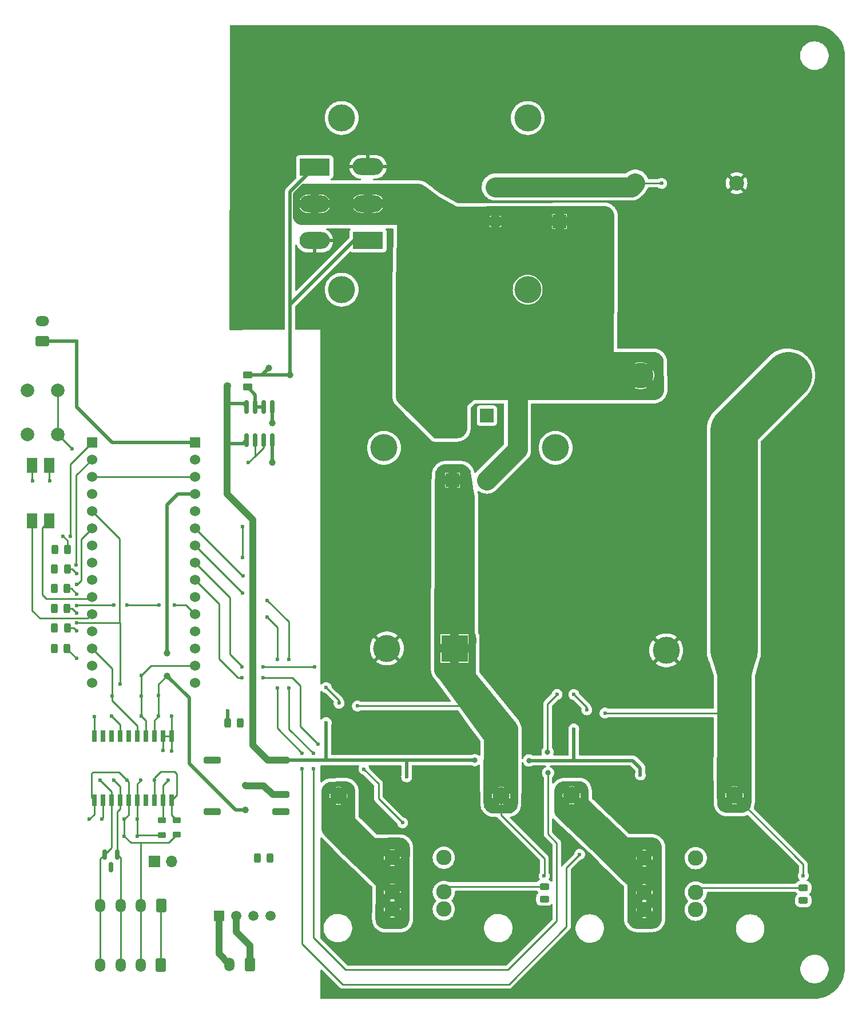
<source format=gbr>
%TF.GenerationSoftware,KiCad,Pcbnew,(6.0.1)*%
%TF.CreationDate,2022-02-04T15:42:09-06:00*%
%TF.ProjectId,MPPT,4d505054-2e6b-4696-9361-645f70636258,1.3.0*%
%TF.SameCoordinates,Original*%
%TF.FileFunction,Copper,L1,Top*%
%TF.FilePolarity,Positive*%
%FSLAX46Y46*%
G04 Gerber Fmt 4.6, Leading zero omitted, Abs format (unit mm)*
G04 Created by KiCad (PCBNEW (6.0.1)) date 2022-02-04 15:42:09*
%MOMM*%
%LPD*%
G01*
G04 APERTURE LIST*
G04 Aperture macros list*
%AMRoundRect*
0 Rectangle with rounded corners*
0 $1 Rounding radius*
0 $2 $3 $4 $5 $6 $7 $8 $9 X,Y pos of 4 corners*
0 Add a 4 corners polygon primitive as box body*
4,1,4,$2,$3,$4,$5,$6,$7,$8,$9,$2,$3,0*
0 Add four circle primitives for the rounded corners*
1,1,$1+$1,$2,$3*
1,1,$1+$1,$4,$5*
1,1,$1+$1,$6,$7*
1,1,$1+$1,$8,$9*
0 Add four rect primitives between the rounded corners*
20,1,$1+$1,$2,$3,$4,$5,0*
20,1,$1+$1,$4,$5,$6,$7,0*
20,1,$1+$1,$6,$7,$8,$9,0*
20,1,$1+$1,$8,$9,$2,$3,0*%
G04 Aperture macros list end*
%TA.AperFunction,ComponentPad*%
%ADD10C,3.800000*%
%TD*%
%TA.AperFunction,ComponentPad*%
%ADD11R,4.000000X4.000000*%
%TD*%
%TA.AperFunction,ComponentPad*%
%ADD12C,4.000000*%
%TD*%
%TA.AperFunction,ComponentPad*%
%ADD13RoundRect,0.250001X0.759999X-0.499999X0.759999X0.499999X-0.759999X0.499999X-0.759999X-0.499999X0*%
%TD*%
%TA.AperFunction,ComponentPad*%
%ADD14O,2.020000X1.500000*%
%TD*%
%TA.AperFunction,ComponentPad*%
%ADD15C,2.286000*%
%TD*%
%TA.AperFunction,ComponentPad*%
%ADD16RoundRect,0.250001X0.499999X0.759999X-0.499999X0.759999X-0.499999X-0.759999X0.499999X-0.759999X0*%
%TD*%
%TA.AperFunction,ComponentPad*%
%ADD17O,1.500000X2.020000*%
%TD*%
%TA.AperFunction,ComponentPad*%
%ADD18C,2.000000*%
%TD*%
%TA.AperFunction,SMDPad,CuDef*%
%ADD19RoundRect,0.150000X-0.150000X0.587500X-0.150000X-0.587500X0.150000X-0.587500X0.150000X0.587500X0*%
%TD*%
%TA.AperFunction,ComponentPad*%
%ADD20R,2.000000X2.000000*%
%TD*%
%TA.AperFunction,ComponentPad*%
%ADD21O,2.000000X2.000000*%
%TD*%
%TA.AperFunction,SMDPad,CuDef*%
%ADD22RoundRect,0.250000X0.450000X-0.262500X0.450000X0.262500X-0.450000X0.262500X-0.450000X-0.262500X0*%
%TD*%
%TA.AperFunction,ComponentPad*%
%ADD23C,2.500000*%
%TD*%
%TA.AperFunction,ComponentPad*%
%ADD24R,1.530000X1.530000*%
%TD*%
%TA.AperFunction,ComponentPad*%
%ADD25C,1.530000*%
%TD*%
%TA.AperFunction,SMDPad,CuDef*%
%ADD26RoundRect,0.243750X0.243750X0.456250X-0.243750X0.456250X-0.243750X-0.456250X0.243750X-0.456250X0*%
%TD*%
%TA.AperFunction,SMDPad,CuDef*%
%ADD27R,0.650000X1.800000*%
%TD*%
%TA.AperFunction,SMDPad,CuDef*%
%ADD28RoundRect,0.218750X0.381250X-0.218750X0.381250X0.218750X-0.381250X0.218750X-0.381250X-0.218750X0*%
%TD*%
%TA.AperFunction,SMDPad,CuDef*%
%ADD29RoundRect,0.250000X-1.020000X0.250000X-1.020000X-0.250000X1.020000X-0.250000X1.020000X0.250000X0*%
%TD*%
%TA.AperFunction,ComponentPad*%
%ADD30R,1.700000X1.700000*%
%TD*%
%TA.AperFunction,ComponentPad*%
%ADD31O,1.700000X1.700000*%
%TD*%
%TA.AperFunction,SMDPad,CuDef*%
%ADD32RoundRect,0.243750X-0.456250X0.243750X-0.456250X-0.243750X0.456250X-0.243750X0.456250X0.243750X0*%
%TD*%
%TA.AperFunction,ComponentPad*%
%ADD33C,2.200000*%
%TD*%
%TA.AperFunction,SMDPad,CuDef*%
%ADD34R,1.520000X2.160000*%
%TD*%
%TA.AperFunction,SMDPad,CuDef*%
%ADD35RoundRect,0.243750X-0.243750X-0.456250X0.243750X-0.456250X0.243750X0.456250X-0.243750X0.456250X0*%
%TD*%
%TA.AperFunction,ComponentPad*%
%ADD36R,1.508000X1.508000*%
%TD*%
%TA.AperFunction,ComponentPad*%
%ADD37C,1.508000*%
%TD*%
%TA.AperFunction,ComponentPad*%
%ADD38R,4.500000X2.500000*%
%TD*%
%TA.AperFunction,ComponentPad*%
%ADD39O,4.500000X2.500000*%
%TD*%
%TA.AperFunction,SMDPad,CuDef*%
%ADD40RoundRect,0.150000X0.150000X-0.825000X0.150000X0.825000X-0.150000X0.825000X-0.150000X-0.825000X0*%
%TD*%
%TA.AperFunction,ViaPad*%
%ADD41C,0.800000*%
%TD*%
%TA.AperFunction,ViaPad*%
%ADD42C,0.600000*%
%TD*%
%TA.AperFunction,ViaPad*%
%ADD43C,1.000000*%
%TD*%
%TA.AperFunction,Conductor*%
%ADD44C,0.500000*%
%TD*%
%TA.AperFunction,Conductor*%
%ADD45C,0.250000*%
%TD*%
%TA.AperFunction,Conductor*%
%ADD46C,1.000000*%
%TD*%
%TA.AperFunction,Conductor*%
%ADD47C,3.000000*%
%TD*%
%TA.AperFunction,Conductor*%
%ADD48C,7.000000*%
%TD*%
G04 APERTURE END LIST*
D10*
%TO.P,L2,1,1*%
%TO.N,/+ARR*%
X133590000Y-69795000D03*
%TO.P,L2,2,2*%
%TO.N,Net-(D4-Pad2)*%
X111790000Y-69795000D03*
%TD*%
D11*
%TO.P,CP1,1*%
%TO.N,/+ARR*%
X125570000Y-110435000D03*
D12*
%TO.P,CP1,2*%
%TO.N,GND*%
X115570000Y-110435000D03*
%TD*%
D13*
%TO.P,J2,1,Pin_1*%
%TO.N,+9V*%
X23245000Y-64710000D03*
D14*
%TO.P,J2,2,Pin_2*%
%TO.N,GND*%
X23245000Y-61710000D03*
%TD*%
D15*
%TO.P,J3,1,+*%
%TO.N,Net-(F1-Pad2)*%
X112315000Y-141160000D03*
X112315000Y-146240000D03*
X112315000Y-148780000D03*
%TO.P,J3,2,-*%
%TO.N,/-ARR*%
X119935000Y-146240000D03*
X119935000Y-141160000D03*
X119935000Y-148780000D03*
%TD*%
D16*
%TO.P,J6,1,5V*%
%TO.N,Net-(C19-Pad1)*%
X40795000Y-148167500D03*
D17*
%TO.P,J6,2,GND*%
%TO.N,Net-(C19-Pad2)*%
X37795000Y-148167500D03*
%TO.P,J6,3,CAN_H*%
%TO.N,Net-(J5-Pad3)*%
X34795000Y-148167500D03*
%TO.P,J6,4,CAN_L*%
%TO.N,Net-(J5-Pad4)*%
X31795000Y-148167500D03*
%TD*%
D18*
%TO.P,SW1,1,1*%
%TO.N,GND*%
X21010000Y-71990000D03*
X21010000Y-78490000D03*
%TO.P,SW1,2,2*%
%TO.N,/Reset*%
X25510000Y-78490000D03*
X25510000Y-71990000D03*
%TD*%
D12*
%TO.P,HS3,1*%
%TO.N,N/C*%
X73785000Y-80475000D03*
X99185000Y-80475000D03*
%TD*%
D19*
%TO.P,U10,1,CAN_H*%
%TO.N,Net-(J5-Pad3)*%
X34350000Y-140615000D03*
%TO.P,U10,2,CAN_L*%
%TO.N,Net-(J5-Pad4)*%
X32450000Y-140615000D03*
%TO.P,U10,3,GND*%
%TO.N,Net-(C19-Pad2)*%
X33400000Y-142490000D03*
%TD*%
D20*
%TO.P,D6,1,K*%
%TO.N,/+BATT*%
X89030000Y-75710000D03*
D21*
%TO.P,D6,2,A*%
%TO.N,Net-(D4-Pad2)*%
X83950000Y-75710000D03*
%TD*%
D16*
%TO.P,J5,1,5V*%
%TO.N,Net-(C19-Pad1)*%
X40790000Y-156967500D03*
D17*
%TO.P,J5,2,GND*%
%TO.N,Net-(C19-Pad2)*%
X37790000Y-156967500D03*
%TO.P,J5,3,CAN_H*%
%TO.N,Net-(J5-Pad3)*%
X34790000Y-156967500D03*
%TO.P,J5,4,CAN_L*%
%TO.N,Net-(J5-Pad4)*%
X31790000Y-156967500D03*
%TD*%
D22*
%TO.P,R2,1*%
%TO.N,Net-(R2-Pad1)*%
X53580000Y-71500000D03*
%TO.P,R2,2*%
%TO.N,/Drive_PWM*%
X53580000Y-69675000D03*
%TD*%
D20*
%TO.P,D5,1,K*%
%TO.N,/+BATT*%
X83950000Y-85255000D03*
D21*
%TO.P,D5,2,A*%
%TO.N,Net-(D4-Pad2)*%
X89030000Y-85255000D03*
%TD*%
D23*
%TO.P,F2,1*%
%TO.N,Net-(F2-Pad1)*%
X67045000Y-131955000D03*
%TO.P,F2,2*%
%TO.N,/+BATT*%
X91145000Y-131955000D03*
%TD*%
D12*
%TO.P,HS2,1*%
%TO.N,N/C*%
X95065000Y-31690000D03*
X95065000Y-57090000D03*
%TD*%
D16*
%TO.P,J1,1,+12V*%
%TO.N,+12V*%
X53942500Y-156885000D03*
D17*
%TO.P,J1,2,GND*%
%TO.N,GNDPWR*%
X50942500Y-156885000D03*
%TD*%
D24*
%TO.P,U2,1,D1*%
%TO.N,/Heartbeat*%
X30565000Y-79655000D03*
D25*
%TO.P,U2,2,D0*%
%TO.N,/Tracking*%
X30565000Y-82195000D03*
%TO.P,U2,3,RST*%
%TO.N,/Reset*%
X30565000Y-84735000D03*
%TO.P,U2,4,GND*%
%TO.N,GND*%
X30565000Y-87275000D03*
%TO.P,U2,5,D2*%
%TO.N,/CAN_Tx*%
X30565000Y-89815000D03*
%TO.P,U2,6,D3*%
%TO.N,/Error*%
X30565000Y-92355000D03*
%TO.P,U2,7,D4*%
%TO.N,unconnected-(U2-Pad7)*%
X30565000Y-94895000D03*
%TO.P,U2,8,D5*%
%TO.N,unconnected-(U2-Pad8)*%
X30565000Y-97435000D03*
%TO.P,U2,9,D6*%
%TO.N,unconnected-(U2-Pad9)*%
X30565000Y-99975000D03*
%TO.P,U2,10,D7*%
%TO.N,Net-(SW2-Pad4)*%
X30565000Y-102515000D03*
%TO.P,U2,11,D8*%
%TO.N,Net-(SW2-Pad3)*%
X30565000Y-105055000D03*
%TO.P,U2,12,D9*%
%TO.N,unconnected-(U2-Pad12)*%
X30565000Y-107595000D03*
%TO.P,U2,13,D10*%
%TO.N,/CAN_Rx*%
X30565000Y-110135000D03*
%TO.P,U2,14,D11*%
%TO.N,unconnected-(U2-Pad14)*%
X30565000Y-112675000D03*
%TO.P,U2,15,D12*%
%TO.N,unconnected-(U2-Pad15)*%
X30565000Y-115215000D03*
%TO.P,U2,16,D13*%
%TO.N,unconnected-(U2-Pad16)*%
X45805000Y-115215000D03*
%TO.P,U2,17,+3V3*%
%TO.N,+3V3*%
X45805000Y-112675000D03*
%TO.P,U2,18,AREF*%
%TO.N,unconnected-(U2-Pad18)*%
X45805000Y-110135000D03*
%TO.P,U2,19,A0*%
%TO.N,unconnected-(U2-Pad19)*%
X45805000Y-107595000D03*
%TO.P,U2,20,A1*%
%TO.N,/PWM*%
X45805000Y-105055000D03*
%TO.P,U2,21,A2*%
%TO.N,unconnected-(U2-Pad21)*%
X45805000Y-102515000D03*
%TO.P,U2,22,A3*%
%TO.N,/Battery_Current*%
X45805000Y-99975000D03*
%TO.P,U2,23,A4*%
%TO.N,/Battery_Voltage*%
X45805000Y-97435000D03*
%TO.P,U2,24,A5*%
%TO.N,/Array_Current*%
X45805000Y-94895000D03*
%TO.P,U2,25,A6*%
%TO.N,/Array_Voltage*%
X45805000Y-92355000D03*
%TO.P,U2,26,A7*%
%TO.N,unconnected-(U2-Pad26)*%
X45805000Y-89815000D03*
%TO.P,U2,27,+5V*%
%TO.N,+5V*%
X45805000Y-87275000D03*
%TO.P,U2,28,RST*%
%TO.N,/Reset*%
X45805000Y-84735000D03*
%TO.P,U2,29,GND*%
%TO.N,GND*%
X45805000Y-82195000D03*
D24*
%TO.P,U2,30,VIN*%
%TO.N,+9V*%
X45805000Y-79655000D03*
%TD*%
D20*
%TO.P,R5,1*%
%TO.N,Net-(D4-Pad2)*%
X99800000Y-46985000D03*
D21*
%TO.P,R5,2*%
%TO.N,Net-(C9-Pad1)*%
X99800000Y-41905000D03*
%TD*%
D26*
%TO.P,LED5,1,K*%
%TO.N,GND*%
X26917500Y-95525000D03*
%TO.P,LED5,2,A*%
%TO.N,Net-(LED5-Pad2)*%
X25042500Y-95525000D03*
%TD*%
%TO.P,LED10,1,K*%
%TO.N,GND*%
X26890000Y-101300000D03*
%TO.P,LED10,2,A*%
%TO.N,Net-(R22-Pad2)*%
X25015000Y-101300000D03*
%TD*%
D27*
%TO.P,U9,1,GND_In*%
%TO.N,GND*%
X42350000Y-123105000D03*
%TO.P,U9,2,GND_In*%
X41080000Y-123105000D03*
%TO.P,U9,3,V_In*%
%TO.N,+5V*%
X39810000Y-123105000D03*
%TO.P,U9,4,V_IO*%
%TO.N,+3V3*%
X38540000Y-123105000D03*
%TO.P,U9,5,RX*%
%TO.N,/CAN_Rx*%
X37270000Y-123105000D03*
%TO.P,U9,6,SILENT*%
%TO.N,unconnected-(U9-Pad6)*%
X36000000Y-123105000D03*
%TO.P,U9,7,TX*%
%TO.N,/CAN_Tx*%
X34730000Y-123105000D03*
%TO.P,U9,8,STDBY*%
%TO.N,unconnected-(U9-Pad8)*%
X33460000Y-123105000D03*
%TO.P,U9,9,AUX_In*%
%TO.N,unconnected-(U9-Pad9)*%
X32190000Y-123105000D03*
%TO.P,U9,10,GND_In*%
%TO.N,GND*%
X30920000Y-123105000D03*
%TO.P,U9,11,GND_ISO_In*%
%TO.N,Net-(C19-Pad2)*%
X30920000Y-132555000D03*
%TO.P,U9,12,RS*%
%TO.N,Net-(R12-Pad1)*%
X32190000Y-132555000D03*
%TO.P,U9,13,CAN_L*%
%TO.N,Net-(J5-Pad4)*%
X33460000Y-132555000D03*
%TO.P,U9,14,CAN_H*%
%TO.N,Net-(J5-Pad3)*%
X34730000Y-132555000D03*
%TO.P,U9,15,GND_ISO_In*%
%TO.N,Net-(C19-Pad2)*%
X36000000Y-132555000D03*
%TO.P,U9,16,V_ISO_In*%
%TO.N,Net-(C19-Pad1)*%
X37270000Y-132555000D03*
%TO.P,U9,17,AUX_Out*%
%TO.N,unconnected-(U9-Pad17)*%
X38540000Y-132555000D03*
%TO.P,U9,18,GND_ISO_Out*%
%TO.N,Net-(C18-Pad2)*%
X39810000Y-132555000D03*
%TO.P,U9,19,V_ISO_Out*%
%TO.N,Net-(C18-Pad1)*%
X41080000Y-132555000D03*
%TO.P,U9,20,GND_ISO_Out*%
%TO.N,Net-(C18-Pad2)*%
X42350000Y-132555000D03*
%TD*%
D28*
%TO.P,L4,1*%
%TO.N,Net-(C19-Pad2)*%
X43115000Y-137710000D03*
%TO.P,L4,2*%
%TO.N,Net-(C18-Pad2)*%
X43115000Y-135585000D03*
%TD*%
D26*
%TO.P,LED8,1,K*%
%TO.N,GND*%
X26902500Y-110130000D03*
%TO.P,LED8,2,A*%
%TO.N,Net-(LED8-Pad2)*%
X25027500Y-110130000D03*
%TD*%
D28*
%TO.P,L3,1*%
%TO.N,Net-(C19-Pad1)*%
X40890000Y-137725000D03*
%TO.P,L3,2*%
%TO.N,Net-(C18-Pad1)*%
X40890000Y-135600000D03*
%TD*%
D26*
%TO.P,LED7,1,K*%
%TO.N,GND*%
X26902500Y-104255000D03*
%TO.P,LED7,2,A*%
%TO.N,Net-(LED7-Pad2)*%
X25027500Y-104255000D03*
%TD*%
D29*
%TO.P,U4,1,GNDin*%
%TO.N,GND*%
X58570000Y-134285000D03*
%TO.P,U4,2,Vin*%
%TO.N,Net-(C7-Pad1)*%
X58570000Y-131745000D03*
%TO.P,U4,4,Vout*%
%TO.N,+9VA*%
X58570000Y-126665000D03*
%TO.P,U4,5,GNDout*%
%TO.N,GND*%
X48410000Y-126665000D03*
%TO.P,U4,8,NC*%
%TO.N,unconnected-(U4-Pad8)*%
X48410000Y-134285000D03*
%TD*%
D12*
%TO.P,HS1,1*%
%TO.N,N/C*%
X67530000Y-57085000D03*
X67530000Y-31685000D03*
%TD*%
D30*
%TO.P,JP1,1,A*%
%TO.N,Net-(JP1-Pad1)*%
X39825000Y-141620000D03*
D31*
%TO.P,JP1,2,B*%
%TO.N,Net-(JP1-Pad2)*%
X42365000Y-141620000D03*
%TD*%
D32*
%TO.P,LED3,1,K*%
%TO.N,/-ARR*%
X135860000Y-145544000D03*
%TO.P,LED3,2,A*%
%TO.N,Net-(LED3-Pad2)*%
X135860000Y-147419000D03*
%TD*%
D33*
%TO.P,C9,1*%
%TO.N,Net-(C9-Pad1)*%
X110975000Y-41325000D03*
%TO.P,C9,2*%
%TO.N,GND*%
X125975000Y-41325000D03*
%TD*%
D34*
%TO.P,SW2,1*%
%TO.N,GND*%
X24280000Y-83045000D03*
%TO.P,SW2,2*%
X21740000Y-83045000D03*
%TO.P,SW2,3*%
%TO.N,Net-(SW2-Pad3)*%
X21740000Y-91305000D03*
%TO.P,SW2,4*%
%TO.N,Net-(SW2-Pad4)*%
X24280000Y-91305000D03*
%TD*%
D26*
%TO.P,LED9,1,K*%
%TO.N,GND*%
X26907500Y-107135000D03*
%TO.P,LED9,2,A*%
%TO.N,Net-(LED9-Pad2)*%
X25032500Y-107135000D03*
%TD*%
D35*
%TO.P,LED1,1,K*%
%TO.N,GND*%
X55077500Y-141145000D03*
%TO.P,LED1,2,A*%
%TO.N,Net-(LED1-Pad2)*%
X56952500Y-141145000D03*
%TD*%
D36*
%TO.P,U1,1,-VIN*%
%TO.N,GNDPWR*%
X49347500Y-149695000D03*
D37*
%TO.P,U1,2,+VIN*%
%TO.N,+12V*%
X51887500Y-149695000D03*
%TO.P,U1,3,-VOUT*%
%TO.N,GND*%
X54427500Y-149695000D03*
%TO.P,U1,4,+VOUT*%
%TO.N,+5V*%
X56967500Y-149695000D03*
%TD*%
D35*
%TO.P,LED2,1,K*%
%TO.N,GND*%
X50672500Y-121195000D03*
%TO.P,LED2,2,A*%
%TO.N,Net-(LED2-Pad2)*%
X52547500Y-121195000D03*
%TD*%
D38*
%TO.P,Q1,1,G*%
%TO.N,/Drive_PWM*%
X63525000Y-38930000D03*
D39*
%TO.P,Q1,2,D*%
%TO.N,Net-(D4-Pad2)*%
X63525000Y-44380000D03*
%TO.P,Q1,3,S*%
%TO.N,GND*%
X63525000Y-49830000D03*
%TD*%
D15*
%TO.P,J4,1,+*%
%TO.N,Net-(F2-Pad1)*%
X75035000Y-148715000D03*
X75035000Y-146175000D03*
X75035000Y-141095000D03*
%TO.P,J4,2,-*%
%TO.N,/-BATT*%
X82655000Y-148715000D03*
X82655000Y-146175000D03*
X82655000Y-141095000D03*
%TD*%
D20*
%TO.P,D4,1,K*%
%TO.N,Net-(C9-Pad1)*%
X90270000Y-41905000D03*
D21*
%TO.P,D4,2,A*%
%TO.N,Net-(D4-Pad2)*%
X90270000Y-46985000D03*
%TD*%
D38*
%TO.P,Q2,1,G*%
%TO.N,/Drive_PWM*%
X71435000Y-49800000D03*
D39*
%TO.P,Q2,2,D*%
%TO.N,Net-(D4-Pad2)*%
X71435000Y-44350000D03*
%TO.P,Q2,3,S*%
%TO.N,GND*%
X71435000Y-38900000D03*
%TD*%
D32*
%TO.P,LED4,1,K*%
%TO.N,/-BATT*%
X97525000Y-145347500D03*
%TO.P,LED4,2,A*%
%TO.N,Net-(LED4-Pad2)*%
X97525000Y-147222500D03*
%TD*%
D23*
%TO.P,F1,1*%
%TO.N,/+ARR*%
X125670000Y-131874000D03*
%TO.P,F1,2*%
%TO.N,Net-(F1-Pad2)*%
X101570000Y-131874000D03*
%TD*%
D40*
%TO.P,U3,1,VDD*%
%TO.N,+9VA*%
X53425000Y-79345000D03*
%TO.P,U3,2,IN*%
%TO.N,/PWM*%
X54695000Y-79345000D03*
%TO.P,U3,3,ENBL*%
X55965000Y-79345000D03*
%TO.P,U3,4,AGND*%
%TO.N,GND*%
X57235000Y-79345000D03*
%TO.P,U3,5,PGND*%
X57235000Y-74395000D03*
%TO.P,U3,6,OUT*%
%TO.N,Net-(R2-Pad1)*%
X55965000Y-74395000D03*
%TO.P,U3,7,OUT*%
X54695000Y-74395000D03*
%TO.P,U3,8,VDD*%
%TO.N,+9VA*%
X53425000Y-74395000D03*
%TD*%
D26*
%TO.P,LED6,1,K*%
%TO.N,GND*%
X26907500Y-98420000D03*
%TO.P,LED6,2,A*%
%TO.N,Net-(LED6-Pad2)*%
X25032500Y-98420000D03*
%TD*%
D11*
%TO.P,CP2,1*%
%TO.N,/+BATT*%
X84225000Y-110145000D03*
D12*
%TO.P,CP2,2*%
%TO.N,GND*%
X74225000Y-110145000D03*
%TD*%
D41*
%TO.N,GND*%
X103140000Y-128520000D03*
X113920000Y-128720000D03*
X112835000Y-126990000D03*
X111070000Y-125425000D03*
X106985000Y-125385000D03*
X106950000Y-128540000D03*
X105205000Y-130455000D03*
X105190000Y-132345000D03*
X72220000Y-113440000D03*
X70320000Y-110365000D03*
X68050000Y-110395000D03*
X65830000Y-110445000D03*
X65805000Y-108520000D03*
X113145000Y-152525000D03*
X121145000Y-152525000D03*
X117145000Y-152525000D03*
X96000000Y-137180000D03*
X96000000Y-134480000D03*
X96000000Y-131480000D03*
X96000000Y-128480000D03*
X96030000Y-124960000D03*
X96015000Y-122485000D03*
X96015000Y-119485000D03*
X99650000Y-124995000D03*
X99625000Y-122485000D03*
X99625000Y-119485000D03*
%TO.N,/Array_Voltage*%
X98000000Y-125470000D03*
X98075000Y-128540000D03*
%TO.N,GND*%
X76915000Y-114860000D03*
X73650000Y-114805000D03*
X78170000Y-120050000D03*
X84170000Y-120050000D03*
X75170000Y-120050000D03*
X81170000Y-120050000D03*
X72170000Y-120050000D03*
X78180000Y-117030000D03*
X75180000Y-117030000D03*
X81180000Y-117030000D03*
X72180000Y-117030000D03*
X100110000Y-154220000D03*
X98400000Y-155935000D03*
X96475000Y-157910000D03*
X94735000Y-159675000D03*
X98000000Y-148955000D03*
X94660000Y-152990000D03*
X87195000Y-156390000D03*
X90195000Y-156390000D03*
X84195000Y-156390000D03*
X69185000Y-156390000D03*
X78185000Y-156390000D03*
X72185000Y-156390000D03*
X81185000Y-156390000D03*
X75185000Y-156390000D03*
X99580000Y-137025000D03*
X102175000Y-143385000D03*
X101765000Y-152505000D03*
X102175000Y-146385000D03*
X102175000Y-149385000D03*
X100890000Y-139940000D03*
X97920000Y-139940000D03*
X115150000Y-118310000D03*
X121150000Y-118310000D03*
X112150000Y-118310000D03*
X118150000Y-118310000D03*
X109150000Y-118310000D03*
X121155000Y-120985000D03*
X118155000Y-120985000D03*
X115155000Y-120985000D03*
X112155000Y-120985000D03*
X109155000Y-120985000D03*
X65070000Y-128550000D03*
X67065000Y-128530000D03*
X66615000Y-125510000D03*
X66595000Y-123050000D03*
X78840000Y-135985000D03*
X70875000Y-133535000D03*
X70795000Y-130460000D03*
X103690000Y-141765000D03*
X83530000Y-161260000D03*
X87530000Y-161260000D03*
X67530000Y-161260000D03*
X71530000Y-161260000D03*
X75530000Y-161260000D03*
X91530000Y-161260000D03*
X79530000Y-161260000D03*
X65185000Y-148560000D03*
X65185000Y-144560000D03*
X65185000Y-140560000D03*
X68095000Y-154690000D03*
X92495000Y-155050000D03*
X96745000Y-150745000D03*
X133145000Y-156525000D03*
X129145000Y-156525000D03*
X125145000Y-156525000D03*
X121145000Y-156525000D03*
X117145000Y-156525000D03*
X113145000Y-156525000D03*
X109145000Y-156525000D03*
X105145000Y-156525000D03*
X101145000Y-156525000D03*
X137145000Y-152525000D03*
X133145000Y-152525000D03*
X125145000Y-152525000D03*
X109145000Y-152525000D03*
X133145000Y-148525000D03*
X129145000Y-148525000D03*
X125145000Y-148525000D03*
X105145000Y-148525000D03*
X93145000Y-148525000D03*
X89145000Y-148525000D03*
X69145000Y-148525000D03*
X105145000Y-144525000D03*
X69145000Y-144525000D03*
X137145000Y-140525000D03*
X129145000Y-140525000D03*
X125145000Y-140525000D03*
X93145000Y-140525000D03*
X89145000Y-140525000D03*
X137145000Y-136525000D03*
X133145000Y-136525000D03*
X125145000Y-136525000D03*
X113145000Y-136525000D03*
X89145000Y-136525000D03*
X137145000Y-132525000D03*
X133145000Y-132525000D03*
X121145000Y-132525000D03*
X137145000Y-128525000D03*
X133145000Y-128525000D03*
X121145000Y-128525000D03*
X117145000Y-128525000D03*
X105145000Y-128525000D03*
X101145000Y-128525000D03*
X85145000Y-128525000D03*
X81145000Y-128525000D03*
X73145000Y-128525000D03*
X69145000Y-128525000D03*
X137145000Y-124525000D03*
X133145000Y-124525000D03*
X121145000Y-124525000D03*
X117145000Y-124525000D03*
X113145000Y-124525000D03*
X109145000Y-124525000D03*
X105145000Y-124525000D03*
X85145000Y-124525000D03*
X81145000Y-124525000D03*
X77145000Y-124525000D03*
X73145000Y-124525000D03*
X69145000Y-124525000D03*
X137145000Y-120525000D03*
X133145000Y-120525000D03*
X137145000Y-116525000D03*
X133145000Y-116525000D03*
X121145000Y-116525000D03*
X117145000Y-116525000D03*
X113145000Y-116525000D03*
X109145000Y-116525000D03*
X97145000Y-116525000D03*
X93145000Y-116525000D03*
X137145000Y-112525000D03*
X133145000Y-112525000D03*
X121145000Y-112525000D03*
X109145000Y-112525000D03*
X97145000Y-112525000D03*
X93145000Y-112525000D03*
X89145000Y-112525000D03*
X137145000Y-108525000D03*
X133145000Y-108525000D03*
X109145000Y-108525000D03*
X105145000Y-108525000D03*
X101145000Y-108525000D03*
X97145000Y-108525000D03*
X93145000Y-108525000D03*
X89145000Y-108525000D03*
X69145000Y-108525000D03*
X137145000Y-104525000D03*
X133145000Y-104525000D03*
X117145000Y-104525000D03*
X113145000Y-104525000D03*
X109145000Y-104525000D03*
X105145000Y-104525000D03*
X101145000Y-104525000D03*
X97145000Y-104525000D03*
X93145000Y-104525000D03*
X89145000Y-104525000D03*
X77145000Y-104525000D03*
X73145000Y-104525000D03*
X69145000Y-104525000D03*
X137145000Y-100525000D03*
X133145000Y-100525000D03*
X117145000Y-100525000D03*
X113145000Y-100525000D03*
X109145000Y-100525000D03*
X105145000Y-100525000D03*
X101145000Y-100525000D03*
X97145000Y-100525000D03*
X93145000Y-100525000D03*
X89145000Y-100525000D03*
X77145000Y-100525000D03*
X73145000Y-100525000D03*
X69145000Y-100525000D03*
X137145000Y-96525000D03*
X133145000Y-96525000D03*
X117145000Y-96525000D03*
X113145000Y-96525000D03*
X109145000Y-96525000D03*
X105145000Y-96525000D03*
X101145000Y-96525000D03*
X97145000Y-96525000D03*
X93145000Y-96525000D03*
X89145000Y-96525000D03*
X77145000Y-96525000D03*
X73145000Y-96525000D03*
X69145000Y-96525000D03*
X137145000Y-92525000D03*
X133145000Y-92525000D03*
X117145000Y-92525000D03*
X113145000Y-92525000D03*
X109145000Y-92525000D03*
X105145000Y-92525000D03*
X101145000Y-92525000D03*
X97145000Y-92525000D03*
X93145000Y-92525000D03*
X89145000Y-92525000D03*
X77145000Y-92525000D03*
X73145000Y-92525000D03*
X69145000Y-92525000D03*
X137145000Y-88525000D03*
X133145000Y-88525000D03*
X117145000Y-88525000D03*
X113145000Y-88525000D03*
X109145000Y-88525000D03*
X105145000Y-88525000D03*
X101145000Y-88525000D03*
X97145000Y-88525000D03*
X93145000Y-88525000D03*
X89145000Y-88525000D03*
X77145000Y-88525000D03*
X73145000Y-88525000D03*
X69145000Y-88525000D03*
X137145000Y-84525000D03*
X133145000Y-84525000D03*
X117145000Y-84525000D03*
X113145000Y-84525000D03*
X109145000Y-84525000D03*
X105145000Y-84525000D03*
X101145000Y-84525000D03*
X97145000Y-84525000D03*
X77145000Y-84525000D03*
X73145000Y-84525000D03*
X69145000Y-84525000D03*
X137145000Y-80525000D03*
X133145000Y-80525000D03*
X117145000Y-80525000D03*
X113145000Y-80525000D03*
X109145000Y-80525000D03*
X105145000Y-80525000D03*
X69145000Y-80525000D03*
X137145000Y-76525000D03*
X117145000Y-76525000D03*
X113145000Y-76525000D03*
X109145000Y-76525000D03*
X105145000Y-76525000D03*
X101145000Y-76525000D03*
X97145000Y-76525000D03*
X73145000Y-76525000D03*
X69145000Y-76525000D03*
X121145000Y-72525000D03*
X117145000Y-72525000D03*
X73145000Y-72525000D03*
X69145000Y-72525000D03*
X125145000Y-68525000D03*
X121145000Y-68525000D03*
X117145000Y-68525000D03*
X73145000Y-68525000D03*
X69145000Y-68525000D03*
X137145000Y-64525000D03*
X133145000Y-64525000D03*
X129145000Y-64525000D03*
X125145000Y-64525000D03*
X121145000Y-64525000D03*
X117145000Y-64525000D03*
X113145000Y-64525000D03*
X73145000Y-64525000D03*
X69145000Y-64525000D03*
X121925000Y-41395000D03*
X71070000Y-53670000D03*
X137095000Y-60965000D03*
X133095000Y-60965000D03*
X129095000Y-60965000D03*
X125095000Y-60965000D03*
X121095000Y-60965000D03*
X117095000Y-60965000D03*
X113095000Y-60965000D03*
X65095000Y-60965000D03*
X57095000Y-60965000D03*
X53095000Y-60965000D03*
X137095000Y-56965000D03*
X133095000Y-56965000D03*
X129095000Y-56965000D03*
X125095000Y-56965000D03*
X121095000Y-56965000D03*
X117095000Y-56965000D03*
X113095000Y-56965000D03*
X57095000Y-56965000D03*
X53095000Y-56965000D03*
X137095000Y-52965000D03*
X133095000Y-52965000D03*
X129095000Y-52965000D03*
X125095000Y-52965000D03*
X121095000Y-52965000D03*
X117095000Y-52965000D03*
X113095000Y-52965000D03*
X57095000Y-52965000D03*
X53095000Y-52965000D03*
X137095000Y-48965000D03*
X133095000Y-48965000D03*
X129095000Y-48965000D03*
X125095000Y-48965000D03*
X121095000Y-48965000D03*
X117095000Y-48965000D03*
X113095000Y-48965000D03*
X57095000Y-48965000D03*
X53095000Y-48965000D03*
X137095000Y-44965000D03*
X133095000Y-44965000D03*
X129095000Y-44965000D03*
X125095000Y-44965000D03*
X121095000Y-44965000D03*
X117095000Y-44965000D03*
X113095000Y-44965000D03*
X57095000Y-44965000D03*
X53095000Y-44965000D03*
X137095000Y-40965000D03*
X133095000Y-40965000D03*
X129095000Y-40965000D03*
X85095000Y-40965000D03*
X57095000Y-40965000D03*
X53095000Y-40965000D03*
X137095000Y-36965000D03*
X133095000Y-36965000D03*
X129095000Y-36965000D03*
X125095000Y-36965000D03*
X121095000Y-36965000D03*
X117095000Y-36965000D03*
X113095000Y-36965000D03*
X109095000Y-36965000D03*
X105095000Y-36965000D03*
X101095000Y-36965000D03*
X97095000Y-36965000D03*
X93095000Y-36965000D03*
X89095000Y-36965000D03*
X85095000Y-36965000D03*
X81095000Y-36965000D03*
X77095000Y-36965000D03*
X57095000Y-36965000D03*
X53095000Y-36965000D03*
X137095000Y-32965000D03*
X133095000Y-32965000D03*
X129095000Y-32965000D03*
X125095000Y-32965000D03*
X121095000Y-32965000D03*
X117095000Y-32965000D03*
X113095000Y-32965000D03*
X109095000Y-32965000D03*
X105095000Y-32965000D03*
X101095000Y-32965000D03*
X89095000Y-32965000D03*
X85095000Y-32965000D03*
X81095000Y-32965000D03*
X77095000Y-32965000D03*
X73095000Y-32965000D03*
X61095000Y-32965000D03*
X57095000Y-32965000D03*
X53095000Y-32965000D03*
X137095000Y-28965000D03*
X133095000Y-28965000D03*
X129095000Y-28965000D03*
X125095000Y-28965000D03*
X121095000Y-28965000D03*
X117095000Y-28965000D03*
X113095000Y-28965000D03*
X109095000Y-28965000D03*
X105095000Y-28965000D03*
X101095000Y-28965000D03*
X89095000Y-28965000D03*
X85095000Y-28965000D03*
X81095000Y-28965000D03*
X77095000Y-28965000D03*
X73095000Y-28965000D03*
X61095000Y-28965000D03*
X57095000Y-28965000D03*
X53095000Y-28965000D03*
X133095000Y-24965000D03*
X129095000Y-24965000D03*
X125095000Y-24965000D03*
X121095000Y-24965000D03*
X117095000Y-24965000D03*
X113095000Y-24965000D03*
X109095000Y-24965000D03*
X105095000Y-24965000D03*
X101095000Y-24965000D03*
X97095000Y-24965000D03*
X93095000Y-24965000D03*
X89095000Y-24965000D03*
X85095000Y-24965000D03*
X81095000Y-24965000D03*
X77095000Y-24965000D03*
X73095000Y-24965000D03*
X69095000Y-24965000D03*
X65095000Y-24965000D03*
X61095000Y-24965000D03*
X57095000Y-24965000D03*
X53095000Y-24965000D03*
X133095000Y-20965000D03*
X129095000Y-20965000D03*
X125095000Y-20965000D03*
X121095000Y-20965000D03*
X117095000Y-20965000D03*
X113095000Y-20965000D03*
X109095000Y-20965000D03*
X105095000Y-20965000D03*
X101095000Y-20965000D03*
X97095000Y-20965000D03*
X93095000Y-20965000D03*
X89095000Y-20965000D03*
X85095000Y-20965000D03*
X81095000Y-20965000D03*
X77095000Y-20965000D03*
X73095000Y-20965000D03*
X69095000Y-20965000D03*
X65095000Y-20965000D03*
X61095000Y-20965000D03*
X57095000Y-20965000D03*
X53095000Y-20965000D03*
X73130000Y-61065000D03*
X73090000Y-57015000D03*
X62330000Y-53650000D03*
D42*
X28290000Y-99105000D03*
X79095000Y-130655000D03*
X50645000Y-119410000D03*
D43*
X58595000Y-134300000D03*
D42*
X55077500Y-141145000D03*
D43*
X48435000Y-126675000D03*
D42*
X42335000Y-120155000D03*
X28305000Y-111610000D03*
X28305000Y-107560000D03*
X24300000Y-85330000D03*
X28315000Y-102095000D03*
X41090000Y-125245000D03*
D43*
X57245000Y-76820000D03*
D42*
X21765000Y-85330000D03*
X78050000Y-134006000D03*
X30900000Y-120225000D03*
D43*
X57230000Y-82680000D03*
D42*
X26275000Y-93550000D03*
X42325000Y-125275000D03*
X28295000Y-104925000D03*
%TO.N,+9V*%
X28325000Y-64685000D03*
X28325000Y-67440000D03*
D43*
%TO.N,Net-(C7-Pad1)*%
X53310000Y-130415000D03*
%TO.N,+9VA*%
X50630000Y-79830000D03*
X50610000Y-73965000D03*
D42*
X111730000Y-128866000D03*
X65245000Y-121140000D03*
X77145000Y-129141000D03*
D43*
X54370000Y-124435000D03*
D42*
X101895000Y-122073750D03*
D41*
X87220000Y-126665000D03*
D42*
X50625000Y-71295000D03*
D41*
X95240000Y-126715000D03*
D42*
%TO.N,Net-(C9-Pad1)*%
X114880000Y-41345000D03*
%TO.N,+5V*%
X40435000Y-120155000D03*
X40430000Y-117115000D03*
D43*
X53310000Y-134015000D03*
X41645000Y-114205000D03*
X41650000Y-110805000D03*
D42*
%TO.N,+3V3*%
X37870000Y-114145000D03*
X37875000Y-120175000D03*
X37880000Y-117155000D03*
%TO.N,/Array_Voltage*%
X59705000Y-116015000D03*
X101895000Y-116951250D03*
X103810000Y-119223750D03*
X56535000Y-103070000D03*
X59675000Y-111785000D03*
X52945000Y-99395000D03*
X63315000Y-125690000D03*
X63345000Y-127940000D03*
X99420000Y-116943750D03*
%TO.N,/Battery_Voltage*%
X65245000Y-115939882D03*
X55925000Y-112865000D03*
X67145000Y-118230000D03*
X63565000Y-112908882D03*
X52795000Y-112840000D03*
%TO.N,/Array_Current*%
X102750000Y-140620000D03*
X52890000Y-101925000D03*
X57990000Y-116035000D03*
X61675000Y-127935000D03*
X56480000Y-105505000D03*
X58010000Y-111790000D03*
X61675000Y-125650000D03*
%TO.N,/Battery_Current*%
X64065000Y-124305000D03*
X76546666Y-135926000D03*
X52775000Y-114440000D03*
X70820000Y-127986000D03*
X55910000Y-114480000D03*
D43*
%TO.N,/Drive_PWM*%
X59885000Y-69650000D03*
X56760000Y-68665000D03*
D42*
X53580000Y-69675000D03*
%TO.N,/PWM*%
X52860000Y-96720000D03*
X28320000Y-103795000D03*
X42760000Y-103715000D03*
X35750000Y-103720000D03*
X53730000Y-82680000D03*
X40475000Y-103695000D03*
X52860000Y-92110000D03*
X33830000Y-103755000D03*
%TO.N,Net-(C18-Pad1)*%
X40875000Y-135600000D03*
X41815000Y-129670000D03*
%TO.N,Net-(C18-Pad2)*%
X39805000Y-129670000D03*
X43115000Y-135585000D03*
%TO.N,Net-(LED1-Pad2)*%
X56952500Y-141145000D03*
%TO.N,Net-(LED2-Pad2)*%
X52527500Y-121195000D03*
%TO.N,Net-(LED3-Pad2)*%
X135870000Y-147399000D03*
%TO.N,Net-(LED4-Pad2)*%
X97515000Y-147200000D03*
%TO.N,Net-(LED5-Pad2)*%
X25062500Y-95510000D03*
%TO.N,Net-(LED6-Pad2)*%
X25062500Y-98420000D03*
%TO.N,Net-(LED7-Pad2)*%
X25060000Y-104250000D03*
%TO.N,Net-(LED8-Pad2)*%
X25027500Y-110130000D03*
%TO.N,Net-(LED9-Pad2)*%
X25062500Y-107140000D03*
%TO.N,/Tracking*%
X28240000Y-97760000D03*
%TO.N,/CAN_Tx*%
X33505000Y-120180000D03*
X28280000Y-106340000D03*
X34695000Y-115450000D03*
%TO.N,/CAN_Rx*%
X33535000Y-117200000D03*
%TO.N,/Reset*%
X27665000Y-80645000D03*
%TO.N,Net-(C19-Pad1)*%
X37795000Y-129665000D03*
X37250000Y-135425000D03*
X37250000Y-137915000D03*
X40890000Y-137725000D03*
%TO.N,Net-(C19-Pad2)*%
X35350000Y-135425000D03*
X43115000Y-137710000D03*
X35785000Y-129670000D03*
X35350000Y-137915000D03*
X30177500Y-135415000D03*
X33400000Y-142490000D03*
%TO.N,/+ARR*%
X135860000Y-143755000D03*
X106515000Y-119703750D03*
%TO.N,/+BATT*%
X69865000Y-118667500D03*
X97510000Y-143810000D03*
%TO.N,Net-(J5-Pad3)*%
X34350000Y-140615000D03*
X33785000Y-129670000D03*
%TO.N,Net-(J5-Pad4)*%
X32450000Y-140615000D03*
X31790000Y-129670000D03*
%TO.N,Net-(D4-Pad2)*%
X105130000Y-47320000D03*
%TO.N,/Error*%
X28315000Y-100660000D03*
%TO.N,Net-(R12-Pad1)*%
X32002500Y-135415000D03*
%TO.N,/Heartbeat*%
X27350000Y-93525000D03*
%TO.N,Net-(R22-Pad2)*%
X25035000Y-101295000D03*
%TD*%
D44*
%TO.N,+9VA*%
X110605000Y-126715000D02*
X111730000Y-127840000D01*
X101845000Y-126715000D02*
X110605000Y-126715000D01*
D45*
%TO.N,/Array_Voltage*%
X98075000Y-128540000D02*
X98075000Y-137610000D01*
X99370000Y-138905000D02*
X99370000Y-150480000D01*
X98075000Y-137610000D02*
X99370000Y-138905000D01*
X98000000Y-118363750D02*
X99420000Y-116943750D01*
X98000000Y-118363750D02*
X98000000Y-125470000D01*
%TO.N,GND*%
X26902500Y-104255000D02*
X27625000Y-104255000D01*
X21740000Y-83045000D02*
X21740000Y-85305000D01*
X27520000Y-101300000D02*
X28315000Y-102095000D01*
X27625000Y-104255000D02*
X28295000Y-104925000D01*
X26917500Y-95525000D02*
X26917500Y-94192500D01*
X26902500Y-110207500D02*
X28305000Y-111610000D01*
X30910000Y-123110000D02*
X30910000Y-120225000D01*
X26890000Y-101300000D02*
X27520000Y-101300000D01*
D44*
X50655000Y-119420000D02*
X50645000Y-119410000D01*
X57235000Y-82675000D02*
X57230000Y-82680000D01*
X57235000Y-76810000D02*
X57245000Y-76820000D01*
D45*
X27605000Y-98420000D02*
X28290000Y-99105000D01*
X42325000Y-120165000D02*
X42335000Y-120155000D01*
X41070000Y-125225000D02*
X41090000Y-125245000D01*
X26907500Y-107135000D02*
X27880000Y-107135000D01*
X27880000Y-107135000D02*
X28305000Y-107560000D01*
D44*
X50655000Y-121042500D02*
X50655000Y-119420000D01*
D45*
X78050000Y-134006000D02*
X79095000Y-132961000D01*
D44*
X57235000Y-79345000D02*
X57235000Y-82675000D01*
X57235000Y-74395000D02*
X57235000Y-76810000D01*
D45*
X42340000Y-123110000D02*
X42340000Y-120205000D01*
X26917500Y-94192500D02*
X26275000Y-93550000D01*
X42340000Y-123110000D02*
X42340000Y-125260000D01*
X41070000Y-123110000D02*
X42340000Y-123110000D01*
X26907500Y-98420000D02*
X27605000Y-98420000D01*
X79095000Y-132961000D02*
X79095000Y-130655000D01*
X42340000Y-125260000D02*
X42325000Y-125275000D01*
X24280000Y-83045000D02*
X24280000Y-85310000D01*
X41070000Y-123110000D02*
X41070000Y-125225000D01*
D46*
%TO.N,GNDPWR*%
X49347500Y-155290000D02*
X49347500Y-149695000D01*
X50942500Y-156885000D02*
X49347500Y-155290000D01*
D44*
%TO.N,+9V*%
X28325000Y-64685000D02*
X28325000Y-67440000D01*
X28325000Y-74415000D02*
X33565000Y-79655000D01*
X23360000Y-64685000D02*
X28325000Y-64685000D01*
X33565000Y-79655000D02*
X45805000Y-79655000D01*
X28325000Y-67440000D02*
X28325000Y-74415000D01*
D46*
%TO.N,Net-(C7-Pad1)*%
X53340000Y-130445000D02*
X53310000Y-130415000D01*
X58570000Y-131745000D02*
X57310000Y-131745000D01*
X56010000Y-130445000D02*
X53340000Y-130445000D01*
X57310000Y-131745000D02*
X56010000Y-130445000D01*
D44*
%TO.N,+9VA*%
X58422500Y-126666000D02*
X87219000Y-126666000D01*
D46*
X56600000Y-126665000D02*
X54370000Y-124435000D01*
D44*
X77145000Y-129141000D02*
X77145000Y-126691000D01*
X101895000Y-122073750D02*
X101895000Y-126665000D01*
X101845000Y-126715000D02*
X101895000Y-126665000D01*
D46*
X50610000Y-87325000D02*
X50610000Y-73965000D01*
X54370000Y-124435000D02*
X54370000Y-91085000D01*
D44*
X52995000Y-73965000D02*
X53425000Y-74395000D01*
D46*
X50610000Y-71310000D02*
X50625000Y-71295000D01*
D44*
X111730000Y-128866000D02*
X111730000Y-127840000D01*
X87219000Y-126666000D02*
X87220000Y-126665000D01*
X95240000Y-126715000D02*
X101845000Y-126715000D01*
X52940000Y-79830000D02*
X53425000Y-79345000D01*
X50610000Y-73965000D02*
X52995000Y-73965000D01*
X65245000Y-121140000D02*
X65245000Y-126674882D01*
D46*
X50610000Y-73965000D02*
X50610000Y-71310000D01*
X58570000Y-126665000D02*
X56600000Y-126665000D01*
X54370000Y-91085000D02*
X50610000Y-87325000D01*
D44*
X50630000Y-79830000D02*
X52940000Y-79830000D01*
D45*
%TO.N,Net-(C9-Pad1)*%
X114860000Y-41325000D02*
X114880000Y-41345000D01*
X110975000Y-41325000D02*
X114860000Y-41325000D01*
D47*
X110395000Y-41905000D02*
X110975000Y-41325000D01*
X90270000Y-41905000D02*
X110395000Y-41905000D01*
D44*
%TO.N,+5V*%
X43260000Y-87275000D02*
X45805000Y-87275000D01*
X41640000Y-88895000D02*
X43260000Y-87275000D01*
X44950000Y-117475000D02*
X44950000Y-119510000D01*
D45*
X39785000Y-120805000D02*
X40435000Y-120155000D01*
D44*
X41680000Y-114205000D02*
X44950000Y-117475000D01*
X44965000Y-127165000D02*
X51850000Y-134050000D01*
X53275000Y-134050000D02*
X51850000Y-134050000D01*
D45*
X39800000Y-123110000D02*
X39800000Y-120845000D01*
X40435000Y-117120000D02*
X40430000Y-117115000D01*
D44*
X41645000Y-114205000D02*
X41680000Y-114205000D01*
D45*
X40430000Y-117115000D02*
X40430000Y-115420000D01*
D44*
X53310000Y-134015000D02*
X53275000Y-134050000D01*
D45*
X40435000Y-120155000D02*
X40435000Y-117120000D01*
X40430000Y-115420000D02*
X41645000Y-114205000D01*
D44*
X41640000Y-110795000D02*
X41640000Y-88895000D01*
X41650000Y-110805000D02*
X41640000Y-110795000D01*
X44965000Y-127165000D02*
X44965000Y-119550000D01*
D45*
%TO.N,+3V3*%
X37870000Y-117145000D02*
X37880000Y-117155000D01*
X37870000Y-114145000D02*
X37870000Y-117145000D01*
X38530000Y-123110000D02*
X38530000Y-120855000D01*
X37875000Y-117160000D02*
X37880000Y-117155000D01*
X37875000Y-120175000D02*
X37875000Y-117160000D01*
X37870000Y-114145000D02*
X39340000Y-112675000D01*
X45805000Y-112675000D02*
X39340000Y-112675000D01*
X38515000Y-120815000D02*
X37875000Y-120175000D01*
%TO.N,/Array_Voltage*%
X59675000Y-106210000D02*
X59675000Y-111785000D01*
X63345000Y-127940000D02*
X63345000Y-152925000D01*
X68100000Y-157680000D02*
X92170000Y-157680000D01*
X45805000Y-92355000D02*
X52845000Y-99395000D01*
X56535000Y-103070000D02*
X59675000Y-106210000D01*
X103810000Y-119223750D02*
X103810000Y-118866250D01*
X63345000Y-152925000D02*
X68100000Y-157680000D01*
X52845000Y-99395000D02*
X52945000Y-99395000D01*
X59705000Y-116015000D02*
X59705000Y-122080000D01*
X103810000Y-118866250D02*
X101895000Y-116951250D01*
X99370000Y-150480000D02*
X92170000Y-157680000D01*
X59705000Y-122080000D02*
X63315000Y-125690000D01*
%TO.N,/Battery_Voltage*%
X67145000Y-117839882D02*
X65245000Y-115939882D01*
X55925000Y-112865000D02*
X63521118Y-112865000D01*
X67145000Y-118230000D02*
X67145000Y-117839882D01*
X51010000Y-111000000D02*
X51010000Y-102640000D01*
X45805000Y-97435000D02*
X51010000Y-102640000D01*
X63521118Y-112865000D02*
X63565000Y-112908882D01*
X51010000Y-111000000D02*
X52795000Y-112785000D01*
X52795000Y-112785000D02*
X52795000Y-112840000D01*
%TO.N,/Array_Current*%
X67654283Y-159835000D02*
X92275000Y-159835000D01*
X58010000Y-107035000D02*
X58010000Y-111790000D01*
X102750000Y-140620000D02*
X100810000Y-142560000D01*
X57990000Y-116035000D02*
X57990000Y-121965000D01*
X57990000Y-121965000D02*
X61675000Y-125650000D01*
X100810000Y-151300000D02*
X92275000Y-159835000D01*
X100810000Y-142560000D02*
X100810000Y-151300000D01*
X52835000Y-101925000D02*
X52890000Y-101925000D01*
X45805000Y-94895000D02*
X52690000Y-101780000D01*
X56480000Y-105505000D02*
X58010000Y-107035000D01*
X61675000Y-127935000D02*
X61675000Y-153855717D01*
X52690000Y-101780000D02*
X52835000Y-101925000D01*
X61675000Y-153855717D02*
X67654283Y-159835000D01*
%TO.N,/Battery_Current*%
X72980000Y-130146000D02*
X72980000Y-132359334D01*
X72980000Y-132359334D02*
X76546666Y-135926000D01*
X61420000Y-115670000D02*
X61420000Y-121600000D01*
X61335000Y-115585000D02*
X61420000Y-115670000D01*
X45805000Y-99975000D02*
X49405000Y-103575000D01*
X61420000Y-121600000D02*
X61420000Y-121660000D01*
X49405000Y-111705000D02*
X52140000Y-114440000D01*
X60230000Y-114480000D02*
X61335000Y-115585000D01*
X61420000Y-121660000D02*
X64065000Y-124305000D01*
X55910000Y-114480000D02*
X60230000Y-114480000D01*
X52140000Y-114440000D02*
X52775000Y-114440000D01*
X49405000Y-103575000D02*
X49405000Y-111705000D01*
X70820000Y-127986000D02*
X72980000Y-130146000D01*
D46*
%TO.N,+12V*%
X51887500Y-152082500D02*
X51887500Y-149695000D01*
X53942500Y-156885000D02*
X53942500Y-154137500D01*
X53942500Y-154137500D02*
X51887500Y-152082500D01*
D44*
%TO.N,/Drive_PWM*%
X53580000Y-69675000D02*
X55750000Y-69675000D01*
X69335000Y-49800000D02*
X59885000Y-59250000D01*
X59885000Y-69650000D02*
X59885000Y-59250000D01*
X59885000Y-59250000D02*
X59885000Y-42570000D01*
X71435000Y-49800000D02*
X69335000Y-49800000D01*
X59860000Y-69675000D02*
X59885000Y-69650000D01*
X59885000Y-42570000D02*
X63525000Y-38930000D01*
X55750000Y-69675000D02*
X59860000Y-69675000D01*
X55750000Y-69675000D02*
X56760000Y-68665000D01*
D45*
%TO.N,/PWM*%
X44465000Y-103715000D02*
X45805000Y-105055000D01*
X55965000Y-80445000D02*
X54695000Y-81715000D01*
X54695000Y-79345000D02*
X54695000Y-81715000D01*
X55965000Y-79345000D02*
X55965000Y-80445000D01*
X28595000Y-103755000D02*
X33830000Y-103755000D01*
X52860000Y-96720000D02*
X52860000Y-92110000D01*
X54695000Y-81715000D02*
X53730000Y-82680000D01*
X35750000Y-103720000D02*
X40450000Y-103720000D01*
X42760000Y-103715000D02*
X44465000Y-103715000D01*
%TO.N,Net-(C18-Pad1)*%
X41070000Y-130415000D02*
X41815000Y-129670000D01*
X41070000Y-132560000D02*
X41070000Y-130415000D01*
X41070000Y-132560000D02*
X41070000Y-135405000D01*
%TO.N,Net-(C18-Pad2)*%
X43115000Y-135585000D02*
X42340000Y-134810000D01*
X42340000Y-134810000D02*
X42340000Y-132560000D01*
X39805000Y-129285000D02*
X40720000Y-128370000D01*
X39800000Y-129675000D02*
X39805000Y-129670000D01*
X40720000Y-128370000D02*
X42805000Y-128370000D01*
X42805000Y-128370000D02*
X43100000Y-128665000D01*
X39805000Y-129670000D02*
X39805000Y-129285000D01*
X43100000Y-131800000D02*
X42340000Y-132560000D01*
X43100000Y-128665000D02*
X43100000Y-131800000D01*
X39800000Y-132560000D02*
X39800000Y-129675000D01*
%TO.N,/Tracking*%
X28240000Y-97760000D02*
X28240000Y-84520000D01*
X28240000Y-84520000D02*
X30565000Y-82195000D01*
%TO.N,/CAN_Tx*%
X34705000Y-121380000D02*
X33505000Y-120180000D01*
X28280000Y-106340000D02*
X34690000Y-106340000D01*
X34720000Y-123110000D02*
X34720000Y-121420000D01*
X34690000Y-106340000D02*
X34690000Y-93940000D01*
X34690000Y-93940000D02*
X30565000Y-89815000D01*
X34690000Y-106340000D02*
X34695000Y-106345000D01*
X34695000Y-106345000D02*
X34695000Y-115450000D01*
%TO.N,/CAN_Rx*%
X33535000Y-113105000D02*
X30565000Y-110135000D01*
X33535000Y-117820000D02*
X33535000Y-117200000D01*
X37245000Y-121570000D02*
X33515000Y-117840000D01*
X33515000Y-117840000D02*
X33535000Y-117820000D01*
X37260000Y-123110000D02*
X37260000Y-121610000D01*
X33535000Y-117200000D02*
X33535000Y-113105000D01*
%TO.N,/Reset*%
X25510000Y-78490000D02*
X27665000Y-80645000D01*
X45805000Y-84735000D02*
X30565000Y-84735000D01*
X25510000Y-71990000D02*
X25510000Y-78490000D01*
%TO.N,Net-(C19-Pad1)*%
X37260000Y-132560000D02*
X37260000Y-130200000D01*
X37250000Y-135425000D02*
X37250000Y-137685000D01*
X37260000Y-132560000D02*
X37260000Y-135415000D01*
X37290000Y-137725000D02*
X37250000Y-137685000D01*
X37260000Y-135415000D02*
X37250000Y-135425000D01*
X40890000Y-137725000D02*
X37290000Y-137725000D01*
X37250000Y-137685000D02*
X37250000Y-137915000D01*
X40790000Y-156967500D02*
X40790000Y-148172500D01*
X37260000Y-130200000D02*
X37795000Y-129665000D01*
%TO.N,Net-(C19-Pad2)*%
X35990000Y-132560000D02*
X35990000Y-129875000D01*
X30505000Y-128630000D02*
X30505000Y-132155000D01*
X30725000Y-128410000D02*
X30505000Y-128630000D01*
X35990000Y-132560000D02*
X35990000Y-134785000D01*
X30910000Y-134682500D02*
X30177500Y-135415000D01*
X35785000Y-129670000D02*
X34895000Y-128780000D01*
X34535000Y-128410000D02*
X30725000Y-128410000D01*
X37795000Y-148167500D02*
X37795000Y-138890000D01*
X34895000Y-128780000D02*
X34895000Y-128770000D01*
X37795000Y-148167500D02*
X37795000Y-156962500D01*
X35990000Y-134785000D02*
X35350000Y-135425000D01*
X37790000Y-138885000D02*
X41940000Y-138885000D01*
X35350000Y-137915000D02*
X36320000Y-138885000D01*
X35350000Y-135425000D02*
X35350000Y-137915000D01*
X35990000Y-129875000D02*
X35785000Y-129670000D01*
X34895000Y-128770000D02*
X34535000Y-128410000D01*
X37795000Y-138890000D02*
X37790000Y-138885000D01*
X41940000Y-138885000D02*
X43115000Y-137710000D01*
X30910000Y-132560000D02*
X30910000Y-134682500D01*
X30505000Y-132155000D02*
X30910000Y-132560000D01*
X36320000Y-138885000D02*
X37790000Y-138885000D01*
%TO.N,/+ARR*%
X135860000Y-143755000D02*
X135860000Y-142064000D01*
D48*
X125570000Y-110435000D02*
X125570000Y-77815000D01*
X125570000Y-77815000D02*
X133590000Y-69795000D01*
D45*
X106515000Y-119703750D02*
X123736250Y-119703750D01*
X135860000Y-142064000D02*
X125670000Y-131874000D01*
%TO.N,/+BATT*%
X69865000Y-118667500D02*
X85352500Y-118667500D01*
X97525000Y-143795000D02*
X97510000Y-143810000D01*
X97525000Y-141214000D02*
X97525000Y-143795000D01*
X91145000Y-134834000D02*
X97525000Y-141214000D01*
X91145000Y-131955000D02*
X91145000Y-134834000D01*
%TO.N,/-ARR*%
X135860000Y-145544000D02*
X120631000Y-145544000D01*
%TO.N,/-BATT*%
X97525000Y-145347500D02*
X83482500Y-145347500D01*
X83482500Y-145347500D02*
X82655000Y-146175000D01*
%TO.N,Net-(J5-Pad3)*%
X34795000Y-148167500D02*
X34795000Y-156962500D01*
X34720000Y-133890000D02*
X34320000Y-134290000D01*
X34720000Y-132560000D02*
X34720000Y-130605000D01*
X34795000Y-148167500D02*
X34795000Y-141060000D01*
X34720000Y-132560000D02*
X34720000Y-133890000D01*
X34320000Y-134290000D02*
X34320000Y-140525000D01*
X34795000Y-141060000D02*
X34350000Y-140615000D01*
X34720000Y-130605000D02*
X33785000Y-129670000D01*
%TO.N,Net-(J5-Pad4)*%
X31795000Y-148167500D02*
X31795000Y-156962500D01*
X33450000Y-131330000D02*
X31790000Y-129670000D01*
X33450000Y-139615000D02*
X32450000Y-140615000D01*
X31795000Y-148167500D02*
X31795000Y-141270000D01*
X31795000Y-141270000D02*
X32450000Y-140615000D01*
X33450000Y-132560000D02*
X33450000Y-131330000D01*
X33450000Y-132560000D02*
X33450000Y-139615000D01*
D47*
%TO.N,Net-(D4-Pad2)*%
X83950000Y-75710000D02*
X83950000Y-73050000D01*
X83950000Y-73050000D02*
X87205000Y-69795000D01*
D45*
X104795000Y-46985000D02*
X105130000Y-47320000D01*
D47*
X89030000Y-85255000D02*
X93565000Y-80720000D01*
X93565000Y-69795000D02*
X111790000Y-69795000D01*
X87205000Y-69795000D02*
X93565000Y-69795000D01*
X93565000Y-80720000D02*
X93565000Y-69795000D01*
D45*
X99800000Y-46985000D02*
X104795000Y-46985000D01*
D44*
%TO.N,Net-(R2-Pad1)*%
X54695000Y-74395000D02*
X54695000Y-72615000D01*
X54695000Y-72615000D02*
X53580000Y-71500000D01*
X55965000Y-74395000D02*
X54695000Y-74395000D01*
D45*
%TO.N,/Error*%
X28940000Y-100070000D02*
X28940000Y-93980000D01*
X28940000Y-93980000D02*
X30565000Y-92355000D01*
X28315000Y-100660000D02*
X28350000Y-100660000D01*
X28350000Y-100660000D02*
X28940000Y-100070000D01*
%TO.N,Net-(R12-Pad1)*%
X32180000Y-135237500D02*
X32002500Y-135415000D01*
X32180000Y-132560000D02*
X32180000Y-135237500D01*
%TO.N,/Heartbeat*%
X27350000Y-93525000D02*
X27350000Y-82870000D01*
X27350000Y-82870000D02*
X30565000Y-79655000D01*
%TO.N,Net-(SW2-Pad4)*%
X30325000Y-102755000D02*
X23780000Y-102755000D01*
X23780000Y-102755000D02*
X23250000Y-102225000D01*
X23250000Y-102225000D02*
X23250000Y-92295000D01*
X23250000Y-92295000D02*
X24240000Y-91305000D01*
%TO.N,Net-(SW2-Pad3)*%
X29910000Y-105710000D02*
X30565000Y-105055000D01*
X21740000Y-91305000D02*
X21740000Y-104565000D01*
X22885000Y-105710000D02*
X29910000Y-105710000D01*
X21740000Y-104565000D02*
X22885000Y-105710000D01*
%TD*%
%TA.AperFunction,Conductor*%
%TO.N,Net-(F2-Pad1)*%
G36*
X68020734Y-129802728D02*
G01*
X68114179Y-129808165D01*
X68243432Y-129815686D01*
X68263236Y-129818428D01*
X68476168Y-129865380D01*
X68495296Y-129871223D01*
X68698118Y-129951279D01*
X68716082Y-129960076D01*
X68818514Y-130020761D01*
X68903677Y-130071215D01*
X68920020Y-130082742D01*
X68989609Y-130140617D01*
X69087665Y-130222167D01*
X69101979Y-130236136D01*
X69245449Y-130400331D01*
X69257373Y-130416390D01*
X69373053Y-130601218D01*
X69382284Y-130618959D01*
X69411896Y-130688932D01*
X69467264Y-130819771D01*
X69473570Y-130838748D01*
X69525700Y-131050472D01*
X69528925Y-131070210D01*
X69547310Y-131292522D01*
X69547738Y-131302522D01*
X69558050Y-134677123D01*
X69558051Y-134677141D01*
X69560000Y-135315000D01*
X70017690Y-135755652D01*
X70017694Y-135755657D01*
X70019513Y-135757408D01*
X72073297Y-137734740D01*
X72073304Y-137734746D01*
X72075057Y-137736434D01*
X72515000Y-138160000D01*
X76105841Y-138135405D01*
X76115784Y-138135730D01*
X76337041Y-138151724D01*
X76356700Y-138154719D01*
X76567824Y-138204195D01*
X76586769Y-138210247D01*
X76787468Y-138292324D01*
X76805219Y-138301279D01*
X76920896Y-138371603D01*
X76990506Y-138413922D01*
X77006633Y-138425563D01*
X77171888Y-138565961D01*
X77185982Y-138579996D01*
X77327075Y-138744641D01*
X77338785Y-138760718D01*
X77452213Y-138945516D01*
X77461248Y-138963236D01*
X77544184Y-139163589D01*
X77550317Y-139182510D01*
X77600690Y-139393416D01*
X77603769Y-139413067D01*
X77620705Y-139634239D01*
X77621073Y-139644185D01*
X77614204Y-142301381D01*
X77593891Y-150159982D01*
X77593873Y-150166838D01*
X77593461Y-150176694D01*
X77575693Y-150395849D01*
X77572567Y-150415315D01*
X77521995Y-150624201D01*
X77515872Y-150642940D01*
X77433335Y-150841387D01*
X77424363Y-150858943D01*
X77311877Y-151042091D01*
X77300276Y-151058031D01*
X77160606Y-151221381D01*
X77146671Y-151235308D01*
X76983211Y-151374888D01*
X76967267Y-151386474D01*
X76784055Y-151498836D01*
X76766494Y-151507797D01*
X76567994Y-151590206D01*
X76549251Y-151596318D01*
X76340320Y-151646755D01*
X76320862Y-151649866D01*
X76101672Y-151667493D01*
X76091838Y-151667898D01*
X75003015Y-151670004D01*
X74037074Y-151671872D01*
X74027146Y-151671499D01*
X73883793Y-151660449D01*
X73806381Y-151654482D01*
X73786770Y-151651401D01*
X73576250Y-151601071D01*
X73557365Y-151594948D01*
X73545907Y-151590206D01*
X73357379Y-151512181D01*
X73339696Y-151503171D01*
X73155179Y-151390007D01*
X73139128Y-151378328D01*
X72974687Y-151237593D01*
X72960667Y-151223535D01*
X72820378Y-151058720D01*
X72808741Y-151042635D01*
X72696075Y-150857818D01*
X72687108Y-150840103D01*
X72604880Y-150639899D01*
X72598807Y-150620997D01*
X72549045Y-150410349D01*
X72546017Y-150390727D01*
X72529592Y-150169910D01*
X72529246Y-150159982D01*
X72530373Y-149916260D01*
X74723244Y-149916260D01*
X74724233Y-149917581D01*
X74728813Y-149919806D01*
X74813016Y-149942368D01*
X74823811Y-149944271D01*
X75029525Y-149962269D01*
X75040475Y-149962269D01*
X75246189Y-149944271D01*
X75256984Y-149942368D01*
X75335310Y-149921381D01*
X75347351Y-149914041D01*
X75347155Y-149912404D01*
X75344297Y-149908181D01*
X75047812Y-149611696D01*
X75033868Y-149604082D01*
X75032035Y-149604213D01*
X75025420Y-149608464D01*
X74730004Y-149903880D01*
X74723244Y-149916260D01*
X72530373Y-149916260D01*
X72535900Y-148720475D01*
X73787731Y-148720475D01*
X73805729Y-148926189D01*
X73807632Y-148936984D01*
X73828619Y-149015310D01*
X73835959Y-149027351D01*
X73837596Y-149027155D01*
X73841819Y-149024297D01*
X74138304Y-148727812D01*
X74144682Y-148716132D01*
X75924082Y-148716132D01*
X75924213Y-148717965D01*
X75928464Y-148724580D01*
X76223880Y-149019996D01*
X76236260Y-149026756D01*
X76237581Y-149025767D01*
X76239806Y-149021187D01*
X76262368Y-148936984D01*
X76264271Y-148926189D01*
X76282269Y-148720475D01*
X76282269Y-148709525D01*
X76264271Y-148503811D01*
X76262368Y-148493016D01*
X76241381Y-148414690D01*
X76234041Y-148402649D01*
X76232404Y-148402845D01*
X76228181Y-148405703D01*
X75931696Y-148702188D01*
X75924082Y-148716132D01*
X74144682Y-148716132D01*
X74145918Y-148713868D01*
X74145787Y-148712035D01*
X74141536Y-148705420D01*
X73846120Y-148410004D01*
X73833740Y-148403244D01*
X73832419Y-148404233D01*
X73830194Y-148408813D01*
X73807632Y-148493016D01*
X73805729Y-148503811D01*
X73787731Y-148709525D01*
X73787731Y-148720475D01*
X72535900Y-148720475D01*
X72542046Y-147391032D01*
X72542107Y-147377824D01*
X74722390Y-147377824D01*
X74722748Y-147382841D01*
X74742175Y-147434925D01*
X74729832Y-147498968D01*
X74722438Y-147514190D01*
X74722845Y-147517596D01*
X74725703Y-147521819D01*
X75022188Y-147818304D01*
X75036132Y-147825918D01*
X75037965Y-147825787D01*
X75044580Y-147821536D01*
X75339996Y-147526120D01*
X75347610Y-147512176D01*
X75347252Y-147507159D01*
X75327825Y-147455075D01*
X75340168Y-147391032D01*
X75347562Y-147375810D01*
X75347155Y-147372404D01*
X75344297Y-147368181D01*
X75047812Y-147071696D01*
X75033868Y-147064082D01*
X75032035Y-147064213D01*
X75025420Y-147068464D01*
X74730004Y-147363880D01*
X74722390Y-147377824D01*
X72542107Y-147377824D01*
X72547642Y-146180475D01*
X73787731Y-146180475D01*
X73805729Y-146386189D01*
X73807632Y-146396984D01*
X73828619Y-146475310D01*
X73835959Y-146487351D01*
X73837596Y-146487155D01*
X73841819Y-146484297D01*
X74138304Y-146187812D01*
X74144682Y-146176132D01*
X75924082Y-146176132D01*
X75924213Y-146177965D01*
X75928464Y-146184580D01*
X76223880Y-146479996D01*
X76236260Y-146486756D01*
X76237581Y-146485767D01*
X76239806Y-146481187D01*
X76262368Y-146396984D01*
X76264271Y-146386189D01*
X76282269Y-146180475D01*
X76282269Y-146169525D01*
X76264271Y-145963811D01*
X76262368Y-145953016D01*
X76241381Y-145874690D01*
X76234041Y-145862649D01*
X76232404Y-145862845D01*
X76228181Y-145865703D01*
X75931696Y-146162188D01*
X75924082Y-146176132D01*
X74144682Y-146176132D01*
X74145918Y-146173868D01*
X74145787Y-146172035D01*
X74141536Y-146165420D01*
X73846120Y-145870004D01*
X73833740Y-145863244D01*
X73832419Y-145864233D01*
X73830194Y-145868813D01*
X73807632Y-145953016D01*
X73805729Y-145963811D01*
X73787731Y-146169525D01*
X73787731Y-146180475D01*
X72547642Y-146180475D01*
X72549252Y-145832087D01*
X72549252Y-145832086D01*
X72552244Y-145184803D01*
X72332797Y-144975959D01*
X74722649Y-144975959D01*
X74722845Y-144977596D01*
X74725703Y-144981819D01*
X75022188Y-145278304D01*
X75036132Y-145285918D01*
X75037965Y-145285787D01*
X75044580Y-145281536D01*
X75339996Y-144986120D01*
X75346756Y-144973740D01*
X75345767Y-144972419D01*
X75341187Y-144970194D01*
X75256984Y-144947632D01*
X75246189Y-144945729D01*
X75040475Y-144927731D01*
X75029525Y-144927731D01*
X74823811Y-144945729D01*
X74813016Y-144947632D01*
X74734690Y-144968619D01*
X74722649Y-144975959D01*
X72332797Y-144975959D01*
X72083356Y-144738570D01*
X72083353Y-144738567D01*
X69517050Y-142296260D01*
X74723244Y-142296260D01*
X74724233Y-142297581D01*
X74728813Y-142299806D01*
X74813016Y-142322368D01*
X74823811Y-142324271D01*
X75029525Y-142342269D01*
X75040475Y-142342269D01*
X75246189Y-142324271D01*
X75256984Y-142322368D01*
X75335310Y-142301381D01*
X75347351Y-142294041D01*
X75347155Y-142292404D01*
X75344297Y-142288181D01*
X75047812Y-141991696D01*
X75033868Y-141984082D01*
X75032035Y-141984213D01*
X75025420Y-141988464D01*
X74730004Y-142283880D01*
X74723244Y-142296260D01*
X69517050Y-142296260D01*
X69514718Y-142294041D01*
X68260554Y-141100475D01*
X73787731Y-141100475D01*
X73805729Y-141306189D01*
X73807632Y-141316984D01*
X73828619Y-141395310D01*
X73835959Y-141407351D01*
X73837596Y-141407155D01*
X73841819Y-141404297D01*
X74138304Y-141107812D01*
X74144682Y-141096132D01*
X75924082Y-141096132D01*
X75924213Y-141097965D01*
X75928464Y-141104580D01*
X76223880Y-141399996D01*
X76236260Y-141406756D01*
X76237581Y-141405767D01*
X76239806Y-141401187D01*
X76262368Y-141316984D01*
X76264271Y-141306189D01*
X76282269Y-141100475D01*
X76282269Y-141089525D01*
X76264271Y-140883811D01*
X76262368Y-140873016D01*
X76241381Y-140794690D01*
X76234041Y-140782649D01*
X76232404Y-140782845D01*
X76228181Y-140785703D01*
X75931696Y-141082188D01*
X75924082Y-141096132D01*
X74144682Y-141096132D01*
X74145918Y-141093868D01*
X74145787Y-141092035D01*
X74141536Y-141085420D01*
X73846120Y-140790004D01*
X73833740Y-140783244D01*
X73832419Y-140784233D01*
X73830194Y-140788813D01*
X73807632Y-140873016D01*
X73805729Y-140883811D01*
X73787731Y-141089525D01*
X73787731Y-141100475D01*
X68260554Y-141100475D01*
X67864584Y-140723637D01*
X67863786Y-140722871D01*
X67858656Y-140717902D01*
X67845942Y-140705587D01*
X67844429Y-140704097D01*
X67826850Y-140686457D01*
X67826070Y-140685667D01*
X67356331Y-140205918D01*
X67052839Y-139895959D01*
X74722649Y-139895959D01*
X74722845Y-139897596D01*
X74725703Y-139901819D01*
X75022188Y-140198304D01*
X75036132Y-140205918D01*
X75037965Y-140205787D01*
X75044580Y-140201536D01*
X75339996Y-139906120D01*
X75346756Y-139893740D01*
X75345767Y-139892419D01*
X75341187Y-139890194D01*
X75256984Y-139867632D01*
X75246189Y-139865729D01*
X75040475Y-139847731D01*
X75029525Y-139847731D01*
X74823811Y-139865729D01*
X74813016Y-139867632D01*
X74734690Y-139888619D01*
X74722649Y-139895959D01*
X67052839Y-139895959D01*
X64987161Y-137786262D01*
X64980687Y-137779122D01*
X64842146Y-137614002D01*
X64830897Y-137598289D01*
X64721759Y-137418091D01*
X64713045Y-137400843D01*
X64632742Y-137206068D01*
X64626768Y-137187689D01*
X64577198Y-136982934D01*
X64574104Y-136963858D01*
X64556021Y-136749085D01*
X64555580Y-136739426D01*
X64545717Y-135377110D01*
X64530271Y-133243625D01*
X66645878Y-133243625D01*
X66646867Y-133244946D01*
X66651447Y-133247171D01*
X66804364Y-133288145D01*
X66815159Y-133290048D01*
X67039525Y-133309678D01*
X67050475Y-133309678D01*
X67274841Y-133290048D01*
X67285636Y-133288145D01*
X67432676Y-133248746D01*
X67444717Y-133241406D01*
X67444521Y-133239769D01*
X67441663Y-133235546D01*
X67057812Y-132851695D01*
X67043868Y-132844081D01*
X67042035Y-132844212D01*
X67035420Y-132848463D01*
X66652638Y-133231245D01*
X66645878Y-133243625D01*
X64530271Y-133243625D01*
X64520981Y-131960475D01*
X65690322Y-131960475D01*
X65709952Y-132184841D01*
X65711855Y-132195636D01*
X65751254Y-132342676D01*
X65758594Y-132354717D01*
X65760231Y-132354521D01*
X65764454Y-132351663D01*
X66148305Y-131967812D01*
X66154683Y-131956132D01*
X67934081Y-131956132D01*
X67934212Y-131957965D01*
X67938463Y-131964580D01*
X68321245Y-132347362D01*
X68333625Y-132354122D01*
X68334946Y-132353133D01*
X68337171Y-132348553D01*
X68378145Y-132195636D01*
X68380048Y-132184841D01*
X68399678Y-131960475D01*
X68399678Y-131949525D01*
X68380048Y-131725159D01*
X68378145Y-131714364D01*
X68338746Y-131567324D01*
X68331406Y-131555283D01*
X68329769Y-131555479D01*
X68325546Y-131558337D01*
X67941695Y-131942188D01*
X67934081Y-131956132D01*
X66154683Y-131956132D01*
X66155919Y-131953868D01*
X66155788Y-131952035D01*
X66151537Y-131945420D01*
X65768755Y-131562638D01*
X65756375Y-131555878D01*
X65755054Y-131556867D01*
X65752829Y-131561447D01*
X65711855Y-131714364D01*
X65709952Y-131725159D01*
X65690322Y-131949525D01*
X65690322Y-131960475D01*
X64520981Y-131960475D01*
X64516642Y-131361176D01*
X64516953Y-131351388D01*
X64520764Y-131297506D01*
X64532368Y-131133400D01*
X64535266Y-131114021D01*
X64583188Y-130905852D01*
X64589055Y-130887157D01*
X64616122Y-130819771D01*
X64668675Y-130688929D01*
X64677364Y-130671380D01*
X64679025Y-130668594D01*
X66645283Y-130668594D01*
X66645479Y-130670231D01*
X66648337Y-130674454D01*
X67032188Y-131058305D01*
X67046132Y-131065919D01*
X67047965Y-131065788D01*
X67054580Y-131061537D01*
X67437362Y-130678755D01*
X67444122Y-130666375D01*
X67443133Y-130665054D01*
X67438553Y-130662829D01*
X67285636Y-130621855D01*
X67274841Y-130619952D01*
X67050475Y-130600322D01*
X67039525Y-130600322D01*
X66815159Y-130619952D01*
X66804364Y-130621855D01*
X66657324Y-130661254D01*
X66645283Y-130668594D01*
X64679025Y-130668594D01*
X64786756Y-130487893D01*
X64798068Y-130471894D01*
X64934584Y-130307587D01*
X64948240Y-130293536D01*
X65108577Y-130152383D01*
X65124248Y-130140617D01*
X65304532Y-130026031D01*
X65321833Y-130016839D01*
X65517701Y-129931591D01*
X65536222Y-129925192D01*
X65742941Y-129871341D01*
X65762230Y-129867891D01*
X65836868Y-129860465D01*
X65979701Y-129846255D01*
X65989477Y-129845665D01*
X67224559Y-129819316D01*
X68010728Y-129802544D01*
X68020734Y-129802728D01*
G37*
%TD.AperFunction*%
%TD*%
%TA.AperFunction,Conductor*%
%TO.N,/+BATT*%
G36*
X85173657Y-82916417D02*
G01*
X85183499Y-82916816D01*
X85402445Y-82934285D01*
X85421893Y-82937381D01*
X85583304Y-82976209D01*
X85630630Y-82987594D01*
X85649352Y-82993679D01*
X85768968Y-83043202D01*
X85847724Y-83075809D01*
X85865275Y-83084741D01*
X86048421Y-83196774D01*
X86064363Y-83208330D01*
X86146091Y-83277933D01*
X86227816Y-83347533D01*
X86241766Y-83361435D01*
X86381533Y-83524409D01*
X86393145Y-83540314D01*
X86442063Y-83619666D01*
X86505806Y-83723068D01*
X86514798Y-83740586D01*
X86597609Y-83938674D01*
X86603758Y-83957368D01*
X86652848Y-84158381D01*
X86655867Y-84170745D01*
X86657827Y-84180391D01*
X86905957Y-85705448D01*
X87011641Y-86354999D01*
X87229996Y-87697052D01*
X87230714Y-87702114D01*
X87244444Y-87815309D01*
X87245263Y-87825501D01*
X87249771Y-87939474D01*
X87249869Y-87944586D01*
X87243028Y-94485211D01*
X87243010Y-94502554D01*
X87248010Y-110247554D01*
X81244903Y-110230307D01*
X81249545Y-108141338D01*
X82125000Y-108141338D01*
X82125001Y-109501885D01*
X82129476Y-109517124D01*
X82130866Y-109518329D01*
X82138549Y-109520000D01*
X83581885Y-109520000D01*
X83597124Y-109515525D01*
X83598329Y-109514135D01*
X83600000Y-109506452D01*
X83600000Y-109501885D01*
X84850000Y-109501885D01*
X84854475Y-109517124D01*
X84855865Y-109518329D01*
X84863548Y-109520000D01*
X86306885Y-109520000D01*
X86322124Y-109515525D01*
X86323329Y-109514135D01*
X86325000Y-109506452D01*
X86324999Y-108141346D01*
X86323791Y-108129077D01*
X86321619Y-108118157D01*
X86312302Y-108095661D01*
X86303989Y-108083220D01*
X86286780Y-108066011D01*
X86274337Y-108057697D01*
X86251846Y-108048381D01*
X86240917Y-108046207D01*
X86228662Y-108045000D01*
X84868115Y-108045000D01*
X84852876Y-108049475D01*
X84851671Y-108050865D01*
X84850000Y-108058548D01*
X84850000Y-109501885D01*
X83600000Y-109501885D01*
X83600000Y-108063116D01*
X83595525Y-108047877D01*
X83594135Y-108046672D01*
X83586452Y-108045001D01*
X82221346Y-108045001D01*
X82209077Y-108046209D01*
X82198157Y-108048381D01*
X82175661Y-108057698D01*
X82163220Y-108066011D01*
X82146011Y-108083220D01*
X82137697Y-108095663D01*
X82128381Y-108118154D01*
X82126207Y-108129083D01*
X82125000Y-108141338D01*
X81249545Y-108141338D01*
X81279888Y-94484842D01*
X81294120Y-86258654D01*
X82850001Y-86258654D01*
X82851209Y-86270923D01*
X82853381Y-86281843D01*
X82862698Y-86304339D01*
X82871011Y-86316780D01*
X82888220Y-86333989D01*
X82900663Y-86342303D01*
X82923154Y-86351619D01*
X82934083Y-86353793D01*
X82946338Y-86355000D01*
X83306885Y-86355000D01*
X83322124Y-86350525D01*
X83323329Y-86349135D01*
X83325000Y-86341452D01*
X83325000Y-86336884D01*
X84575000Y-86336884D01*
X84579475Y-86352123D01*
X84580865Y-86353328D01*
X84588548Y-86354999D01*
X84953654Y-86354999D01*
X84965923Y-86353791D01*
X84976843Y-86351619D01*
X84999339Y-86342302D01*
X85011780Y-86333989D01*
X85028989Y-86316780D01*
X85037303Y-86304337D01*
X85046619Y-86281846D01*
X85048793Y-86270917D01*
X85050000Y-86258662D01*
X85050000Y-85898115D01*
X85045525Y-85882876D01*
X85044135Y-85881671D01*
X85036452Y-85880000D01*
X84593115Y-85880000D01*
X84577876Y-85884475D01*
X84576671Y-85885865D01*
X84575000Y-85893548D01*
X84575000Y-86336884D01*
X83325000Y-86336884D01*
X83325000Y-85898115D01*
X83320525Y-85882876D01*
X83319135Y-85881671D01*
X83311452Y-85880000D01*
X82868116Y-85880000D01*
X82852877Y-85884475D01*
X82851672Y-85885865D01*
X82850001Y-85893548D01*
X82850001Y-86258654D01*
X81294120Y-86258654D01*
X81294921Y-85795535D01*
X81294938Y-85793708D01*
X81295633Y-85751889D01*
X81295751Y-85748147D01*
X81297688Y-85706375D01*
X81297789Y-85704501D01*
X81364769Y-84611885D01*
X82850000Y-84611885D01*
X82854475Y-84627124D01*
X82855865Y-84628329D01*
X82863548Y-84630000D01*
X83306885Y-84630000D01*
X83322124Y-84625525D01*
X83323329Y-84624135D01*
X83325000Y-84616452D01*
X83325000Y-84611885D01*
X84575000Y-84611885D01*
X84579475Y-84627124D01*
X84580865Y-84628329D01*
X84588548Y-84630000D01*
X85031884Y-84630000D01*
X85047123Y-84625525D01*
X85048328Y-84624135D01*
X85049999Y-84616452D01*
X85049999Y-84251346D01*
X85048791Y-84239077D01*
X85046619Y-84228157D01*
X85037302Y-84205661D01*
X85028989Y-84193220D01*
X85011780Y-84176011D01*
X84999337Y-84167697D01*
X84976846Y-84158381D01*
X84965917Y-84156207D01*
X84953662Y-84155000D01*
X84593115Y-84155000D01*
X84577876Y-84159475D01*
X84576671Y-84160865D01*
X84575000Y-84168548D01*
X84575000Y-84611885D01*
X83325000Y-84611885D01*
X83325000Y-84173116D01*
X83320525Y-84157877D01*
X83319135Y-84156672D01*
X83311452Y-84155001D01*
X82946346Y-84155001D01*
X82934077Y-84156209D01*
X82923157Y-84158381D01*
X82900661Y-84167698D01*
X82888220Y-84176011D01*
X82871011Y-84193220D01*
X82862697Y-84205663D01*
X82853381Y-84228154D01*
X82851207Y-84239083D01*
X82850000Y-84251338D01*
X82850000Y-84611885D01*
X81364769Y-84611885D01*
X81382249Y-84326742D01*
X81383338Y-84316224D01*
X81392825Y-84251338D01*
X81417427Y-84083059D01*
X81422226Y-84062484D01*
X81493156Y-83843358D01*
X81501325Y-83823873D01*
X81607879Y-83619666D01*
X81619182Y-83601831D01*
X81758369Y-83418291D01*
X81772496Y-83402594D01*
X81831117Y-83347533D01*
X81940380Y-83244905D01*
X81956931Y-83231787D01*
X82148815Y-83104361D01*
X82167334Y-83094191D01*
X82377799Y-83000627D01*
X82397756Y-82993693D01*
X82620895Y-82936611D01*
X82641731Y-82933109D01*
X82677060Y-82930186D01*
X82876574Y-82913677D01*
X82887126Y-82913248D01*
X85173657Y-82916417D01*
G37*
%TD.AperFunction*%
%TD*%
%TA.AperFunction,Conductor*%
%TO.N,Net-(D4-Pad2)*%
G36*
X77974220Y-41431149D02*
G01*
X78920662Y-41434677D01*
X78930787Y-41435123D01*
X79001826Y-41441120D01*
X79155960Y-41454132D01*
X79175947Y-41457454D01*
X79326832Y-41495210D01*
X79390230Y-41511075D01*
X79409421Y-41517555D01*
X79552638Y-41579154D01*
X79612345Y-41604835D01*
X79630247Y-41614307D01*
X79820857Y-41735723D01*
X79829155Y-41741490D01*
X79937602Y-41823533D01*
X81995000Y-43380000D01*
X84620000Y-44780000D01*
X84997614Y-44778761D01*
X92868835Y-44752934D01*
X104430000Y-44715000D01*
X104430349Y-44714999D01*
X104430355Y-44714999D01*
X104545274Y-44714670D01*
X106402351Y-44709348D01*
X106412284Y-44709712D01*
X106633329Y-44726566D01*
X106652967Y-44729635D01*
X106822647Y-44770084D01*
X106863765Y-44779886D01*
X106882676Y-44786006D01*
X107082941Y-44868780D01*
X107100655Y-44877798D01*
X107285407Y-44991035D01*
X107301482Y-45002727D01*
X107466132Y-45143615D01*
X107480168Y-45157689D01*
X107620612Y-45322716D01*
X107632261Y-45338823D01*
X107745001Y-45523881D01*
X107753970Y-45541617D01*
X107836206Y-45742104D01*
X107842274Y-45761027D01*
X107891957Y-45971956D01*
X107894974Y-45991603D01*
X107911233Y-46212700D01*
X107911570Y-46222641D01*
X107862516Y-55054463D01*
X107800000Y-66310000D01*
X109310388Y-66307958D01*
X109310394Y-66307958D01*
X109312863Y-66307955D01*
X109312872Y-66307955D01*
X110955835Y-66305733D01*
X111423877Y-66305100D01*
X111961473Y-66304373D01*
X113699616Y-66302022D01*
X113709462Y-66302394D01*
X113928431Y-66319259D01*
X113947886Y-66322301D01*
X114156740Y-66371933D01*
X114175476Y-66377965D01*
X114374067Y-66459540D01*
X114391628Y-66468416D01*
X114575066Y-66579924D01*
X114591042Y-66591436D01*
X114754869Y-66730164D01*
X114768854Y-66744023D01*
X114909065Y-66906582D01*
X114920716Y-66922444D01*
X115029234Y-67097361D01*
X115033891Y-67104868D01*
X115042933Y-67122361D01*
X115126302Y-67320188D01*
X115132507Y-67338876D01*
X115184033Y-67547263D01*
X115187252Y-67566690D01*
X115206106Y-67785504D01*
X115206567Y-67795346D01*
X115238268Y-71893416D01*
X115237953Y-71903353D01*
X115222191Y-72124395D01*
X115219220Y-72144035D01*
X115170042Y-72354978D01*
X115164019Y-72373912D01*
X115082287Y-72574513D01*
X115073363Y-72592265D01*
X114961119Y-72777514D01*
X114949515Y-72793642D01*
X114809549Y-72958940D01*
X114795555Y-72973043D01*
X114631332Y-73114296D01*
X114615297Y-73126022D01*
X114430915Y-73239699D01*
X114413241Y-73248756D01*
X114213281Y-73332036D01*
X114194399Y-73338203D01*
X114130326Y-73353664D01*
X113983840Y-73389012D01*
X113964218Y-73392136D01*
X113743308Y-73409608D01*
X113733374Y-73410000D01*
X105420000Y-73410000D01*
X87110000Y-73425000D01*
X86105000Y-74285000D01*
X86107080Y-74946364D01*
X86107511Y-75083329D01*
X86115272Y-77551513D01*
X86114916Y-77561393D01*
X86098327Y-77781154D01*
X86095299Y-77800681D01*
X86045702Y-78010303D01*
X86039659Y-78029115D01*
X85957900Y-78228406D01*
X85948989Y-78246043D01*
X85837075Y-78430107D01*
X85825518Y-78446133D01*
X85686212Y-78610429D01*
X85672291Y-78624452D01*
X85509005Y-78764954D01*
X85493062Y-78776628D01*
X85309824Y-78889871D01*
X85292253Y-78898909D01*
X85093561Y-78982114D01*
X85074793Y-78988294D01*
X84865530Y-79039415D01*
X84846026Y-79042584D01*
X84626413Y-79060768D01*
X84616535Y-79061197D01*
X83562693Y-79065541D01*
X82153481Y-79071349D01*
X81304486Y-79074849D01*
X81281265Y-79072787D01*
X81278072Y-79072202D01*
X81277462Y-79071884D01*
X81285000Y-79070000D01*
X81273843Y-79070000D01*
X81212259Y-79037931D01*
X78478246Y-76338772D01*
X83049898Y-76338772D01*
X83053258Y-76347208D01*
X83106634Y-76422734D01*
X83114112Y-76431489D01*
X83250642Y-76564490D01*
X83259586Y-76571733D01*
X83309937Y-76605376D01*
X83323142Y-76609511D01*
X83324686Y-76602709D01*
X84575000Y-76602709D01*
X84578973Y-76616240D01*
X84580485Y-76616457D01*
X84726712Y-76494841D01*
X84734841Y-76486712D01*
X84853527Y-76344007D01*
X84855117Y-76337059D01*
X84853461Y-76335791D01*
X84849207Y-76335000D01*
X84593115Y-76335000D01*
X84577876Y-76339475D01*
X84576671Y-76340865D01*
X84575000Y-76348548D01*
X84575000Y-76602709D01*
X83324686Y-76602709D01*
X83325000Y-76601324D01*
X83325000Y-76353115D01*
X83320525Y-76337876D01*
X83319135Y-76336671D01*
X83311452Y-76335000D01*
X83062745Y-76335000D01*
X83049898Y-76338772D01*
X78478246Y-76338772D01*
X78474425Y-76335000D01*
X77205552Y-75082303D01*
X83048486Y-75082303D01*
X83058528Y-75085000D01*
X83306885Y-75085000D01*
X83322124Y-75080525D01*
X83323329Y-75079135D01*
X83325000Y-75071452D01*
X83325000Y-75066885D01*
X84575000Y-75066885D01*
X84579475Y-75082124D01*
X84580865Y-75083329D01*
X84588548Y-75085000D01*
X84838122Y-75085000D01*
X84850517Y-75081360D01*
X84846791Y-75072350D01*
X84774419Y-74975433D01*
X84766717Y-74966879D01*
X84626751Y-74837495D01*
X84617618Y-74830488D01*
X84590323Y-74813266D01*
X84576758Y-74809405D01*
X84576538Y-74809663D01*
X84575000Y-74816879D01*
X84575000Y-75066885D01*
X83325000Y-75066885D01*
X83325000Y-74819906D01*
X83321027Y-74806375D01*
X83319826Y-74806203D01*
X83314303Y-74808155D01*
X83305633Y-74813313D01*
X83296318Y-74820081D01*
X83153015Y-74945755D01*
X83145094Y-74954103D01*
X83053118Y-75070772D01*
X83048486Y-75082303D01*
X77205552Y-75082303D01*
X75969232Y-73861744D01*
X75962405Y-73854448D01*
X75816814Y-73685914D01*
X75804999Y-73669817D01*
X75779604Y-73628752D01*
X75690501Y-73484668D01*
X75681381Y-73466913D01*
X75663708Y-73424545D01*
X75639477Y-73366459D01*
X75597573Y-73266005D01*
X75591370Y-73247024D01*
X75540355Y-73035401D01*
X75537228Y-73015680D01*
X75519894Y-72793651D01*
X75519512Y-72783666D01*
X75520091Y-72373912D01*
X75521207Y-71583399D01*
X110891104Y-71583399D01*
X110894386Y-71587784D01*
X111136412Y-71690269D01*
X111144805Y-71693143D01*
X111409983Y-71763454D01*
X111418695Y-71765116D01*
X111691130Y-71797360D01*
X111699995Y-71797778D01*
X111974238Y-71791315D01*
X111983098Y-71790478D01*
X112253681Y-71745441D01*
X112262338Y-71743362D01*
X112523881Y-71660647D01*
X112532145Y-71657375D01*
X112675487Y-71588544D01*
X112685965Y-71579105D01*
X112684010Y-71572894D01*
X111802811Y-70691694D01*
X111788868Y-70684081D01*
X111787034Y-70684212D01*
X111780420Y-70688463D01*
X110897864Y-71571019D01*
X110891104Y-71583399D01*
X75521207Y-71583399D01*
X75523814Y-69736470D01*
X109786055Y-69736470D01*
X109796825Y-70010580D01*
X109797800Y-70019409D01*
X109847085Y-70289270D01*
X109849294Y-70297873D01*
X109936110Y-70558093D01*
X109939514Y-70566311D01*
X109996485Y-70680329D01*
X110006086Y-70690656D01*
X110012633Y-70688483D01*
X110893306Y-69807811D01*
X110899683Y-69796132D01*
X112679081Y-69796132D01*
X112679212Y-69797966D01*
X112683463Y-69804580D01*
X113564593Y-70685709D01*
X113576968Y-70692466D01*
X113581613Y-70688989D01*
X113674763Y-70478288D01*
X113677779Y-70469913D01*
X113752239Y-70205896D01*
X113754040Y-70197202D01*
X113790725Y-69924084D01*
X113791253Y-69917691D01*
X113795008Y-69798222D01*
X113794881Y-69791779D01*
X113775420Y-69516930D01*
X113774167Y-69508120D01*
X113716430Y-69239939D01*
X113713954Y-69231418D01*
X113619006Y-68974052D01*
X113615345Y-68965943D01*
X113584554Y-68908878D01*
X113574632Y-68898855D01*
X113567357Y-68901527D01*
X112686694Y-69782189D01*
X112679081Y-69796132D01*
X110899683Y-69796132D01*
X110900919Y-69793868D01*
X110900788Y-69792034D01*
X110896537Y-69785420D01*
X110014890Y-68903774D01*
X110002515Y-68897017D01*
X109995531Y-68902245D01*
X109991591Y-68909027D01*
X109987687Y-68916997D01*
X109884699Y-69171261D01*
X109881955Y-69179705D01*
X109815821Y-69445942D01*
X109814294Y-69454693D01*
X109786334Y-69727586D01*
X109786055Y-69736470D01*
X75523814Y-69736470D01*
X75526250Y-68010910D01*
X110894282Y-68010910D01*
X110896694Y-68017810D01*
X111777189Y-68898306D01*
X111791132Y-68905919D01*
X111792966Y-68905788D01*
X111799580Y-68901537D01*
X112680066Y-68021050D01*
X112686823Y-68008675D01*
X112681897Y-68002095D01*
X112647623Y-67982901D01*
X112639581Y-67979116D01*
X112383726Y-67880134D01*
X112375253Y-67877527D01*
X112108006Y-67815583D01*
X112099229Y-67814193D01*
X111825927Y-67790522D01*
X111817056Y-67790382D01*
X111543136Y-67805457D01*
X111534326Y-67806571D01*
X111265270Y-67860089D01*
X111256712Y-67862430D01*
X110997865Y-67953331D01*
X110989731Y-67956851D01*
X110904459Y-68001147D01*
X110894282Y-68010910D01*
X75526250Y-68010910D01*
X75541667Y-57090000D01*
X92859778Y-57090000D01*
X92860048Y-57094119D01*
X92874712Y-57317841D01*
X92878644Y-57377839D01*
X92879448Y-57381879D01*
X92879448Y-57381882D01*
X92917003Y-57570682D01*
X92934919Y-57660753D01*
X93027641Y-57933902D01*
X93155222Y-58192611D01*
X93315480Y-58432454D01*
X93318194Y-58435548D01*
X93318198Y-58435554D01*
X93501288Y-58644327D01*
X93505673Y-58649327D01*
X93508762Y-58652036D01*
X93719446Y-58836802D01*
X93719452Y-58836806D01*
X93722546Y-58839520D01*
X93725972Y-58841809D01*
X93725977Y-58841813D01*
X93905567Y-58961811D01*
X93962389Y-58999778D01*
X93966088Y-59001602D01*
X93966093Y-59001605D01*
X94210959Y-59122359D01*
X94221098Y-59127359D01*
X94224996Y-59128682D01*
X94224998Y-59128683D01*
X94490337Y-59218754D01*
X94490341Y-59218755D01*
X94494247Y-59220081D01*
X94498291Y-59220885D01*
X94498297Y-59220887D01*
X94773118Y-59275552D01*
X94773121Y-59275552D01*
X94777161Y-59276356D01*
X94781272Y-59276625D01*
X94781276Y-59276626D01*
X95060881Y-59294952D01*
X95065000Y-59295222D01*
X95069119Y-59294952D01*
X95348724Y-59276626D01*
X95348728Y-59276625D01*
X95352839Y-59276356D01*
X95356879Y-59275552D01*
X95356882Y-59275552D01*
X95631703Y-59220887D01*
X95631709Y-59220885D01*
X95635753Y-59220081D01*
X95639659Y-59218755D01*
X95639663Y-59218754D01*
X95905002Y-59128683D01*
X95905004Y-59128682D01*
X95908902Y-59127359D01*
X95919041Y-59122359D01*
X96163907Y-59001605D01*
X96163912Y-59001602D01*
X96167611Y-58999778D01*
X96224433Y-58961811D01*
X96404023Y-58841813D01*
X96404028Y-58841809D01*
X96407454Y-58839520D01*
X96410548Y-58836806D01*
X96410554Y-58836802D01*
X96621238Y-58652036D01*
X96624327Y-58649327D01*
X96628712Y-58644327D01*
X96811802Y-58435554D01*
X96811806Y-58435548D01*
X96814520Y-58432454D01*
X96974778Y-58192611D01*
X97102359Y-57933902D01*
X97195081Y-57660753D01*
X97212998Y-57570682D01*
X97250552Y-57381882D01*
X97250552Y-57381879D01*
X97251356Y-57377839D01*
X97255289Y-57317841D01*
X97269952Y-57094119D01*
X97270222Y-57090000D01*
X97262029Y-56965000D01*
X97251626Y-56806276D01*
X97251625Y-56806272D01*
X97251356Y-56802161D01*
X97250552Y-56798118D01*
X97195887Y-56523297D01*
X97195885Y-56523291D01*
X97195081Y-56519247D01*
X97185311Y-56490464D01*
X97103683Y-56249998D01*
X97103682Y-56249996D01*
X97102359Y-56246098D01*
X96974778Y-55987389D01*
X96814520Y-55747546D01*
X96811806Y-55744452D01*
X96811802Y-55744446D01*
X96627036Y-55533762D01*
X96624327Y-55530673D01*
X96618626Y-55525673D01*
X96410554Y-55343198D01*
X96410548Y-55343194D01*
X96407454Y-55340480D01*
X96404028Y-55338191D01*
X96404023Y-55338187D01*
X96171044Y-55182516D01*
X96167611Y-55180222D01*
X96163912Y-55178398D01*
X96163907Y-55178395D01*
X95912597Y-55054463D01*
X95912595Y-55054462D01*
X95908902Y-55052641D01*
X95894173Y-55047641D01*
X95639663Y-54961246D01*
X95639659Y-54961245D01*
X95635753Y-54959919D01*
X95631709Y-54959115D01*
X95631703Y-54959113D01*
X95356882Y-54904448D01*
X95356879Y-54904448D01*
X95352839Y-54903644D01*
X95348728Y-54903375D01*
X95348724Y-54903374D01*
X95069119Y-54885048D01*
X95065000Y-54884778D01*
X95060881Y-54885048D01*
X94781276Y-54903374D01*
X94781272Y-54903375D01*
X94777161Y-54903644D01*
X94773121Y-54904448D01*
X94773118Y-54904448D01*
X94498297Y-54959113D01*
X94498291Y-54959115D01*
X94494247Y-54959919D01*
X94490341Y-54961245D01*
X94490337Y-54961246D01*
X94235827Y-55047641D01*
X94221098Y-55052641D01*
X94217405Y-55054462D01*
X94217403Y-55054463D01*
X93966093Y-55178395D01*
X93966088Y-55178398D01*
X93962389Y-55180222D01*
X93958956Y-55182516D01*
X93725977Y-55338187D01*
X93725972Y-55338191D01*
X93722546Y-55340480D01*
X93719452Y-55343194D01*
X93719446Y-55343198D01*
X93511374Y-55525673D01*
X93505673Y-55530673D01*
X93502964Y-55533762D01*
X93318198Y-55744446D01*
X93318194Y-55744452D01*
X93315480Y-55747546D01*
X93155222Y-55987389D01*
X93027641Y-56246098D01*
X93026318Y-56249996D01*
X93026317Y-56249998D01*
X92944690Y-56490464D01*
X92934919Y-56519247D01*
X92934115Y-56523291D01*
X92934113Y-56523297D01*
X92879448Y-56798118D01*
X92878644Y-56802161D01*
X92878375Y-56806272D01*
X92878374Y-56806276D01*
X92867971Y-56965000D01*
X92859778Y-57090000D01*
X75541667Y-57090000D01*
X75544814Y-54860968D01*
X75544891Y-54856738D01*
X75548194Y-54762400D01*
X75548774Y-54753958D01*
X75558399Y-54660078D01*
X75558901Y-54655876D01*
X75586056Y-54457087D01*
X75586059Y-54457062D01*
X75586199Y-54456037D01*
X75586200Y-54456023D01*
X75600000Y-54355000D01*
X75600000Y-53310000D01*
X75590590Y-52768943D01*
X75590574Y-52767588D01*
X75590378Y-52736366D01*
X75590392Y-52733580D01*
X75590885Y-52702449D01*
X75590915Y-52701050D01*
X75688626Y-49075261D01*
X75688694Y-49072737D01*
X75717909Y-47988654D01*
X98700001Y-47988654D01*
X98701209Y-48000923D01*
X98703381Y-48011843D01*
X98712698Y-48034339D01*
X98721011Y-48046780D01*
X98738220Y-48063989D01*
X98750663Y-48072303D01*
X98773154Y-48081619D01*
X98784083Y-48083793D01*
X98796338Y-48085000D01*
X99156885Y-48085000D01*
X99172124Y-48080525D01*
X99173329Y-48079135D01*
X99175000Y-48071452D01*
X99175000Y-48066884D01*
X100425000Y-48066884D01*
X100429475Y-48082123D01*
X100430865Y-48083328D01*
X100438548Y-48084999D01*
X100803654Y-48084999D01*
X100815923Y-48083791D01*
X100826843Y-48081619D01*
X100849339Y-48072302D01*
X100861780Y-48063989D01*
X100878989Y-48046780D01*
X100887303Y-48034337D01*
X100896619Y-48011846D01*
X100898793Y-48000917D01*
X100900000Y-47988662D01*
X100900000Y-47628115D01*
X100895525Y-47612876D01*
X100894135Y-47611671D01*
X100886452Y-47610000D01*
X100443115Y-47610000D01*
X100427876Y-47614475D01*
X100426671Y-47615865D01*
X100425000Y-47623548D01*
X100425000Y-48066884D01*
X99175000Y-48066884D01*
X99175000Y-47628115D01*
X99170525Y-47612876D01*
X99169135Y-47611671D01*
X99161452Y-47610000D01*
X98718116Y-47610000D01*
X98702877Y-47614475D01*
X98701672Y-47615865D01*
X98700001Y-47623548D01*
X98700001Y-47988654D01*
X75717909Y-47988654D01*
X75728012Y-47613772D01*
X89369898Y-47613772D01*
X89373258Y-47622208D01*
X89426634Y-47697734D01*
X89434112Y-47706489D01*
X89570642Y-47839490D01*
X89579586Y-47846733D01*
X89629937Y-47880376D01*
X89643142Y-47884511D01*
X89644686Y-47877709D01*
X90895000Y-47877709D01*
X90898973Y-47891240D01*
X90900485Y-47891457D01*
X91046712Y-47769841D01*
X91054841Y-47761712D01*
X91173527Y-47619007D01*
X91175117Y-47612059D01*
X91173461Y-47610791D01*
X91169207Y-47610000D01*
X90913115Y-47610000D01*
X90897876Y-47614475D01*
X90896671Y-47615865D01*
X90895000Y-47623548D01*
X90895000Y-47877709D01*
X89644686Y-47877709D01*
X89645000Y-47876324D01*
X89645000Y-47628115D01*
X89640525Y-47612876D01*
X89639135Y-47611671D01*
X89631452Y-47610000D01*
X89382745Y-47610000D01*
X89369898Y-47613772D01*
X75728012Y-47613772D01*
X75730000Y-47540000D01*
X74196731Y-47532346D01*
X74196726Y-47532346D01*
X74194213Y-47532333D01*
X74194203Y-47532333D01*
X67713794Y-47499986D01*
X66715000Y-47495000D01*
X66300469Y-47497899D01*
X61751549Y-47529709D01*
X61740723Y-47529319D01*
X61500084Y-47510267D01*
X61478734Y-47506712D01*
X61250168Y-47448106D01*
X61229740Y-47440948D01*
X61014590Y-47344091D01*
X60995689Y-47333544D01*
X60800278Y-47201286D01*
X60783461Y-47187659D01*
X60613571Y-47023907D01*
X60599347Y-47007617D01*
X60459988Y-46817203D01*
X60448752Y-46798703D01*
X60348586Y-46596431D01*
X60335500Y-46540516D01*
X60335500Y-46357303D01*
X89368486Y-46357303D01*
X89378528Y-46360000D01*
X89626885Y-46360000D01*
X89642124Y-46355525D01*
X89643329Y-46354135D01*
X89645000Y-46346452D01*
X89645000Y-46341885D01*
X90895000Y-46341885D01*
X90899475Y-46357124D01*
X90900865Y-46358329D01*
X90908548Y-46360000D01*
X91158122Y-46360000D01*
X91170517Y-46356360D01*
X91166791Y-46347350D01*
X91162710Y-46341885D01*
X98700000Y-46341885D01*
X98704475Y-46357124D01*
X98705865Y-46358329D01*
X98713548Y-46360000D01*
X99156885Y-46360000D01*
X99172124Y-46355525D01*
X99173329Y-46354135D01*
X99175000Y-46346452D01*
X99175000Y-46341885D01*
X100425000Y-46341885D01*
X100429475Y-46357124D01*
X100430865Y-46358329D01*
X100438548Y-46360000D01*
X100881884Y-46360000D01*
X100897123Y-46355525D01*
X100898328Y-46354135D01*
X100899999Y-46346452D01*
X100899999Y-45981346D01*
X100898791Y-45969077D01*
X100896619Y-45958157D01*
X100887302Y-45935661D01*
X100878989Y-45923220D01*
X100861780Y-45906011D01*
X100849337Y-45897697D01*
X100826846Y-45888381D01*
X100815917Y-45886207D01*
X100803662Y-45885000D01*
X100443115Y-45885000D01*
X100427876Y-45889475D01*
X100426671Y-45890865D01*
X100425000Y-45898548D01*
X100425000Y-46341885D01*
X99175000Y-46341885D01*
X99175000Y-45903116D01*
X99170525Y-45887877D01*
X99169135Y-45886672D01*
X99161452Y-45885001D01*
X98796346Y-45885001D01*
X98784077Y-45886209D01*
X98773157Y-45888381D01*
X98750661Y-45897698D01*
X98738220Y-45906011D01*
X98721011Y-45923220D01*
X98712697Y-45935663D01*
X98703381Y-45958154D01*
X98701207Y-45969083D01*
X98700000Y-45981338D01*
X98700000Y-46341885D01*
X91162710Y-46341885D01*
X91094419Y-46250433D01*
X91086717Y-46241879D01*
X90946751Y-46112495D01*
X90937618Y-46105488D01*
X90910323Y-46088266D01*
X90896758Y-46084405D01*
X90896538Y-46084663D01*
X90895000Y-46091879D01*
X90895000Y-46341885D01*
X89645000Y-46341885D01*
X89645000Y-46094906D01*
X89641027Y-46081375D01*
X89639826Y-46081203D01*
X89634303Y-46083155D01*
X89625633Y-46088313D01*
X89616318Y-46095081D01*
X89473015Y-46220755D01*
X89465094Y-46229103D01*
X89373118Y-46345772D01*
X89368486Y-46357303D01*
X60335500Y-46357303D01*
X60335500Y-45013450D01*
X61330823Y-45013450D01*
X61349073Y-45052589D01*
X61354557Y-45062086D01*
X61483731Y-45246567D01*
X61490787Y-45254975D01*
X61650025Y-45414213D01*
X61658433Y-45421269D01*
X61842913Y-45550443D01*
X61852409Y-45555926D01*
X62056527Y-45651108D01*
X62066819Y-45654854D01*
X62284364Y-45713145D01*
X62295159Y-45715048D01*
X62463331Y-45729762D01*
X62468795Y-45730000D01*
X62881885Y-45730000D01*
X62897124Y-45725525D01*
X62898329Y-45724135D01*
X62900000Y-45716452D01*
X62900000Y-45711885D01*
X64150000Y-45711885D01*
X64154475Y-45727124D01*
X64155865Y-45728329D01*
X64163548Y-45730000D01*
X64581205Y-45730000D01*
X64586669Y-45729762D01*
X64754841Y-45715048D01*
X64765636Y-45713145D01*
X64983181Y-45654854D01*
X64993473Y-45651108D01*
X65197591Y-45555926D01*
X65207087Y-45550443D01*
X65391567Y-45421269D01*
X65399975Y-45414213D01*
X65559213Y-45254975D01*
X65566269Y-45246567D01*
X65695443Y-45062087D01*
X65700926Y-45052592D01*
X65715463Y-45021417D01*
X65717580Y-45007477D01*
X65713792Y-45005000D01*
X64168115Y-45005000D01*
X64152876Y-45009475D01*
X64151672Y-45010864D01*
X64150000Y-45018548D01*
X64150000Y-45711885D01*
X62900000Y-45711885D01*
X62900000Y-45023115D01*
X62895525Y-45007876D01*
X62894135Y-45006671D01*
X62886452Y-45005000D01*
X61344997Y-45005000D01*
X61331466Y-45008973D01*
X61330823Y-45013450D01*
X60335500Y-45013450D01*
X60335500Y-44983450D01*
X69240823Y-44983450D01*
X69259073Y-45022589D01*
X69264557Y-45032086D01*
X69393731Y-45216567D01*
X69400787Y-45224975D01*
X69560025Y-45384213D01*
X69568433Y-45391269D01*
X69752913Y-45520443D01*
X69762409Y-45525926D01*
X69966527Y-45621108D01*
X69976819Y-45624854D01*
X70194364Y-45683145D01*
X70205159Y-45685048D01*
X70373331Y-45699762D01*
X70378795Y-45700000D01*
X70791885Y-45700000D01*
X70807124Y-45695525D01*
X70808329Y-45694135D01*
X70810000Y-45686452D01*
X70810000Y-45681885D01*
X72060000Y-45681885D01*
X72064475Y-45697124D01*
X72065865Y-45698329D01*
X72073548Y-45700000D01*
X72491205Y-45700000D01*
X72496669Y-45699762D01*
X72664841Y-45685048D01*
X72675636Y-45683145D01*
X72893181Y-45624854D01*
X72903473Y-45621108D01*
X73107591Y-45525926D01*
X73117087Y-45520443D01*
X73301567Y-45391269D01*
X73309975Y-45384213D01*
X73469213Y-45224975D01*
X73476269Y-45216567D01*
X73605443Y-45032087D01*
X73610926Y-45022592D01*
X73625463Y-44991417D01*
X73627580Y-44977477D01*
X73623792Y-44975000D01*
X72078115Y-44975000D01*
X72062876Y-44979475D01*
X72061671Y-44980865D01*
X72060000Y-44988548D01*
X72060000Y-45681885D01*
X70810000Y-45681885D01*
X70810000Y-44993115D01*
X70805525Y-44977876D01*
X70804135Y-44976671D01*
X70796452Y-44975000D01*
X69254997Y-44975000D01*
X69241466Y-44978973D01*
X69240823Y-44983450D01*
X60335500Y-44983450D01*
X60335500Y-43752523D01*
X61332420Y-43752523D01*
X61336208Y-43755000D01*
X62881885Y-43755000D01*
X62897124Y-43750525D01*
X62898329Y-43749135D01*
X62900000Y-43741452D01*
X62900000Y-43736885D01*
X64150000Y-43736885D01*
X64154475Y-43752124D01*
X64155865Y-43753329D01*
X64163548Y-43755000D01*
X65705003Y-43755000D01*
X65718534Y-43751027D01*
X65719177Y-43746550D01*
X65707974Y-43722523D01*
X69242420Y-43722523D01*
X69246208Y-43725000D01*
X70791885Y-43725000D01*
X70807124Y-43720525D01*
X70808329Y-43719135D01*
X70810000Y-43711452D01*
X70810000Y-43706885D01*
X72060000Y-43706885D01*
X72064475Y-43722124D01*
X72065865Y-43723329D01*
X72073548Y-43725000D01*
X73615003Y-43725000D01*
X73628534Y-43721027D01*
X73629177Y-43716550D01*
X73610927Y-43677411D01*
X73605443Y-43667914D01*
X73476269Y-43483433D01*
X73469213Y-43475025D01*
X73309975Y-43315787D01*
X73301567Y-43308731D01*
X73117087Y-43179557D01*
X73107591Y-43174074D01*
X72903473Y-43078892D01*
X72893181Y-43075146D01*
X72675636Y-43016855D01*
X72664841Y-43014952D01*
X72496669Y-43000238D01*
X72491205Y-43000000D01*
X72078115Y-43000000D01*
X72062876Y-43004475D01*
X72061671Y-43005865D01*
X72060000Y-43013548D01*
X72060000Y-43706885D01*
X70810000Y-43706885D01*
X70810000Y-43018115D01*
X70805525Y-43002876D01*
X70804135Y-43001671D01*
X70796452Y-43000000D01*
X70378795Y-43000000D01*
X70373331Y-43000238D01*
X70205159Y-43014952D01*
X70194364Y-43016855D01*
X69976819Y-43075146D01*
X69966527Y-43078892D01*
X69762409Y-43174074D01*
X69752913Y-43179557D01*
X69568433Y-43308731D01*
X69560025Y-43315787D01*
X69400787Y-43475025D01*
X69393731Y-43483433D01*
X69264557Y-43667913D01*
X69259074Y-43677408D01*
X69244537Y-43708583D01*
X69242420Y-43722523D01*
X65707974Y-43722523D01*
X65700927Y-43707411D01*
X65695443Y-43697914D01*
X65566269Y-43513433D01*
X65559213Y-43505025D01*
X65399975Y-43345787D01*
X65391567Y-43338731D01*
X65207087Y-43209557D01*
X65197591Y-43204074D01*
X64993473Y-43108892D01*
X64983181Y-43105146D01*
X64765636Y-43046855D01*
X64754841Y-43044952D01*
X64586669Y-43030238D01*
X64581205Y-43030000D01*
X64168115Y-43030000D01*
X64152876Y-43034475D01*
X64151671Y-43035865D01*
X64150000Y-43043548D01*
X64150000Y-43736885D01*
X62900000Y-43736885D01*
X62900000Y-43048115D01*
X62895525Y-43032876D01*
X62894135Y-43031671D01*
X62886452Y-43030000D01*
X62468795Y-43030000D01*
X62463331Y-43030238D01*
X62295159Y-43044952D01*
X62284364Y-43046855D01*
X62066819Y-43105146D01*
X62056527Y-43108892D01*
X61852409Y-43204074D01*
X61842913Y-43209557D01*
X61658433Y-43338731D01*
X61650025Y-43345787D01*
X61490787Y-43505025D01*
X61483731Y-43513433D01*
X61354557Y-43697913D01*
X61349074Y-43707408D01*
X61334537Y-43738583D01*
X61332420Y-43752523D01*
X60335500Y-43752523D01*
X60335500Y-42808793D01*
X60355502Y-42740672D01*
X60372405Y-42719698D01*
X61684441Y-41407662D01*
X61746753Y-41373636D01*
X61774006Y-41370758D01*
X77974220Y-41431149D01*
G37*
%TD.AperFunction*%
%TD*%
%TA.AperFunction,Conductor*%
%TO.N,/+BATT*%
G36*
X86013031Y-107201180D02*
G01*
X86106065Y-107207948D01*
X86225078Y-107216606D01*
X86244972Y-107219665D01*
X86269375Y-107225446D01*
X86446936Y-107267507D01*
X86466091Y-107273697D01*
X86657865Y-107353101D01*
X86675783Y-107362262D01*
X86852444Y-107471192D01*
X86868682Y-107483093D01*
X87025751Y-107618787D01*
X87039877Y-107633116D01*
X87075677Y-107675765D01*
X87173316Y-107792085D01*
X87184988Y-107808492D01*
X87291401Y-107986689D01*
X87300310Y-108004747D01*
X87376977Y-108197617D01*
X87382896Y-108216861D01*
X87427863Y-108419485D01*
X87430639Y-108439417D01*
X87434256Y-108501264D01*
X87443050Y-108651662D01*
X87443236Y-108661736D01*
X87411689Y-110123401D01*
X87421983Y-112223989D01*
X87427066Y-113261186D01*
X87430000Y-113860000D01*
X87759441Y-114268813D01*
X87759444Y-114268818D01*
X93322975Y-121172775D01*
X93329331Y-121181390D01*
X93441804Y-121348241D01*
X93462971Y-121379642D01*
X93473398Y-121398373D01*
X93569279Y-121611485D01*
X93576380Y-121631711D01*
X93634749Y-121857998D01*
X93638318Y-121879137D01*
X93657923Y-122117420D01*
X93658346Y-122128140D01*
X93624627Y-133082715D01*
X93624209Y-133092592D01*
X93606256Y-133312219D01*
X93603107Y-133331725D01*
X93552215Y-133541018D01*
X93546056Y-133559791D01*
X93463073Y-133758554D01*
X93454055Y-133776134D01*
X93341016Y-133959487D01*
X93329363Y-133975437D01*
X93189052Y-134138866D01*
X93175045Y-134152802D01*
X93010917Y-134292280D01*
X92994905Y-134303855D01*
X92810984Y-134415966D01*
X92793359Y-134424895D01*
X92594176Y-134506875D01*
X92575371Y-134512939D01*
X92365817Y-134562775D01*
X92346309Y-134565823D01*
X92246625Y-134573465D01*
X92126601Y-134582666D01*
X92116721Y-134583035D01*
X91135048Y-134581099D01*
X90043980Y-134578947D01*
X90034155Y-134578543D01*
X89815361Y-134560970D01*
X89795931Y-134557867D01*
X89587357Y-134507601D01*
X89568651Y-134501512D01*
X89370440Y-134419377D01*
X89352914Y-134410452D01*
X89169912Y-134298456D01*
X89153982Y-134286905D01*
X88990664Y-134147792D01*
X88976724Y-134133900D01*
X88837053Y-133971044D01*
X88825447Y-133955151D01*
X88712837Y-133772531D01*
X88703852Y-133755034D01*
X88621049Y-133557103D01*
X88614898Y-133538416D01*
X88563928Y-133330019D01*
X88560759Y-133310595D01*
X88555153Y-133243625D01*
X90745878Y-133243625D01*
X90746867Y-133244946D01*
X90751447Y-133247171D01*
X90904364Y-133288145D01*
X90915159Y-133290048D01*
X91139525Y-133309678D01*
X91150475Y-133309678D01*
X91374841Y-133290048D01*
X91385636Y-133288145D01*
X91532676Y-133248746D01*
X91544717Y-133241406D01*
X91544521Y-133239769D01*
X91541663Y-133235546D01*
X91157812Y-132851695D01*
X91143868Y-132844081D01*
X91142035Y-132844212D01*
X91135420Y-132848463D01*
X90752638Y-133231245D01*
X90745878Y-133243625D01*
X88555153Y-133243625D01*
X88542448Y-133091865D01*
X88542011Y-133082028D01*
X88536013Y-131960475D01*
X89790322Y-131960475D01*
X89809952Y-132184841D01*
X89811855Y-132195636D01*
X89851254Y-132342676D01*
X89858594Y-132354717D01*
X89860231Y-132354521D01*
X89864454Y-132351663D01*
X90248305Y-131967812D01*
X90254683Y-131956132D01*
X92034081Y-131956132D01*
X92034212Y-131957965D01*
X92038463Y-131964580D01*
X92421245Y-132347362D01*
X92433625Y-132354122D01*
X92434946Y-132353133D01*
X92437171Y-132348553D01*
X92478145Y-132195636D01*
X92480048Y-132184841D01*
X92499678Y-131960475D01*
X92499678Y-131949525D01*
X92480048Y-131725159D01*
X92478145Y-131714364D01*
X92438746Y-131567324D01*
X92431406Y-131555283D01*
X92429769Y-131555479D01*
X92425546Y-131558337D01*
X92041695Y-131942188D01*
X92034081Y-131956132D01*
X90254683Y-131956132D01*
X90255919Y-131953868D01*
X90255788Y-131952035D01*
X90251537Y-131945420D01*
X89868755Y-131562638D01*
X89856375Y-131555878D01*
X89855054Y-131556867D01*
X89852829Y-131561447D01*
X89811855Y-131714364D01*
X89809952Y-131725159D01*
X89790322Y-131949525D01*
X89790322Y-131960475D01*
X88536013Y-131960475D01*
X88529105Y-130668594D01*
X90745283Y-130668594D01*
X90745479Y-130670231D01*
X90748337Y-130674454D01*
X91132188Y-131058305D01*
X91146132Y-131065919D01*
X91147965Y-131065788D01*
X91154580Y-131061537D01*
X91537362Y-130678755D01*
X91544122Y-130666375D01*
X91543133Y-130665054D01*
X91538553Y-130662829D01*
X91385636Y-130621855D01*
X91374841Y-130619952D01*
X91150475Y-130600322D01*
X91139525Y-130600322D01*
X90915159Y-130619952D01*
X90904364Y-130621855D01*
X90757324Y-130661254D01*
X90745283Y-130668594D01*
X88529105Y-130668594D01*
X88520058Y-128976792D01*
X88520056Y-128976358D01*
X88520037Y-128966367D01*
X88520039Y-128965479D01*
X88520089Y-128955757D01*
X88520092Y-128955323D01*
X88560703Y-124226319D01*
X88560725Y-124223785D01*
X88565000Y-123726000D01*
X86697545Y-121176945D01*
X82120099Y-114928784D01*
X82120036Y-114928700D01*
X82110000Y-114915000D01*
X81615174Y-114270878D01*
X81548622Y-114184246D01*
X81542679Y-114175817D01*
X81418021Y-113982686D01*
X81408300Y-113964518D01*
X81318854Y-113758387D01*
X81312227Y-113738885D01*
X81257583Y-113520927D01*
X81254224Y-113500599D01*
X81235422Y-113271492D01*
X81235000Y-113261186D01*
X81235000Y-112148654D01*
X82125001Y-112148654D01*
X82126209Y-112160923D01*
X82128381Y-112171843D01*
X82137698Y-112194339D01*
X82146011Y-112206780D01*
X82163220Y-112223989D01*
X82175663Y-112232303D01*
X82198154Y-112241619D01*
X82209083Y-112243793D01*
X82221338Y-112245000D01*
X83581885Y-112245000D01*
X83597124Y-112240525D01*
X83598329Y-112239135D01*
X83600000Y-112231452D01*
X83600000Y-112226884D01*
X84850000Y-112226884D01*
X84854475Y-112242123D01*
X84855865Y-112243328D01*
X84863548Y-112244999D01*
X86228654Y-112244999D01*
X86240923Y-112243791D01*
X86251843Y-112241619D01*
X86274339Y-112232302D01*
X86286780Y-112223989D01*
X86303989Y-112206780D01*
X86312303Y-112194337D01*
X86321619Y-112171846D01*
X86323793Y-112160917D01*
X86325000Y-112148662D01*
X86325000Y-110788115D01*
X86320525Y-110772876D01*
X86319135Y-110771671D01*
X86311452Y-110770000D01*
X84868115Y-110770000D01*
X84852876Y-110774475D01*
X84851671Y-110775865D01*
X84850000Y-110783548D01*
X84850000Y-112226884D01*
X83600000Y-112226884D01*
X83600000Y-110788115D01*
X83595525Y-110772876D01*
X83594135Y-110771671D01*
X83586452Y-110770000D01*
X82143116Y-110770000D01*
X82127877Y-110774475D01*
X82126672Y-110775865D01*
X82125001Y-110783548D01*
X82125001Y-112148654D01*
X81235000Y-112148654D01*
X81235000Y-109501885D01*
X82125000Y-109501885D01*
X82129475Y-109517124D01*
X82130865Y-109518329D01*
X82138548Y-109520000D01*
X83581885Y-109520000D01*
X83597124Y-109515525D01*
X83598329Y-109514135D01*
X83600000Y-109506452D01*
X83600000Y-109501885D01*
X84850000Y-109501885D01*
X84854475Y-109517124D01*
X84855865Y-109518329D01*
X84863548Y-109520000D01*
X86306884Y-109520000D01*
X86322123Y-109515525D01*
X86323328Y-109514135D01*
X86324999Y-109506452D01*
X86324999Y-108141346D01*
X86323791Y-108129077D01*
X86321619Y-108118157D01*
X86312302Y-108095661D01*
X86303989Y-108083220D01*
X86286780Y-108066011D01*
X86274337Y-108057697D01*
X86251846Y-108048381D01*
X86240917Y-108046207D01*
X86228662Y-108045000D01*
X84868115Y-108045000D01*
X84852876Y-108049475D01*
X84851671Y-108050865D01*
X84850000Y-108058548D01*
X84850000Y-109501885D01*
X83600000Y-109501885D01*
X83600000Y-108063116D01*
X83595525Y-108047877D01*
X83594135Y-108046672D01*
X83586452Y-108045001D01*
X82221346Y-108045001D01*
X82209077Y-108046209D01*
X82198157Y-108048381D01*
X82175661Y-108057698D01*
X82163220Y-108066011D01*
X82146011Y-108083220D01*
X82137697Y-108095663D01*
X82128381Y-108118154D01*
X82126207Y-108129083D01*
X82125000Y-108141338D01*
X82125000Y-109501885D01*
X81235000Y-109501885D01*
X81235000Y-108729908D01*
X81235385Y-108720069D01*
X81252524Y-108501264D01*
X81255587Y-108481830D01*
X81305440Y-108273160D01*
X81311493Y-108254436D01*
X81331039Y-108207001D01*
X81393231Y-108056070D01*
X81402117Y-108038535D01*
X81513743Y-107855319D01*
X81525262Y-107839366D01*
X81664055Y-107675765D01*
X81677918Y-107661799D01*
X81840483Y-107521810D01*
X81856354Y-107510172D01*
X82038735Y-107397204D01*
X82056222Y-107388179D01*
X82253976Y-107304983D01*
X82272656Y-107298792D01*
X82480944Y-107247404D01*
X82500360Y-107244197D01*
X82719025Y-107225446D01*
X82728861Y-107224988D01*
X83945871Y-107216016D01*
X86002964Y-107200851D01*
X86013031Y-107201180D01*
G37*
%TD.AperFunction*%
%TD*%
%TA.AperFunction,Conductor*%
%TO.N,/+ARR*%
G36*
X125318645Y-107145359D02*
G01*
X126614087Y-107152160D01*
X127574324Y-107157201D01*
X127584118Y-107157634D01*
X127656774Y-107163689D01*
X127802083Y-107175798D01*
X127821439Y-107178943D01*
X128029137Y-107229536D01*
X128047771Y-107235645D01*
X128245116Y-107317857D01*
X128262576Y-107326784D01*
X128444773Y-107438619D01*
X128460630Y-107450141D01*
X128623276Y-107588899D01*
X128637148Y-107602738D01*
X128772964Y-107761167D01*
X128776291Y-107765048D01*
X128787856Y-107780883D01*
X128900125Y-107962808D01*
X128909094Y-107980247D01*
X128991779Y-108177398D01*
X128997929Y-108196005D01*
X129049025Y-108403606D01*
X129052214Y-108422948D01*
X129070899Y-108640849D01*
X129071355Y-108650639D01*
X129087797Y-110801795D01*
X129087832Y-110806343D01*
X129088271Y-110863714D01*
X129088003Y-110872952D01*
X129074475Y-111078500D01*
X129071915Y-111096791D01*
X129028481Y-111298167D01*
X129026202Y-111307122D01*
X128666407Y-112531619D01*
X128185000Y-114170000D01*
X128199971Y-118550573D01*
X128209982Y-121479930D01*
X128209983Y-121480117D01*
X128209992Y-121484756D01*
X128209992Y-121485188D01*
X128209985Y-121489879D01*
X128209984Y-121490079D01*
X128174627Y-132976715D01*
X128174209Y-132986592D01*
X128156256Y-133206219D01*
X128153107Y-133225725D01*
X128102215Y-133435018D01*
X128096056Y-133453791D01*
X128013073Y-133652554D01*
X128004055Y-133670134D01*
X127891016Y-133853487D01*
X127879363Y-133869437D01*
X127739052Y-134032866D01*
X127725045Y-134046802D01*
X127560917Y-134186280D01*
X127544905Y-134197855D01*
X127360984Y-134309966D01*
X127343359Y-134318895D01*
X127144176Y-134400875D01*
X127125371Y-134406939D01*
X126915817Y-134456775D01*
X126896309Y-134459823D01*
X126796625Y-134467465D01*
X126676601Y-134476666D01*
X126666721Y-134477035D01*
X125685048Y-134475099D01*
X124593980Y-134472947D01*
X124584155Y-134472543D01*
X124365361Y-134454970D01*
X124345931Y-134451867D01*
X124137357Y-134401601D01*
X124118651Y-134395512D01*
X123920440Y-134313377D01*
X123902914Y-134304452D01*
X123719912Y-134192456D01*
X123703982Y-134180905D01*
X123540664Y-134041792D01*
X123526724Y-134027900D01*
X123387053Y-133865044D01*
X123375447Y-133849151D01*
X123262837Y-133666531D01*
X123253852Y-133649034D01*
X123171049Y-133451103D01*
X123164898Y-133432416D01*
X123113928Y-133224019D01*
X123110759Y-133204595D01*
X123107245Y-133162625D01*
X125270878Y-133162625D01*
X125271867Y-133163946D01*
X125276447Y-133166171D01*
X125429364Y-133207145D01*
X125440159Y-133209048D01*
X125664525Y-133228678D01*
X125675475Y-133228678D01*
X125899841Y-133209048D01*
X125910636Y-133207145D01*
X126057676Y-133167746D01*
X126069717Y-133160406D01*
X126069521Y-133158769D01*
X126066663Y-133154546D01*
X125682812Y-132770695D01*
X125668868Y-132763081D01*
X125667035Y-132763212D01*
X125660420Y-132767463D01*
X125277638Y-133150245D01*
X125270878Y-133162625D01*
X123107245Y-133162625D01*
X123092448Y-132985865D01*
X123092011Y-132976028D01*
X123086147Y-131879475D01*
X124315322Y-131879475D01*
X124334952Y-132103841D01*
X124336855Y-132114636D01*
X124376254Y-132261676D01*
X124383594Y-132273717D01*
X124385231Y-132273521D01*
X124389454Y-132270663D01*
X124773305Y-131886812D01*
X124779683Y-131875132D01*
X126559081Y-131875132D01*
X126559212Y-131876965D01*
X126563463Y-131883580D01*
X126946245Y-132266362D01*
X126958625Y-132273122D01*
X126959946Y-132272133D01*
X126962171Y-132267553D01*
X127003145Y-132114636D01*
X127005048Y-132103841D01*
X127024678Y-131879475D01*
X127024678Y-131868525D01*
X127005048Y-131644159D01*
X127003145Y-131633364D01*
X126963746Y-131486324D01*
X126956406Y-131474283D01*
X126954769Y-131474479D01*
X126950546Y-131477337D01*
X126566695Y-131861188D01*
X126559081Y-131875132D01*
X124779683Y-131875132D01*
X124780919Y-131872868D01*
X124780788Y-131871035D01*
X124776537Y-131864420D01*
X124393755Y-131481638D01*
X124381375Y-131474878D01*
X124380054Y-131475867D01*
X124377829Y-131480447D01*
X124336855Y-131633364D01*
X124334952Y-131644159D01*
X124315322Y-131868525D01*
X124315322Y-131879475D01*
X123086147Y-131879475D01*
X123079239Y-130587594D01*
X125270283Y-130587594D01*
X125270479Y-130589231D01*
X125273337Y-130593454D01*
X125657188Y-130977305D01*
X125671132Y-130984919D01*
X125672965Y-130984788D01*
X125679580Y-130980537D01*
X126062362Y-130597755D01*
X126069122Y-130585375D01*
X126068133Y-130584054D01*
X126063553Y-130581829D01*
X125910636Y-130540855D01*
X125899841Y-130538952D01*
X125675475Y-130519322D01*
X125664525Y-130519322D01*
X125440159Y-130538952D01*
X125429364Y-130540855D01*
X125282324Y-130580254D01*
X125270283Y-130587594D01*
X123079239Y-130587594D01*
X123070058Y-128870792D01*
X123070056Y-128870358D01*
X123070037Y-128860367D01*
X123070039Y-128859479D01*
X123070089Y-128849757D01*
X123070092Y-128849323D01*
X123114969Y-123623638D01*
X123114971Y-123623430D01*
X123115000Y-123620000D01*
X123115014Y-123616362D01*
X123115015Y-123616156D01*
X123149130Y-114487914D01*
X123149130Y-114487913D01*
X123149139Y-114485499D01*
X123149139Y-114485493D01*
X123150000Y-114255000D01*
X122585725Y-112438654D01*
X123470001Y-112438654D01*
X123471209Y-112450923D01*
X123473381Y-112461843D01*
X123482698Y-112484339D01*
X123491011Y-112496780D01*
X123508220Y-112513989D01*
X123520663Y-112522303D01*
X123543154Y-112531619D01*
X123554083Y-112533793D01*
X123566338Y-112535000D01*
X124926885Y-112535000D01*
X124942124Y-112530525D01*
X124943329Y-112529135D01*
X124945000Y-112521452D01*
X124945000Y-112516884D01*
X126195000Y-112516884D01*
X126199475Y-112532123D01*
X126200865Y-112533328D01*
X126208548Y-112534999D01*
X127573654Y-112534999D01*
X127585923Y-112533791D01*
X127596843Y-112531619D01*
X127619339Y-112522302D01*
X127631780Y-112513989D01*
X127648989Y-112496780D01*
X127657303Y-112484337D01*
X127666619Y-112461846D01*
X127668793Y-112450917D01*
X127670000Y-112438662D01*
X127670000Y-111078115D01*
X127665525Y-111062876D01*
X127664135Y-111061671D01*
X127656452Y-111060000D01*
X126213115Y-111060000D01*
X126197876Y-111064475D01*
X126196671Y-111065865D01*
X126195000Y-111073548D01*
X126195000Y-112516884D01*
X124945000Y-112516884D01*
X124945000Y-111078115D01*
X124940525Y-111062876D01*
X124939135Y-111061671D01*
X124931452Y-111060000D01*
X123488116Y-111060000D01*
X123472877Y-111064475D01*
X123471672Y-111065865D01*
X123470001Y-111073548D01*
X123470001Y-112438654D01*
X122585725Y-112438654D01*
X122211092Y-111232745D01*
X122208708Y-111223964D01*
X122190611Y-111146315D01*
X122162665Y-111026409D01*
X122159827Y-111008450D01*
X122142706Y-110806343D01*
X122142265Y-110797254D01*
X122129921Y-109791885D01*
X123470000Y-109791885D01*
X123474475Y-109807124D01*
X123475865Y-109808329D01*
X123483548Y-109810000D01*
X124926885Y-109810000D01*
X124942124Y-109805525D01*
X124943329Y-109804135D01*
X124945000Y-109796452D01*
X124945000Y-109791885D01*
X126195000Y-109791885D01*
X126199475Y-109807124D01*
X126200865Y-109808329D01*
X126208548Y-109810000D01*
X127651884Y-109810000D01*
X127667123Y-109805525D01*
X127668328Y-109804135D01*
X127669999Y-109796452D01*
X127669999Y-108431346D01*
X127668791Y-108419077D01*
X127666619Y-108408157D01*
X127657302Y-108385661D01*
X127648989Y-108373220D01*
X127631780Y-108356011D01*
X127619337Y-108347697D01*
X127596846Y-108338381D01*
X127585917Y-108336207D01*
X127573662Y-108335000D01*
X126213115Y-108335000D01*
X126197876Y-108339475D01*
X126196671Y-108340865D01*
X126195000Y-108348548D01*
X126195000Y-109791885D01*
X124945000Y-109791885D01*
X124945000Y-108353116D01*
X124940525Y-108337877D01*
X124939135Y-108336672D01*
X124931452Y-108335001D01*
X123566346Y-108335001D01*
X123554077Y-108336209D01*
X123543157Y-108338381D01*
X123520661Y-108347698D01*
X123508220Y-108356011D01*
X123491011Y-108373220D01*
X123482697Y-108385663D01*
X123473381Y-108408154D01*
X123471207Y-108419083D01*
X123470000Y-108431338D01*
X123470000Y-109791885D01*
X122129921Y-109791885D01*
X122116021Y-108659856D01*
X122116296Y-108649856D01*
X122130990Y-108431338D01*
X122131254Y-108427403D01*
X122134173Y-108407627D01*
X122183005Y-108195218D01*
X122189016Y-108176151D01*
X122270825Y-107974150D01*
X122279776Y-107956273D01*
X122392510Y-107769746D01*
X122404176Y-107753511D01*
X122544986Y-107587171D01*
X122559072Y-107572985D01*
X122724427Y-107431002D01*
X122740580Y-107419223D01*
X122899509Y-107321638D01*
X122926303Y-107305186D01*
X122944114Y-107296110D01*
X123145547Y-107212879D01*
X123164571Y-107206735D01*
X123281683Y-107178943D01*
X123376622Y-107156413D01*
X123396369Y-107153356D01*
X123618739Y-107136832D01*
X123628727Y-107136488D01*
X125318645Y-107145359D01*
G37*
%TD.AperFunction*%
%TD*%
%TA.AperFunction,Conductor*%
%TO.N,GND*%
G36*
X137470681Y-17971500D02*
G01*
X137484957Y-17973723D01*
X137484959Y-17973723D01*
X137493829Y-17975104D01*
X137502732Y-17973940D01*
X137513760Y-17972498D01*
X137535590Y-17971554D01*
X137886706Y-17986884D01*
X137897654Y-17987842D01*
X138275974Y-18037648D01*
X138286778Y-18039554D01*
X138659321Y-18122145D01*
X138669931Y-18124988D01*
X139033848Y-18239730D01*
X139044161Y-18243483D01*
X139396715Y-18389516D01*
X139406659Y-18394154D01*
X139745117Y-18570344D01*
X139754637Y-18575840D01*
X140076449Y-18780857D01*
X140085453Y-18787161D01*
X140388185Y-19019455D01*
X140396605Y-19026521D01*
X140677925Y-19284302D01*
X140685698Y-19292075D01*
X140943479Y-19573395D01*
X140950545Y-19581815D01*
X141182839Y-19884547D01*
X141189143Y-19893551D01*
X141394160Y-20215363D01*
X141399655Y-20224882D01*
X141562526Y-20537752D01*
X141575842Y-20563332D01*
X141580484Y-20573285D01*
X141726514Y-20925831D01*
X141730270Y-20936152D01*
X141830497Y-21254031D01*
X141845012Y-21300068D01*
X141847855Y-21310679D01*
X141930446Y-21683222D01*
X141932352Y-21694026D01*
X141974664Y-22015425D01*
X141982158Y-22072345D01*
X141983116Y-22083294D01*
X141993456Y-22320101D01*
X141998126Y-22427068D01*
X141996745Y-22451952D01*
X141996277Y-22454954D01*
X141996277Y-22454960D01*
X141994896Y-22463829D01*
X141996060Y-22472731D01*
X141996060Y-22472734D01*
X141998936Y-22494725D01*
X142000000Y-22511062D01*
X142000000Y-157421297D01*
X141998500Y-157440681D01*
X141994896Y-157463829D01*
X141996060Y-157472732D01*
X141997502Y-157483760D01*
X141998446Y-157505590D01*
X141983116Y-157856705D01*
X141982158Y-157867654D01*
X141932454Y-158245200D01*
X141932353Y-158245966D01*
X141930446Y-158256778D01*
X141867563Y-158540427D01*
X141847857Y-158629315D01*
X141845012Y-158639931D01*
X141733673Y-158993058D01*
X141730273Y-159003840D01*
X141726517Y-159014161D01*
X141580826Y-159365891D01*
X141580488Y-159366706D01*
X141575846Y-159376659D01*
X141425561Y-159665354D01*
X141399656Y-159715117D01*
X141394160Y-159724637D01*
X141189143Y-160046449D01*
X141182839Y-160055453D01*
X141066692Y-160206819D01*
X140960615Y-160345062D01*
X140950545Y-160358185D01*
X140943481Y-160366602D01*
X140854307Y-160463920D01*
X140685698Y-160647925D01*
X140677925Y-160655698D01*
X140396605Y-160913479D01*
X140388185Y-160920545D01*
X140085453Y-161152839D01*
X140076449Y-161159143D01*
X139754637Y-161364160D01*
X139745118Y-161369655D01*
X139406659Y-161545846D01*
X139396715Y-161550484D01*
X139044161Y-161696517D01*
X139033848Y-161700270D01*
X138669932Y-161815012D01*
X138659321Y-161817855D01*
X138286778Y-161900446D01*
X138275974Y-161902352D01*
X137914062Y-161949998D01*
X137897655Y-161952158D01*
X137886706Y-161953116D01*
X137542930Y-161968126D01*
X137518048Y-161966745D01*
X137515046Y-161966277D01*
X137515040Y-161966277D01*
X137506171Y-161964896D01*
X137497269Y-161966060D01*
X137497266Y-161966060D01*
X137475275Y-161968936D01*
X137458938Y-161970000D01*
X64522092Y-161970000D01*
X64453971Y-161949998D01*
X64407478Y-161896342D01*
X64396092Y-161843778D01*
X64396169Y-161800127D01*
X64403252Y-157772525D01*
X64423373Y-157704442D01*
X64477110Y-157658044D01*
X64547402Y-157648063D01*
X64611931Y-157677670D01*
X64618346Y-157683654D01*
X67157041Y-160222349D01*
X67164430Y-160230469D01*
X67168497Y-160236877D01*
X67174275Y-160242303D01*
X67217490Y-160282885D01*
X67220332Y-160285640D01*
X67239812Y-160305120D01*
X67242942Y-160307548D01*
X67243024Y-160307620D01*
X67251932Y-160315229D01*
X67283701Y-160345062D01*
X67290648Y-160348881D01*
X67301115Y-160354635D01*
X67317644Y-160365492D01*
X67333347Y-160377673D01*
X67373340Y-160394979D01*
X67383996Y-160400200D01*
X67415238Y-160417376D01*
X67415247Y-160417380D01*
X67422191Y-160421197D01*
X67429867Y-160423168D01*
X67429870Y-160423169D01*
X67441443Y-160426140D01*
X67460148Y-160432544D01*
X67478387Y-160440437D01*
X67521431Y-160447254D01*
X67533054Y-160449662D01*
X67567587Y-160458529D01*
X67567588Y-160458529D01*
X67575264Y-160460500D01*
X67595139Y-160460500D01*
X67614849Y-160462051D01*
X67634479Y-160465160D01*
X67677863Y-160461059D01*
X67689720Y-160460500D01*
X92197297Y-160460500D01*
X92208257Y-160461017D01*
X92215667Y-160462673D01*
X92223593Y-160462424D01*
X92223594Y-160462424D01*
X92282841Y-160460562D01*
X92286799Y-160460500D01*
X92314350Y-160460500D01*
X92318273Y-160460004D01*
X92318388Y-160459997D01*
X92330068Y-160459077D01*
X92373627Y-160457709D01*
X92392716Y-160452163D01*
X92412062Y-160448156D01*
X92431792Y-160445664D01*
X92472323Y-160429616D01*
X92483524Y-160425781D01*
X92525390Y-160413618D01*
X92542499Y-160403500D01*
X92560245Y-160394805D01*
X92578732Y-160387486D01*
X92613991Y-160361869D01*
X92623910Y-160355354D01*
X92654590Y-160337210D01*
X92654594Y-160337207D01*
X92661420Y-160333170D01*
X92675470Y-160319120D01*
X92690504Y-160306279D01*
X92700173Y-160299254D01*
X92706587Y-160294594D01*
X92734370Y-160261010D01*
X92742359Y-160252231D01*
X95297390Y-157697200D01*
X135418747Y-157697200D01*
X135419306Y-157701444D01*
X135419306Y-157701448D01*
X135432047Y-157798227D01*
X135456129Y-157981149D01*
X135531702Y-158257398D01*
X135538115Y-158272433D01*
X135581061Y-158373117D01*
X135644068Y-158520835D01*
X135791146Y-158766585D01*
X135970215Y-158990100D01*
X136177962Y-159187245D01*
X136410543Y-159354371D01*
X136663653Y-159488386D01*
X136932610Y-159586810D01*
X137212436Y-159647822D01*
X137251901Y-159650928D01*
X137434597Y-159665307D01*
X137434604Y-159665307D01*
X137437053Y-159665500D01*
X137591992Y-159665500D01*
X137594128Y-159665354D01*
X137594139Y-159665354D01*
X137801460Y-159651220D01*
X137801466Y-159651219D01*
X137805737Y-159650928D01*
X137809932Y-159650059D01*
X137809934Y-159650059D01*
X137945962Y-159621889D01*
X138086186Y-159592850D01*
X138356158Y-159497248D01*
X138610658Y-159365891D01*
X138614159Y-159363430D01*
X138614163Y-159363428D01*
X138841471Y-159203673D01*
X138841477Y-159203668D01*
X138844976Y-159201209D01*
X138937583Y-159115153D01*
X139051633Y-159009172D01*
X139051636Y-159009169D01*
X139054776Y-159006251D01*
X139065575Y-158993058D01*
X139233461Y-158787941D01*
X139236177Y-158784623D01*
X139341073Y-158613448D01*
X139383576Y-158544089D01*
X139383576Y-158544088D01*
X139385820Y-158540427D01*
X139392802Y-158524522D01*
X139499214Y-158282110D01*
X139499215Y-158282106D01*
X139500938Y-158278182D01*
X139579400Y-158002739D01*
X139619754Y-157719196D01*
X139620872Y-157505595D01*
X139621231Y-157437086D01*
X139621231Y-157437080D01*
X139621253Y-157432800D01*
X139617798Y-157406552D01*
X139584431Y-157153107D01*
X139583871Y-157148851D01*
X139508298Y-156872602D01*
X139395932Y-156609165D01*
X139248854Y-156363415D01*
X139069785Y-156139900D01*
X138862038Y-155942755D01*
X138629457Y-155775629D01*
X138376347Y-155641614D01*
X138164666Y-155564150D01*
X138111421Y-155544665D01*
X138111419Y-155544664D01*
X138107390Y-155543190D01*
X137827564Y-155482178D01*
X137784389Y-155478780D01*
X137605403Y-155464693D01*
X137605396Y-155464693D01*
X137602947Y-155464500D01*
X137448008Y-155464500D01*
X137445872Y-155464646D01*
X137445861Y-155464646D01*
X137238540Y-155478780D01*
X137238534Y-155478781D01*
X137234263Y-155479072D01*
X137230068Y-155479941D01*
X137230066Y-155479941D01*
X137094038Y-155508111D01*
X136953814Y-155537150D01*
X136683842Y-155632752D01*
X136429342Y-155764109D01*
X136425841Y-155766570D01*
X136425837Y-155766572D01*
X136198529Y-155926327D01*
X136198523Y-155926332D01*
X136195024Y-155928791D01*
X135985224Y-156123749D01*
X135982510Y-156127065D01*
X135982507Y-156127068D01*
X135969256Y-156143258D01*
X135803823Y-156345377D01*
X135654180Y-156589573D01*
X135652453Y-156593507D01*
X135652452Y-156593509D01*
X135645580Y-156609165D01*
X135539062Y-156851818D01*
X135460600Y-157127261D01*
X135420246Y-157410804D01*
X135419936Y-157470000D01*
X135418818Y-157683654D01*
X135418747Y-157697200D01*
X95297390Y-157697200D01*
X101197346Y-151797244D01*
X101205467Y-151789854D01*
X101211877Y-151785786D01*
X101241433Y-151754313D01*
X101257901Y-151736776D01*
X101260656Y-151733934D01*
X101280120Y-151714470D01*
X101281881Y-151712200D01*
X102153747Y-151712200D01*
X102154306Y-151716444D01*
X102154306Y-151716448D01*
X102164137Y-151791123D01*
X102191129Y-151996149D01*
X102192262Y-152000289D01*
X102192262Y-152000291D01*
X102207630Y-152056467D01*
X102266702Y-152272398D01*
X102268386Y-152276346D01*
X102361262Y-152494089D01*
X102379068Y-152535835D01*
X102526146Y-152781585D01*
X102705215Y-153005100D01*
X102912962Y-153202245D01*
X103145543Y-153369371D01*
X103398653Y-153503386D01*
X103667610Y-153601810D01*
X103947436Y-153662822D01*
X103986901Y-153665928D01*
X104169597Y-153680307D01*
X104169604Y-153680307D01*
X104172053Y-153680500D01*
X104326992Y-153680500D01*
X104329128Y-153680354D01*
X104329139Y-153680354D01*
X104536460Y-153666220D01*
X104536466Y-153666219D01*
X104540737Y-153665928D01*
X104544932Y-153665059D01*
X104544934Y-153665059D01*
X104785177Y-153615307D01*
X104821186Y-153607850D01*
X105091158Y-153512248D01*
X105177171Y-153467853D01*
X105341851Y-153382856D01*
X105341852Y-153382856D01*
X105345658Y-153380891D01*
X105349159Y-153378430D01*
X105349163Y-153378428D01*
X105576471Y-153218673D01*
X105576477Y-153218668D01*
X105579976Y-153216209D01*
X105755733Y-153052886D01*
X105786633Y-153024172D01*
X105786636Y-153024169D01*
X105789776Y-153021251D01*
X105800575Y-153008058D01*
X105968461Y-152802941D01*
X105971177Y-152799623D01*
X106120820Y-152555427D01*
X106127802Y-152539522D01*
X106234214Y-152297110D01*
X106234215Y-152297106D01*
X106235938Y-152293182D01*
X106314400Y-152017739D01*
X106354754Y-151734196D01*
X106355731Y-151547622D01*
X106356231Y-151452086D01*
X106356231Y-151452080D01*
X106356253Y-151447800D01*
X106354286Y-151432854D01*
X106331719Y-151261441D01*
X106318871Y-151163851D01*
X106243298Y-150887602D01*
X106181131Y-150741854D01*
X106132618Y-150628117D01*
X106132616Y-150628113D01*
X106130932Y-150624165D01*
X105983854Y-150378415D01*
X105956021Y-150343673D01*
X105854616Y-150217099D01*
X105804785Y-150154900D01*
X105597038Y-149957755D01*
X105364457Y-149790629D01*
X105111347Y-149656614D01*
X104929695Y-149590139D01*
X104846421Y-149559665D01*
X104846419Y-149559664D01*
X104842390Y-149558190D01*
X104562564Y-149497178D01*
X104519389Y-149493780D01*
X104340403Y-149479693D01*
X104340396Y-149479693D01*
X104337947Y-149479500D01*
X104183008Y-149479500D01*
X104180872Y-149479646D01*
X104180861Y-149479646D01*
X103973540Y-149493780D01*
X103973534Y-149493781D01*
X103969263Y-149494072D01*
X103965068Y-149494941D01*
X103965066Y-149494941D01*
X103829038Y-149523111D01*
X103688814Y-149552150D01*
X103418842Y-149647752D01*
X103164342Y-149779109D01*
X103160841Y-149781570D01*
X103160837Y-149781572D01*
X102933529Y-149941327D01*
X102933523Y-149941332D01*
X102930024Y-149943791D01*
X102892191Y-149978948D01*
X102729041Y-150130556D01*
X102720224Y-150138749D01*
X102717510Y-150142065D01*
X102717507Y-150142068D01*
X102622769Y-150257815D01*
X102538823Y-150360377D01*
X102389180Y-150604573D01*
X102387453Y-150608507D01*
X102387452Y-150608509D01*
X102287558Y-150836074D01*
X102274062Y-150866818D01*
X102195600Y-151142261D01*
X102155246Y-151425804D01*
X102154460Y-151575921D01*
X102153776Y-151706684D01*
X102153747Y-151712200D01*
X101281881Y-151712200D01*
X101282548Y-151711340D01*
X101282638Y-151711238D01*
X101290226Y-151702354D01*
X101314634Y-151676362D01*
X101320062Y-151670582D01*
X101329638Y-151653163D01*
X101340493Y-151636639D01*
X101347816Y-151627199D01*
X101347817Y-151627198D01*
X101352674Y-151620936D01*
X101369991Y-151580920D01*
X101375206Y-151570275D01*
X101392376Y-151539043D01*
X101392377Y-151539041D01*
X101396197Y-151532092D01*
X101401140Y-151512841D01*
X101407544Y-151494137D01*
X101412289Y-151483172D01*
X101412289Y-151483171D01*
X101415438Y-151475895D01*
X101422255Y-151432852D01*
X101424663Y-151421230D01*
X101433528Y-151386704D01*
X101433529Y-151386695D01*
X101435500Y-151379019D01*
X101435500Y-151359144D01*
X101437051Y-151339434D01*
X101438920Y-151327633D01*
X101440160Y-151319804D01*
X101436059Y-151276420D01*
X101435500Y-151264563D01*
X101435500Y-142871280D01*
X101455502Y-142803159D01*
X101472405Y-142782185D01*
X102139181Y-142115410D01*
X102806569Y-141448022D01*
X102868881Y-141413996D01*
X102884227Y-141411638D01*
X102911981Y-141409112D01*
X102918683Y-141406934D01*
X102918685Y-141406934D01*
X103076082Y-141355792D01*
X103082782Y-141353615D01*
X103201150Y-141283054D01*
X103230992Y-141265265D01*
X103230994Y-141265264D01*
X103237044Y-141261657D01*
X103367099Y-141137807D01*
X103376742Y-141123294D01*
X103435163Y-141035362D01*
X103466483Y-140988222D01*
X103522013Y-140842039D01*
X103527757Y-140826919D01*
X103527758Y-140826914D01*
X103530257Y-140820336D01*
X103531237Y-140813364D01*
X103554700Y-140646416D01*
X103554700Y-140646411D01*
X103555251Y-140642493D01*
X103555565Y-140620000D01*
X103535546Y-140441528D01*
X103529427Y-140423955D01*
X103478803Y-140278584D01*
X103476485Y-140271927D01*
X103381316Y-140119625D01*
X103272094Y-140009638D01*
X103259733Y-139997190D01*
X103259729Y-139997187D01*
X103254770Y-139992193D01*
X103243761Y-139985206D01*
X103196166Y-139955002D01*
X103103136Y-139895963D01*
X103073352Y-139885357D01*
X102940586Y-139838081D01*
X102940581Y-139838080D01*
X102933951Y-139835719D01*
X102926965Y-139834886D01*
X102926961Y-139834885D01*
X102799177Y-139819648D01*
X102755624Y-139814455D01*
X102748621Y-139815191D01*
X102748620Y-139815191D01*
X102584025Y-139832490D01*
X102584021Y-139832491D01*
X102577017Y-139833227D01*
X102570346Y-139835498D01*
X102413677Y-139888832D01*
X102413674Y-139888833D01*
X102407007Y-139891103D01*
X102401009Y-139894793D01*
X102401007Y-139894794D01*
X102350180Y-139926063D01*
X102254045Y-139985206D01*
X102249014Y-139990132D01*
X102249011Y-139990135D01*
X102228530Y-140010192D01*
X102125732Y-140110859D01*
X102121913Y-140116784D01*
X102121912Y-140116786D01*
X102053260Y-140223313D01*
X102028446Y-140261817D01*
X101967022Y-140430578D01*
X101966139Y-140437567D01*
X101966137Y-140437576D01*
X101959731Y-140488286D01*
X101931349Y-140553363D01*
X101923820Y-140561589D01*
X100422651Y-142062758D01*
X100414531Y-142070147D01*
X100408123Y-142074214D01*
X100402697Y-142079992D01*
X100362115Y-142123207D01*
X100359360Y-142126049D01*
X100339880Y-142145529D01*
X100337452Y-142148659D01*
X100337380Y-142148741D01*
X100329771Y-142157649D01*
X100299938Y-142189418D01*
X100296119Y-142196365D01*
X100290365Y-142206832D01*
X100279508Y-142223361D01*
X100267327Y-142239064D01*
X100251791Y-142274965D01*
X100250020Y-142279058D01*
X100244798Y-142289718D01*
X100231915Y-142313152D01*
X100181569Y-142363211D01*
X100112152Y-142378104D01*
X100045703Y-142353103D01*
X100003319Y-142296146D01*
X99995500Y-142252451D01*
X99995500Y-138982703D01*
X99996017Y-138971743D01*
X99997673Y-138964333D01*
X99995562Y-138897145D01*
X99995500Y-138893188D01*
X99995500Y-138865650D01*
X99995003Y-138861719D01*
X99994995Y-138861588D01*
X99994078Y-138849933D01*
X99992959Y-138814294D01*
X99992959Y-138814293D01*
X99992710Y-138806373D01*
X99987165Y-138787287D01*
X99983156Y-138767928D01*
X99981659Y-138756079D01*
X99981657Y-138756073D01*
X99980664Y-138748208D01*
X99976324Y-138737245D01*
X99964622Y-138707692D01*
X99960776Y-138696459D01*
X99950829Y-138662222D01*
X99948618Y-138654610D01*
X99938500Y-138637501D01*
X99929805Y-138619755D01*
X99922486Y-138601268D01*
X99896869Y-138566009D01*
X99890354Y-138556090D01*
X99872210Y-138525410D01*
X99872207Y-138525406D01*
X99868170Y-138518580D01*
X99854120Y-138504530D01*
X99841279Y-138489496D01*
X99834254Y-138479827D01*
X99829594Y-138473413D01*
X99796010Y-138445630D01*
X99787231Y-138437641D01*
X98737405Y-137387814D01*
X98703379Y-137325502D01*
X98700500Y-137298719D01*
X98700500Y-135397372D01*
X98720502Y-135329251D01*
X98774158Y-135282758D01*
X98844432Y-135272654D01*
X98909012Y-135302148D01*
X98923687Y-135317181D01*
X98927531Y-135321840D01*
X98927558Y-135321871D01*
X98928344Y-135322824D01*
X98929160Y-135323735D01*
X98929177Y-135323755D01*
X99020403Y-135425625D01*
X99079895Y-135492058D01*
X99093705Y-135506865D01*
X99100806Y-135514176D01*
X99115174Y-135528383D01*
X102178841Y-138437641D01*
X102235053Y-138491020D01*
X104164824Y-140323531D01*
X104892466Y-141014500D01*
X104893756Y-141015742D01*
X105413082Y-141523119D01*
X105634690Y-141739628D01*
X106637029Y-142718904D01*
X109018821Y-145045895D01*
X109018843Y-145045915D01*
X109285557Y-145306493D01*
X109320305Y-145368405D01*
X109323503Y-145397201D01*
X109323387Y-145422339D01*
X109321791Y-145767571D01*
X109321791Y-145767575D01*
X109319593Y-146243164D01*
X109314058Y-147440512D01*
X109309265Y-148477378D01*
X109307851Y-148783163D01*
X109307851Y-148783164D01*
X109302324Y-149978948D01*
X109301717Y-150110235D01*
X109301725Y-150110753D01*
X109301725Y-150110795D01*
X109301886Y-150121448D01*
X109302014Y-150129934D01*
X109302359Y-150139849D01*
X109303431Y-150159498D01*
X109303478Y-150160133D01*
X109303479Y-150160146D01*
X109305051Y-150181311D01*
X109319811Y-150380026D01*
X109324270Y-150419144D01*
X109324458Y-150420364D01*
X109327098Y-150437497D01*
X109327101Y-150437511D01*
X109327290Y-150438741D01*
X109334815Y-150477389D01*
X109384446Y-150687774D01*
X109394989Y-150725712D01*
X109401046Y-150744592D01*
X109401474Y-150745765D01*
X109401477Y-150745774D01*
X109413780Y-150779497D01*
X109414538Y-150781576D01*
X109415002Y-150782708D01*
X109415010Y-150782728D01*
X109445209Y-150856362D01*
X109496558Y-150981567D01*
X109512924Y-151017384D01*
X109521868Y-151035080D01*
X109522473Y-151036168D01*
X109540387Y-151068396D01*
X109540401Y-151068421D01*
X109540993Y-151069485D01*
X109541638Y-151070544D01*
X109541648Y-151070562D01*
X109585285Y-151142261D01*
X109653372Y-151254134D01*
X109675140Y-151286921D01*
X109686749Y-151302996D01*
X109711050Y-151333996D01*
X109711850Y-151334937D01*
X109711856Y-151334945D01*
X109753326Y-151383756D01*
X109851008Y-151498732D01*
X109877657Y-151527706D01*
X109891634Y-151541750D01*
X109892527Y-151542579D01*
X109892534Y-151542586D01*
X109919579Y-151567700D01*
X109920488Y-151568544D01*
X109945252Y-151589787D01*
X110083619Y-151708482D01*
X110083634Y-151708494D01*
X110084565Y-151709293D01*
X110085533Y-151710059D01*
X110085546Y-151710070D01*
X110110595Y-151729899D01*
X110115455Y-151733746D01*
X110131469Y-151745427D01*
X110164147Y-151767347D01*
X110348258Y-151880603D01*
X110382571Y-151899892D01*
X110383622Y-151900429D01*
X110383649Y-151900444D01*
X110399101Y-151908346D01*
X110399114Y-151908352D01*
X110400224Y-151908920D01*
X110401373Y-151909451D01*
X110401382Y-151909456D01*
X110414933Y-151915725D01*
X110435964Y-151925456D01*
X110635565Y-152008428D01*
X110636718Y-152008855D01*
X110636726Y-152008858D01*
X110646843Y-152012603D01*
X110672487Y-152022097D01*
X110691339Y-152028244D01*
X110729223Y-152038966D01*
X110939370Y-152089598D01*
X110977983Y-152097307D01*
X110988297Y-152098947D01*
X110996349Y-152100227D01*
X110996357Y-152100228D01*
X110997564Y-152100420D01*
X111036659Y-152105066D01*
X111037877Y-152105162D01*
X111037884Y-152105163D01*
X111256468Y-152122445D01*
X111256490Y-152122447D01*
X111257116Y-152122496D01*
X111265987Y-152123022D01*
X111276125Y-152123623D01*
X111276173Y-152123625D01*
X111276741Y-152123659D01*
X111286640Y-152124051D01*
X111287240Y-152124063D01*
X111287275Y-152124064D01*
X111305689Y-152124430D01*
X111305713Y-152124430D01*
X111306355Y-152124443D01*
X112660969Y-152124628D01*
X113048135Y-152124681D01*
X113425438Y-152124733D01*
X113426050Y-152124733D01*
X113431434Y-152124628D01*
X113445078Y-152124362D01*
X113445086Y-152124362D01*
X113445689Y-152124350D01*
X113455569Y-152123963D01*
X113475137Y-152122812D01*
X113657559Y-152108489D01*
X113694820Y-152105564D01*
X113695995Y-152105425D01*
X113696007Y-152105424D01*
X113732568Y-152101104D01*
X113732567Y-152101104D01*
X113733787Y-152100960D01*
X113734980Y-152100771D01*
X113734997Y-152100769D01*
X113743544Y-152099417D01*
X113753302Y-152097874D01*
X113754487Y-152097639D01*
X113754513Y-152097634D01*
X113784429Y-152091692D01*
X113791778Y-152090232D01*
X113792967Y-152089947D01*
X113792985Y-152089943D01*
X113793876Y-152089729D01*
X113793947Y-152089712D01*
X113846870Y-152077022D01*
X114001270Y-152040000D01*
X114002448Y-152039668D01*
X114002464Y-152039664D01*
X114037829Y-152029702D01*
X114037842Y-152029698D01*
X114039035Y-152029362D01*
X114040215Y-152028979D01*
X114040225Y-152028976D01*
X114056660Y-152023642D01*
X114056670Y-152023638D01*
X114057824Y-152023264D01*
X114094640Y-152009697D01*
X114293689Y-151927337D01*
X114300061Y-151924403D01*
X114308519Y-151920508D01*
X114329313Y-151910932D01*
X114330404Y-151910377D01*
X114330420Y-151910369D01*
X114345800Y-151902541D01*
X114345799Y-151902541D01*
X114346920Y-151901971D01*
X114350637Y-151899892D01*
X114352730Y-151898721D01*
X114381178Y-151882807D01*
X114531221Y-151790958D01*
X114563849Y-151770985D01*
X114563856Y-151770981D01*
X114564904Y-151770339D01*
X114597547Y-151748550D01*
X114613538Y-151736944D01*
X114644352Y-151712679D01*
X114644914Y-151712200D01*
X125893747Y-151712200D01*
X125894306Y-151716444D01*
X125894306Y-151716448D01*
X125904137Y-151791123D01*
X125931129Y-151996149D01*
X125932262Y-152000289D01*
X125932262Y-152000291D01*
X125947630Y-152056467D01*
X126006702Y-152272398D01*
X126008386Y-152276346D01*
X126101262Y-152494089D01*
X126119068Y-152535835D01*
X126266146Y-152781585D01*
X126445215Y-153005100D01*
X126652962Y-153202245D01*
X126885543Y-153369371D01*
X127138653Y-153503386D01*
X127407610Y-153601810D01*
X127687436Y-153662822D01*
X127726901Y-153665928D01*
X127909597Y-153680307D01*
X127909604Y-153680307D01*
X127912053Y-153680500D01*
X128066992Y-153680500D01*
X128069128Y-153680354D01*
X128069139Y-153680354D01*
X128276460Y-153666220D01*
X128276466Y-153666219D01*
X128280737Y-153665928D01*
X128284932Y-153665059D01*
X128284934Y-153665059D01*
X128525177Y-153615307D01*
X128561186Y-153607850D01*
X128831158Y-153512248D01*
X128917171Y-153467853D01*
X129081851Y-153382856D01*
X129081852Y-153382856D01*
X129085658Y-153380891D01*
X129089159Y-153378430D01*
X129089163Y-153378428D01*
X129316471Y-153218673D01*
X129316477Y-153218668D01*
X129319976Y-153216209D01*
X129495733Y-153052886D01*
X129526633Y-153024172D01*
X129526636Y-153024169D01*
X129529776Y-153021251D01*
X129540575Y-153008058D01*
X129708461Y-152802941D01*
X129711177Y-152799623D01*
X129860820Y-152555427D01*
X129867802Y-152539522D01*
X129974214Y-152297110D01*
X129974215Y-152297106D01*
X129975938Y-152293182D01*
X130054400Y-152017739D01*
X130094754Y-151734196D01*
X130095731Y-151547622D01*
X130096231Y-151452086D01*
X130096231Y-151452080D01*
X130096253Y-151447800D01*
X130094286Y-151432854D01*
X130071719Y-151261441D01*
X130058871Y-151163851D01*
X129983298Y-150887602D01*
X129921131Y-150741854D01*
X129872618Y-150628117D01*
X129872616Y-150628113D01*
X129870932Y-150624165D01*
X129723854Y-150378415D01*
X129696021Y-150343673D01*
X129594616Y-150217099D01*
X129544785Y-150154900D01*
X129337038Y-149957755D01*
X129104457Y-149790629D01*
X128851347Y-149656614D01*
X128669695Y-149590139D01*
X128586421Y-149559665D01*
X128586419Y-149559664D01*
X128582390Y-149558190D01*
X128302564Y-149497178D01*
X128259389Y-149493780D01*
X128080403Y-149479693D01*
X128080396Y-149479693D01*
X128077947Y-149479500D01*
X127923008Y-149479500D01*
X127920872Y-149479646D01*
X127920861Y-149479646D01*
X127713540Y-149493780D01*
X127713534Y-149493781D01*
X127709263Y-149494072D01*
X127705068Y-149494941D01*
X127705066Y-149494941D01*
X127569038Y-149523111D01*
X127428814Y-149552150D01*
X127158842Y-149647752D01*
X126904342Y-149779109D01*
X126900841Y-149781570D01*
X126900837Y-149781572D01*
X126673529Y-149941327D01*
X126673523Y-149941332D01*
X126670024Y-149943791D01*
X126632191Y-149978948D01*
X126469041Y-150130556D01*
X126460224Y-150138749D01*
X126457510Y-150142065D01*
X126457507Y-150142068D01*
X126362769Y-150257815D01*
X126278823Y-150360377D01*
X126129180Y-150604573D01*
X126127453Y-150608507D01*
X126127452Y-150608509D01*
X126027558Y-150836074D01*
X126014062Y-150866818D01*
X125935600Y-151142261D01*
X125895246Y-151425804D01*
X125894460Y-151575921D01*
X125893776Y-151706684D01*
X125893747Y-151712200D01*
X114644914Y-151712200D01*
X114646042Y-151711238D01*
X114804662Y-151575921D01*
X114808229Y-151572878D01*
X114837050Y-151546269D01*
X114851031Y-151532306D01*
X114877668Y-151503530D01*
X114880684Y-151500004D01*
X114880706Y-151499978D01*
X115017706Y-151339789D01*
X115042019Y-151308992D01*
X115053635Y-151293028D01*
X115057073Y-151287892D01*
X115074775Y-151261441D01*
X115075457Y-151260422D01*
X115188154Y-151076833D01*
X115188741Y-151075787D01*
X115188755Y-151075763D01*
X115206743Y-151043704D01*
X115206753Y-151043685D01*
X115207344Y-151042632D01*
X115216328Y-151025037D01*
X115232792Y-150989404D01*
X115315400Y-150790458D01*
X115329015Y-150753653D01*
X115330117Y-150750274D01*
X115334757Y-150736036D01*
X115334762Y-150736021D01*
X115335138Y-150734866D01*
X115345821Y-150697120D01*
X115379971Y-150555478D01*
X115396018Y-150488921D01*
X115396023Y-150488898D01*
X115396309Y-150487712D01*
X115400699Y-150465758D01*
X115403756Y-150450469D01*
X115403757Y-150450462D01*
X115404001Y-150449243D01*
X115405477Y-150439989D01*
X115406920Y-150430935D01*
X115406921Y-150430929D01*
X115407112Y-150429730D01*
X115407296Y-150428194D01*
X115411618Y-150391997D01*
X115411619Y-150391991D01*
X115411765Y-150390765D01*
X115427916Y-150188292D01*
X115429241Y-150171681D01*
X115429243Y-150171658D01*
X115429288Y-150171089D01*
X115429431Y-150168720D01*
X115430427Y-150152122D01*
X115430464Y-150151510D01*
X115430863Y-150141631D01*
X115431270Y-150122008D01*
X115431277Y-150116315D01*
X115439852Y-142389826D01*
X115439999Y-142256962D01*
X115441217Y-141160000D01*
X118286418Y-141160000D01*
X118306715Y-141417895D01*
X118307869Y-141422702D01*
X118307870Y-141422708D01*
X118346400Y-141583196D01*
X118367105Y-141669440D01*
X118368998Y-141674011D01*
X118368999Y-141674013D01*
X118462541Y-141899841D01*
X118466103Y-141908441D01*
X118601269Y-142129012D01*
X118769276Y-142325724D01*
X118965988Y-142493731D01*
X119186559Y-142628897D01*
X119191129Y-142630790D01*
X119191133Y-142630792D01*
X119420987Y-142726001D01*
X119420989Y-142726002D01*
X119425560Y-142727895D01*
X119489286Y-142743194D01*
X119672292Y-142787130D01*
X119672298Y-142787131D01*
X119677105Y-142788285D01*
X119935000Y-142808582D01*
X120192895Y-142788285D01*
X120197702Y-142787131D01*
X120197708Y-142787130D01*
X120380714Y-142743194D01*
X120444440Y-142727895D01*
X120449011Y-142726002D01*
X120449013Y-142726001D01*
X120678867Y-142630792D01*
X120678871Y-142630790D01*
X120683441Y-142628897D01*
X120904012Y-142493731D01*
X121100724Y-142325724D01*
X121268731Y-142129012D01*
X121403897Y-141908441D01*
X121407460Y-141899841D01*
X121501001Y-141674013D01*
X121501002Y-141674011D01*
X121502895Y-141669440D01*
X121523600Y-141583196D01*
X121562130Y-141422708D01*
X121562131Y-141422702D01*
X121563285Y-141417895D01*
X121583582Y-141160000D01*
X121563285Y-140902105D01*
X121555627Y-140870204D01*
X121504050Y-140655372D01*
X121502895Y-140650560D01*
X121490237Y-140620000D01*
X121405792Y-140416133D01*
X121405790Y-140416129D01*
X121403897Y-140411559D01*
X121268731Y-140190988D01*
X121100724Y-139994276D01*
X120904012Y-139826269D01*
X120683441Y-139691103D01*
X120678871Y-139689210D01*
X120678867Y-139689208D01*
X120449013Y-139593999D01*
X120449011Y-139593998D01*
X120444440Y-139592105D01*
X120341385Y-139567364D01*
X120197708Y-139532870D01*
X120197702Y-139532869D01*
X120192895Y-139531715D01*
X119935000Y-139511418D01*
X119677105Y-139531715D01*
X119672298Y-139532869D01*
X119672292Y-139532870D01*
X119528615Y-139567364D01*
X119425560Y-139592105D01*
X119420989Y-139593998D01*
X119420987Y-139593999D01*
X119191133Y-139689208D01*
X119191129Y-139689210D01*
X119186559Y-139691103D01*
X118965988Y-139826269D01*
X118769276Y-139994276D01*
X118601269Y-140190988D01*
X118466103Y-140411559D01*
X118464210Y-140416129D01*
X118464208Y-140416133D01*
X118379763Y-140620000D01*
X118367105Y-140650560D01*
X118365950Y-140655372D01*
X118314374Y-140870204D01*
X118306715Y-140902105D01*
X118286418Y-141160000D01*
X115441217Y-141160000D01*
X115442930Y-139617118D01*
X115442565Y-139597473D01*
X115442533Y-139596634D01*
X115442211Y-139588195D01*
X115442209Y-139588147D01*
X115442188Y-139587606D01*
X115441053Y-139567991D01*
X115423970Y-139347971D01*
X115419391Y-139308943D01*
X115416315Y-139289398D01*
X115413914Y-139277263D01*
X115408926Y-139252064D01*
X115408689Y-139250866D01*
X115387943Y-139164090D01*
X115358818Y-139042273D01*
X115358534Y-139041085D01*
X115347905Y-139003268D01*
X115341808Y-138984446D01*
X115328241Y-138947571D01*
X115294388Y-138865650D01*
X115246336Y-138749368D01*
X115246332Y-138749360D01*
X115245861Y-138748219D01*
X115240813Y-138737245D01*
X115229967Y-138713670D01*
X115229443Y-138712531D01*
X115226983Y-138707692D01*
X115221019Y-138695966D01*
X115220477Y-138694900D01*
X115201303Y-138660602D01*
X115193465Y-138647790D01*
X115148764Y-138574728D01*
X115088728Y-138476600D01*
X115066914Y-138443905D01*
X115062369Y-138437641D01*
X115056007Y-138428872D01*
X115055991Y-138428850D01*
X115055296Y-138427893D01*
X115054561Y-138426959D01*
X115054544Y-138426937D01*
X115031772Y-138398015D01*
X115031002Y-138397037D01*
X114891019Y-138232937D01*
X114864363Y-138204067D01*
X114850379Y-138190068D01*
X114821546Y-138163388D01*
X114820626Y-138162602D01*
X114820612Y-138162589D01*
X114658553Y-138024040D01*
X114658536Y-138024026D01*
X114657592Y-138023219D01*
X114626750Y-137998882D01*
X114610749Y-137987246D01*
X114578094Y-137965407D01*
X114481826Y-137906363D01*
X114395287Y-137853286D01*
X114395276Y-137853280D01*
X114394230Y-137852638D01*
X114359965Y-137833432D01*
X114358883Y-137832880D01*
X114358862Y-137832869D01*
X114351152Y-137828938D01*
X114342338Y-137824443D01*
X114306656Y-137807981D01*
X114188336Y-137758934D01*
X114108552Y-137725861D01*
X114108536Y-137725855D01*
X114107398Y-137725383D01*
X114106246Y-137724958D01*
X114106234Y-137724953D01*
X114071679Y-137712196D01*
X114070539Y-137711775D01*
X114051723Y-137705657D01*
X114013915Y-137694986D01*
X113869271Y-137660236D01*
X113805412Y-137644894D01*
X113805399Y-137644891D01*
X113804183Y-137644599D01*
X113802963Y-137644356D01*
X113802944Y-137644352D01*
X113784215Y-137640625D01*
X113765647Y-137636929D01*
X113764454Y-137636740D01*
X113764432Y-137636736D01*
X113747305Y-137634022D01*
X113747296Y-137634021D01*
X113746105Y-137633832D01*
X113744906Y-137633690D01*
X113708313Y-137629356D01*
X113708295Y-137629354D01*
X113707094Y-137629212D01*
X113487111Y-137611889D01*
X113486506Y-137611853D01*
X113486473Y-137611851D01*
X113468143Y-137610769D01*
X113468096Y-137610767D01*
X113467508Y-137610732D01*
X113457617Y-137610343D01*
X113457083Y-137610333D01*
X113457066Y-137610332D01*
X113451648Y-137610226D01*
X113437962Y-137609957D01*
X113437359Y-137609957D01*
X112222262Y-137609972D01*
X112222260Y-137609972D01*
X111249152Y-137609984D01*
X110512672Y-137609993D01*
X110510260Y-137609993D01*
X110160507Y-137609997D01*
X110092386Y-137589996D01*
X110073582Y-137575212D01*
X107161698Y-134800329D01*
X104870434Y-132616867D01*
X104870634Y-132616658D01*
X104870539Y-132616586D01*
X104870349Y-132616785D01*
X104868537Y-132615059D01*
X104868517Y-132615040D01*
X104836547Y-132584574D01*
X104601355Y-132360448D01*
X104565840Y-132298975D01*
X104562288Y-132270526D01*
X104558512Y-131898863D01*
X104558763Y-131898860D01*
X104558779Y-131898803D01*
X104558511Y-131898806D01*
X104550862Y-131145756D01*
X104550861Y-131145725D01*
X104550855Y-131145102D01*
X104550154Y-131123225D01*
X104549559Y-131112204D01*
X104547898Y-131090348D01*
X104543733Y-131047882D01*
X104542014Y-131030363D01*
X104542013Y-131030358D01*
X104531061Y-130918720D01*
X104525827Y-130865365D01*
X104519649Y-130822020D01*
X104515584Y-130800344D01*
X104505630Y-130757678D01*
X104446163Y-130545317D01*
X104432510Y-130503683D01*
X104424727Y-130483049D01*
X104407496Y-130442799D01*
X104372691Y-130370430D01*
X104312513Y-130245305D01*
X104312503Y-130245286D01*
X104311919Y-130244071D01*
X104296361Y-130215049D01*
X104291868Y-130206669D01*
X104291222Y-130205464D01*
X104279961Y-130186503D01*
X104255973Y-130149867D01*
X104127207Y-129970841D01*
X104100113Y-129936454D01*
X104085722Y-129919749D01*
X104084780Y-129918748D01*
X104084764Y-129918730D01*
X104056638Y-129888837D01*
X104056632Y-129888831D01*
X104055695Y-129887835D01*
X103897680Y-129733995D01*
X103864975Y-129704834D01*
X103857643Y-129698852D01*
X103848941Y-129691752D01*
X103848935Y-129691747D01*
X103847894Y-129690898D01*
X103846830Y-129690105D01*
X103846816Y-129690094D01*
X103813891Y-129665553D01*
X103812791Y-129664733D01*
X103681138Y-129575290D01*
X103631519Y-129541579D01*
X103631506Y-129541570D01*
X103630385Y-129540809D01*
X103593132Y-129517816D01*
X103573878Y-129507067D01*
X103572684Y-129506467D01*
X103572668Y-129506459D01*
X103535947Y-129488021D01*
X103535943Y-129488019D01*
X103534718Y-129487404D01*
X103333492Y-129397178D01*
X103299791Y-129383807D01*
X103294054Y-129381531D01*
X103294052Y-129381530D01*
X103292781Y-129381026D01*
X103271946Y-129373799D01*
X103229977Y-129361272D01*
X103122195Y-129334180D01*
X103079202Y-129323373D01*
X103017435Y-129307847D01*
X103017432Y-129307846D01*
X103016102Y-129307512D01*
X103014758Y-129307236D01*
X103014753Y-129307235D01*
X102974551Y-129298983D01*
X102974538Y-129298981D01*
X102973200Y-129298706D01*
X102971850Y-129298490D01*
X102971839Y-129298488D01*
X102952781Y-129295439D01*
X102952771Y-129295438D01*
X102951442Y-129295225D01*
X102950101Y-129295070D01*
X102950084Y-129295068D01*
X102909307Y-129290365D01*
X102909289Y-129290363D01*
X102907925Y-129290206D01*
X102682415Y-129274167D01*
X102681777Y-129274136D01*
X102681750Y-129274134D01*
X102661263Y-129273127D01*
X102661250Y-129273126D01*
X102660548Y-129273092D01*
X102659826Y-129273072D01*
X102659817Y-129273072D01*
X102655182Y-129272946D01*
X102649527Y-129272792D01*
X102648869Y-129272789D01*
X102648838Y-129272788D01*
X102638867Y-129272736D01*
X102627613Y-129272676D01*
X102252073Y-129278918D01*
X101933958Y-129284205D01*
X100454585Y-129308793D01*
X100435176Y-129309493D01*
X100425414Y-129310035D01*
X100405986Y-129311494D01*
X100211262Y-129329937D01*
X100195034Y-129331474D01*
X100194936Y-129331484D01*
X100188442Y-129332099D01*
X100187220Y-129332263D01*
X100187202Y-129332265D01*
X100151104Y-129337108D01*
X100151097Y-129337109D01*
X100149905Y-129337269D01*
X100130606Y-129340627D01*
X100129451Y-129340875D01*
X100129449Y-129340875D01*
X100093758Y-129348526D01*
X100093739Y-129348530D01*
X100092589Y-129348777D01*
X99885680Y-129401622D01*
X99848403Y-129412703D01*
X99829860Y-129419010D01*
X99828723Y-129419447D01*
X99828703Y-129419454D01*
X99794705Y-129432514D01*
X99794678Y-129432525D01*
X99793543Y-129432961D01*
X99686595Y-129478896D01*
X99598451Y-129516754D01*
X99598435Y-129516761D01*
X99597318Y-129517241D01*
X99562193Y-129533975D01*
X99561137Y-129534529D01*
X99561122Y-129534537D01*
X99545946Y-129542506D01*
X99544855Y-129543079D01*
X99543806Y-129543683D01*
X99543786Y-129543694D01*
X99517374Y-129558902D01*
X99511155Y-129562483D01*
X99493209Y-129573767D01*
X99334706Y-129673430D01*
X99330367Y-129676158D01*
X99329349Y-129676855D01*
X99329338Y-129676862D01*
X99300338Y-129696711D01*
X99298274Y-129698124D01*
X99282552Y-129709808D01*
X99281597Y-129710577D01*
X99281592Y-129710581D01*
X99253215Y-129733435D01*
X99253196Y-129733451D01*
X99252256Y-129734208D01*
X99251330Y-129735015D01*
X99251329Y-129735016D01*
X99103923Y-129863503D01*
X99091273Y-129874529D01*
X99090392Y-129875359D01*
X99090388Y-129875363D01*
X99063876Y-129900351D01*
X99063861Y-129900365D01*
X99062979Y-129901197D01*
X99062120Y-129902072D01*
X99062113Y-129902079D01*
X99050130Y-129914287D01*
X99050116Y-129914302D01*
X99049257Y-129915177D01*
X99023100Y-129943987D01*
X99022331Y-129944904D01*
X99022326Y-129944909D01*
X98923013Y-130063240D01*
X98863899Y-130102560D01*
X98792911Y-130103679D01*
X98732588Y-130066241D01*
X98702081Y-130002133D01*
X98700500Y-129982238D01*
X98700500Y-129239455D01*
X98720502Y-129171334D01*
X98732864Y-129155144D01*
X98745600Y-129141000D01*
X98807533Y-129072216D01*
X98861546Y-128978662D01*
X98898875Y-128914007D01*
X98898876Y-128914006D01*
X98902179Y-128908284D01*
X98960674Y-128728256D01*
X98962857Y-128707492D01*
X98979770Y-128546565D01*
X98980460Y-128540000D01*
X98970492Y-128445162D01*
X98961364Y-128358307D01*
X98961364Y-128358305D01*
X98960674Y-128351744D01*
X98902179Y-128171716D01*
X98895513Y-128160169D01*
X98810836Y-128013505D01*
X98807533Y-128007784D01*
X98716295Y-127906454D01*
X98685286Y-127872015D01*
X98685284Y-127872014D01*
X98680871Y-127867112D01*
X98527730Y-127755849D01*
X98417130Y-127706606D01*
X98363034Y-127660626D01*
X98342385Y-127592699D01*
X98361738Y-127524391D01*
X98414949Y-127477390D01*
X98468379Y-127465500D01*
X101778546Y-127465500D01*
X101797496Y-127466933D01*
X101811396Y-127469048D01*
X101811400Y-127469048D01*
X101818630Y-127470148D01*
X101825922Y-127469555D01*
X101825925Y-127469555D01*
X101870675Y-127465915D01*
X101880889Y-127465500D01*
X110241943Y-127465500D01*
X110310064Y-127485502D01*
X110331038Y-127502405D01*
X110942595Y-128113962D01*
X110976621Y-128176274D01*
X110979500Y-128203057D01*
X110979500Y-128565129D01*
X110971901Y-128608223D01*
X110971052Y-128610557D01*
X110947022Y-128676578D01*
X110924514Y-128854753D01*
X110925201Y-128861760D01*
X110925201Y-128861763D01*
X110929763Y-128908284D01*
X110942039Y-129033486D01*
X110944262Y-129040168D01*
X110944262Y-129040169D01*
X110982509Y-129155144D01*
X110998726Y-129203896D01*
X111002373Y-129209918D01*
X111085470Y-129347127D01*
X111091759Y-129357512D01*
X111096648Y-129362575D01*
X111096649Y-129362576D01*
X111145428Y-129413088D01*
X111216514Y-129486699D01*
X111366789Y-129585036D01*
X111535116Y-129647636D01*
X111542097Y-129648567D01*
X111542099Y-129648568D01*
X111706149Y-129670457D01*
X111706153Y-129670457D01*
X111713130Y-129671388D01*
X111720142Y-129670750D01*
X111720146Y-129670750D01*
X111884960Y-129655751D01*
X111884961Y-129655751D01*
X111891981Y-129655112D01*
X112049126Y-129604052D01*
X112056082Y-129601792D01*
X112062782Y-129599615D01*
X112083119Y-129587492D01*
X112210992Y-129511265D01*
X112210994Y-129511264D01*
X112217044Y-129507657D01*
X112347099Y-129383807D01*
X112352345Y-129375912D01*
X112401033Y-129302630D01*
X112446483Y-129234222D01*
X112471860Y-129167416D01*
X112507757Y-129072919D01*
X112507758Y-129072914D01*
X112510257Y-129066336D01*
X112522466Y-128979466D01*
X112534700Y-128892416D01*
X112534700Y-128892411D01*
X112535251Y-128888493D01*
X112535565Y-128866000D01*
X112515546Y-128687528D01*
X112487507Y-128607011D01*
X112480500Y-128565579D01*
X112480500Y-127906454D01*
X112481933Y-127887504D01*
X112484048Y-127873604D01*
X112484048Y-127873600D01*
X112485148Y-127866370D01*
X112480915Y-127814325D01*
X112480500Y-127804111D01*
X112480500Y-127796178D01*
X112477246Y-127768264D01*
X112476813Y-127763889D01*
X112474360Y-127733726D01*
X112470961Y-127691941D01*
X112468706Y-127684979D01*
X112467548Y-127679184D01*
X112466191Y-127673442D01*
X112465343Y-127666172D01*
X112440694Y-127598264D01*
X112439277Y-127594136D01*
X112419283Y-127532417D01*
X112419282Y-127532415D01*
X112417027Y-127525454D01*
X112413232Y-127519200D01*
X112410769Y-127513821D01*
X112408127Y-127508545D01*
X112405631Y-127501669D01*
X112366046Y-127441291D01*
X112363705Y-127437581D01*
X112329152Y-127380639D01*
X112329147Y-127380632D01*
X112326239Y-127375840D01*
X112318915Y-127367548D01*
X112318940Y-127367526D01*
X112316194Y-127364431D01*
X112313691Y-127361437D01*
X112309677Y-127355315D01*
X112254047Y-127302616D01*
X112251606Y-127300239D01*
X111182678Y-126231311D01*
X111170291Y-126216898D01*
X111161959Y-126205575D01*
X111161955Y-126205571D01*
X111157617Y-126199676D01*
X111117800Y-126165849D01*
X111110296Y-126158929D01*
X111104697Y-126153330D01*
X111082649Y-126135886D01*
X111079273Y-126133117D01*
X111029825Y-126091108D01*
X111029822Y-126091106D01*
X111024245Y-126086368D01*
X111017726Y-126083040D01*
X111012816Y-126079765D01*
X111007796Y-126076664D01*
X111002051Y-126072119D01*
X110936651Y-126041553D01*
X110932705Y-126039625D01*
X110874903Y-126010110D01*
X110868384Y-126006781D01*
X110861275Y-126005042D01*
X110855740Y-126002983D01*
X110850132Y-126001117D01*
X110843507Y-125998021D01*
X110836347Y-125996532D01*
X110836345Y-125996531D01*
X110772807Y-125983315D01*
X110768518Y-125982344D01*
X110749273Y-125977635D01*
X110698394Y-125965185D01*
X110692794Y-125964838D01*
X110692790Y-125964837D01*
X110687352Y-125964500D01*
X110687354Y-125964468D01*
X110683224Y-125964221D01*
X110679344Y-125963875D01*
X110672169Y-125962382D01*
X110664848Y-125962580D01*
X110664847Y-125962580D01*
X110595600Y-125964454D01*
X110592192Y-125964500D01*
X102771500Y-125964500D01*
X102703379Y-125944498D01*
X102656886Y-125890842D01*
X102645500Y-125838500D01*
X102645500Y-122375547D01*
X102653712Y-122330804D01*
X102672755Y-122280672D01*
X102675257Y-122274086D01*
X102696469Y-122123153D01*
X102699700Y-122100166D01*
X102699700Y-122100161D01*
X102700251Y-122096243D01*
X102700565Y-122073750D01*
X102680546Y-121895278D01*
X102674427Y-121877705D01*
X102623803Y-121732334D01*
X102621485Y-121725677D01*
X102526316Y-121573375D01*
X102458952Y-121505539D01*
X102404733Y-121450940D01*
X102404729Y-121450937D01*
X102399770Y-121445943D01*
X102388761Y-121438956D01*
X102341860Y-121409192D01*
X102248136Y-121349713D01*
X102202214Y-121333361D01*
X102085586Y-121291831D01*
X102085581Y-121291830D01*
X102078951Y-121289469D01*
X102071965Y-121288636D01*
X102071961Y-121288635D01*
X101944177Y-121273398D01*
X101900624Y-121268205D01*
X101893621Y-121268941D01*
X101893620Y-121268941D01*
X101729025Y-121286240D01*
X101729021Y-121286241D01*
X101722017Y-121286977D01*
X101715346Y-121289248D01*
X101558677Y-121342582D01*
X101558674Y-121342583D01*
X101552007Y-121344853D01*
X101546009Y-121348543D01*
X101546007Y-121348544D01*
X101475526Y-121391905D01*
X101399045Y-121438956D01*
X101394014Y-121443882D01*
X101394011Y-121443885D01*
X101346282Y-121490625D01*
X101270732Y-121564609D01*
X101266913Y-121570534D01*
X101266912Y-121570536D01*
X101253759Y-121590946D01*
X101173446Y-121715567D01*
X101171037Y-121722187D01*
X101171035Y-121722190D01*
X101147361Y-121787234D01*
X101112022Y-121884328D01*
X101089514Y-122062503D01*
X101090201Y-122069510D01*
X101090201Y-122069513D01*
X101093207Y-122100166D01*
X101107039Y-122241236D01*
X101109262Y-122247918D01*
X101109262Y-122247919D01*
X101120157Y-122280672D01*
X101136503Y-122329808D01*
X101138059Y-122334487D01*
X101144500Y-122374258D01*
X101144500Y-125838500D01*
X101124498Y-125906621D01*
X101070842Y-125953114D01*
X101018500Y-125964500D01*
X98959593Y-125964500D01*
X98891472Y-125944498D01*
X98844979Y-125890842D01*
X98834875Y-125820568D01*
X98839760Y-125799564D01*
X98883634Y-125664534D01*
X98885674Y-125658256D01*
X98905460Y-125470000D01*
X98885674Y-125281744D01*
X98827179Y-125101716D01*
X98809597Y-125071262D01*
X98735836Y-124943505D01*
X98732533Y-124937784D01*
X98703662Y-124905719D01*
X98657864Y-124854856D01*
X98627147Y-124790848D01*
X98625500Y-124770545D01*
X98625500Y-118675031D01*
X98645502Y-118606910D01*
X98662405Y-118585935D01*
X99067759Y-118180582D01*
X99476570Y-117771771D01*
X99538882Y-117737746D01*
X99554229Y-117735388D01*
X99581981Y-117732862D01*
X99588683Y-117730684D01*
X99588685Y-117730684D01*
X99746082Y-117679542D01*
X99752782Y-117677365D01*
X99764657Y-117670286D01*
X99900992Y-117589015D01*
X99900994Y-117589014D01*
X99907044Y-117585407D01*
X100037099Y-117461557D01*
X100042478Y-117453462D01*
X100132582Y-117317843D01*
X100136483Y-117311972D01*
X100151168Y-117273314D01*
X100197757Y-117150669D01*
X100197758Y-117150664D01*
X100200257Y-117144086D01*
X100201237Y-117137114D01*
X100224700Y-116970166D01*
X100224700Y-116970161D01*
X100225251Y-116966243D01*
X100225565Y-116943750D01*
X100225145Y-116940003D01*
X101089514Y-116940003D01*
X101090201Y-116947010D01*
X101090201Y-116947013D01*
X101098277Y-117029370D01*
X101107039Y-117118736D01*
X101109262Y-117125418D01*
X101109262Y-117125419D01*
X101117662Y-117150669D01*
X101163726Y-117289146D01*
X101167373Y-117295168D01*
X101250482Y-117432397D01*
X101256759Y-117442762D01*
X101261648Y-117447825D01*
X101261649Y-117447826D01*
X101303315Y-117490972D01*
X101381514Y-117571949D01*
X101531789Y-117670286D01*
X101538393Y-117672742D01*
X101693514Y-117730431D01*
X101693516Y-117730432D01*
X101700116Y-117732886D01*
X101707099Y-117733818D01*
X101707100Y-117733818D01*
X101720493Y-117735605D01*
X101763927Y-117741400D01*
X101828803Y-117770235D01*
X101836357Y-117777198D01*
X102990829Y-118931670D01*
X103024855Y-118993982D01*
X103026740Y-119036557D01*
X103005397Y-119205508D01*
X103005397Y-119205514D01*
X103004514Y-119212503D01*
X103005201Y-119219510D01*
X103005201Y-119219513D01*
X103006005Y-119227713D01*
X103022039Y-119391236D01*
X103024262Y-119397918D01*
X103024262Y-119397919D01*
X103062986Y-119514328D01*
X103078726Y-119561646D01*
X103082373Y-119567668D01*
X103157976Y-119692503D01*
X103171759Y-119715262D01*
X103296514Y-119844449D01*
X103446789Y-119942786D01*
X103615116Y-120005386D01*
X103622097Y-120006317D01*
X103622099Y-120006318D01*
X103786149Y-120028207D01*
X103786153Y-120028207D01*
X103793130Y-120029138D01*
X103800142Y-120028500D01*
X103800146Y-120028500D01*
X103964960Y-120013501D01*
X103964961Y-120013501D01*
X103971981Y-120012862D01*
X104142782Y-119957365D01*
X104287266Y-119871236D01*
X104290992Y-119869015D01*
X104290994Y-119869014D01*
X104297044Y-119865407D01*
X104427099Y-119741557D01*
X104444570Y-119715262D01*
X104459691Y-119692503D01*
X105709514Y-119692503D01*
X105710201Y-119699510D01*
X105710201Y-119699513D01*
X105712242Y-119720326D01*
X105727039Y-119871236D01*
X105729262Y-119877918D01*
X105729262Y-119877919D01*
X105779256Y-120028207D01*
X105783726Y-120041646D01*
X105787373Y-120047668D01*
X105849774Y-120150704D01*
X105876759Y-120195262D01*
X106001514Y-120324449D01*
X106151789Y-120422786D01*
X106320116Y-120485386D01*
X106327097Y-120486317D01*
X106327099Y-120486318D01*
X106491149Y-120508207D01*
X106491153Y-120508207D01*
X106498130Y-120509138D01*
X106505142Y-120508500D01*
X106505146Y-120508500D01*
X106669960Y-120493501D01*
X106669961Y-120493501D01*
X106676981Y-120492862D01*
X106847782Y-120437365D01*
X106999337Y-120347021D01*
X107063853Y-120329250D01*
X122500823Y-120329250D01*
X122568944Y-120349252D01*
X122615437Y-120402908D01*
X122626822Y-120455721D01*
X122615018Y-123614287D01*
X122614963Y-123614287D01*
X122614987Y-123614440D01*
X122615018Y-123614440D01*
X122615010Y-123616606D01*
X122615006Y-123617231D01*
X122614994Y-123618623D01*
X122614992Y-123618831D01*
X122614987Y-123619344D01*
X122570110Y-128845029D01*
X122570104Y-128845867D01*
X122570101Y-128846301D01*
X122570101Y-128846381D01*
X122570096Y-128847186D01*
X122570046Y-128856908D01*
X122570040Y-128858353D01*
X122570040Y-128858357D01*
X122570039Y-128858596D01*
X122570038Y-128859241D01*
X122570038Y-128861558D01*
X122570039Y-128861889D01*
X122570057Y-128871309D01*
X122570061Y-128872662D01*
X122570063Y-128873096D01*
X122570065Y-128873466D01*
X122579246Y-130590268D01*
X122586154Y-131882149D01*
X122592018Y-132978702D01*
X122592504Y-132998218D01*
X122592941Y-133008055D01*
X122594191Y-133027575D01*
X122608988Y-133204335D01*
X122608988Y-133204342D01*
X122612502Y-133246312D01*
X122617283Y-133285105D01*
X122620452Y-133304529D01*
X122628244Y-133342808D01*
X122628534Y-133343995D01*
X122628537Y-133344007D01*
X122678914Y-133549979D01*
X122679214Y-133551205D01*
X122679559Y-133552409D01*
X122679562Y-133552421D01*
X122684689Y-133570323D01*
X122689965Y-133588745D01*
X122696116Y-133607432D01*
X122696537Y-133608561D01*
X122696546Y-133608586D01*
X122708767Y-133641341D01*
X122709785Y-133644069D01*
X122710261Y-133645207D01*
X122710267Y-133645222D01*
X122783271Y-133819728D01*
X122792588Y-133842000D01*
X122809069Y-133877437D01*
X122818054Y-133894934D01*
X122837246Y-133928966D01*
X122837879Y-133929993D01*
X122837884Y-133930001D01*
X122848983Y-133948000D01*
X122949856Y-134111586D01*
X122971653Y-134144025D01*
X122983259Y-134159918D01*
X122984036Y-134160899D01*
X123006741Y-134189568D01*
X123006757Y-134189588D01*
X123007517Y-134190547D01*
X123008323Y-134191487D01*
X123008324Y-134191488D01*
X123102365Y-134301139D01*
X123147188Y-134353403D01*
X123173781Y-134382063D01*
X123187721Y-134395955D01*
X123188617Y-134396781D01*
X123188634Y-134396797D01*
X123215527Y-134421580D01*
X123216444Y-134422425D01*
X123217387Y-134423228D01*
X123217398Y-134423238D01*
X123309812Y-134501955D01*
X123379762Y-134561538D01*
X123410469Y-134585689D01*
X123426399Y-134597240D01*
X123427408Y-134597913D01*
X123427428Y-134597927D01*
X123434209Y-134602450D01*
X123458913Y-134618929D01*
X123641915Y-134730925D01*
X123676019Y-134750006D01*
X123693545Y-134758931D01*
X123729032Y-134775289D01*
X123730138Y-134775747D01*
X123730167Y-134775760D01*
X123926094Y-134856948D01*
X123927243Y-134857424D01*
X123963888Y-134870958D01*
X123972028Y-134873608D01*
X123981416Y-134876664D01*
X123981437Y-134876670D01*
X123982594Y-134877047D01*
X123983779Y-134877382D01*
X124018727Y-134887264D01*
X124020212Y-134887684D01*
X124149069Y-134918738D01*
X124227594Y-134937663D01*
X124227607Y-134937666D01*
X124228786Y-134937950D01*
X124253153Y-134942824D01*
X124265873Y-134945369D01*
X124265885Y-134945371D01*
X124267079Y-134945610D01*
X124268278Y-134945801D01*
X124268292Y-134945804D01*
X124285293Y-134948519D01*
X124285303Y-134948520D01*
X124286509Y-134948713D01*
X124287718Y-134948858D01*
X124287726Y-134948859D01*
X124324109Y-134953219D01*
X124324131Y-134953221D01*
X124325331Y-134953365D01*
X124486778Y-134966332D01*
X124543576Y-134970894D01*
X124543585Y-134970895D01*
X124544125Y-134970938D01*
X124551828Y-134971406D01*
X124562951Y-134972081D01*
X124562970Y-134972082D01*
X124563613Y-134972121D01*
X124573438Y-134972525D01*
X124574044Y-134972538D01*
X124574074Y-134972539D01*
X124592427Y-134972934D01*
X124592448Y-134972934D01*
X124592994Y-134972946D01*
X125684062Y-134975098D01*
X126665113Y-134977033D01*
X126665134Y-134977033D01*
X126665735Y-134977034D01*
X126685382Y-134976687D01*
X126691041Y-134976476D01*
X126694655Y-134976341D01*
X126694689Y-134976339D01*
X126695262Y-134976318D01*
X126695821Y-134976286D01*
X126695845Y-134976285D01*
X126714243Y-134975236D01*
X126714258Y-134975235D01*
X126714819Y-134975203D01*
X126834843Y-134966002D01*
X126834846Y-134966002D01*
X126876254Y-134962827D01*
X126934528Y-134958360D01*
X126935738Y-134958219D01*
X126935762Y-134958217D01*
X126964081Y-134954924D01*
X126973494Y-134953829D01*
X126993002Y-134950781D01*
X126994197Y-134950546D01*
X126994208Y-134950544D01*
X127020514Y-134945369D01*
X127031500Y-134943208D01*
X127241054Y-134893372D01*
X127242238Y-134893041D01*
X127277652Y-134883137D01*
X127277663Y-134883134D01*
X127278824Y-134882809D01*
X127297629Y-134876745D01*
X127313424Y-134870958D01*
X127333305Y-134863674D01*
X127333315Y-134863670D01*
X127334478Y-134863244D01*
X127335617Y-134862775D01*
X127335633Y-134862769D01*
X127532501Y-134781742D01*
X127532525Y-134781731D01*
X127533661Y-134781264D01*
X127547826Y-134774773D01*
X127563068Y-134767789D01*
X127633329Y-134757596D01*
X127697947Y-134787007D01*
X127704651Y-134793241D01*
X131467499Y-138556090D01*
X135197595Y-142286186D01*
X135231621Y-142348498D01*
X135234500Y-142375281D01*
X135234500Y-143210688D01*
X135214411Y-143278943D01*
X135138446Y-143396817D01*
X135136037Y-143403437D01*
X135136035Y-143403440D01*
X135116923Y-143455950D01*
X135077022Y-143565578D01*
X135054514Y-143743753D01*
X135055201Y-143750760D01*
X135055201Y-143750763D01*
X135056005Y-143758963D01*
X135072039Y-143922486D01*
X135074262Y-143929168D01*
X135074262Y-143929169D01*
X135082967Y-143955336D01*
X135128726Y-144092896D01*
X135132373Y-144098918D01*
X135215863Y-144236776D01*
X135221759Y-144246512D01*
X135226648Y-144251575D01*
X135226649Y-144251576D01*
X135325938Y-144354392D01*
X135358870Y-144417288D01*
X135352570Y-144488005D01*
X135309038Y-144544089D01*
X135261897Y-144565080D01*
X135257374Y-144566057D01*
X135250518Y-144566768D01*
X135085890Y-144621692D01*
X134938313Y-144713015D01*
X134815704Y-144835839D01*
X134811864Y-144842069D01*
X134801664Y-144858616D01*
X134748892Y-144906109D01*
X134694404Y-144918500D01*
X120959508Y-144918500D01*
X120893673Y-144899933D01*
X120687661Y-144773689D01*
X120683441Y-144771103D01*
X120678871Y-144769210D01*
X120678867Y-144769208D01*
X120449013Y-144673999D01*
X120449011Y-144673998D01*
X120444440Y-144672105D01*
X120358196Y-144651400D01*
X120197708Y-144612870D01*
X120197702Y-144612869D01*
X120192895Y-144611715D01*
X119935000Y-144591418D01*
X119677105Y-144611715D01*
X119672298Y-144612869D01*
X119672292Y-144612870D01*
X119511804Y-144651400D01*
X119425560Y-144672105D01*
X119420989Y-144673998D01*
X119420987Y-144673999D01*
X119191133Y-144769208D01*
X119191129Y-144769210D01*
X119186559Y-144771103D01*
X118965988Y-144906269D01*
X118769276Y-145074276D01*
X118601269Y-145270988D01*
X118466103Y-145491559D01*
X118367105Y-145730560D01*
X118365950Y-145735372D01*
X118308901Y-145973000D01*
X118306715Y-145982105D01*
X118286418Y-146240000D01*
X118306715Y-146497895D01*
X118307869Y-146502702D01*
X118307870Y-146502708D01*
X118329398Y-146592377D01*
X118367105Y-146749440D01*
X118368998Y-146754011D01*
X118368999Y-146754013D01*
X118441605Y-146929297D01*
X118466103Y-146988441D01*
X118601269Y-147209012D01*
X118769276Y-147405724D01*
X118779190Y-147414191D01*
X118817997Y-147473641D01*
X118818503Y-147544636D01*
X118779190Y-147605809D01*
X118769276Y-147614276D01*
X118601269Y-147810988D01*
X118466103Y-148031559D01*
X118464210Y-148036129D01*
X118464208Y-148036133D01*
X118373701Y-148254636D01*
X118367105Y-148270560D01*
X118306715Y-148522105D01*
X118286418Y-148780000D01*
X118306715Y-149037895D01*
X118367105Y-149289440D01*
X118368998Y-149294011D01*
X118368999Y-149294013D01*
X118453532Y-149498091D01*
X118466103Y-149528441D01*
X118601269Y-149749012D01*
X118769276Y-149945724D01*
X118965988Y-150113731D01*
X119186559Y-150248897D01*
X119191129Y-150250790D01*
X119191133Y-150250792D01*
X119420987Y-150346001D01*
X119420989Y-150346002D01*
X119425560Y-150347895D01*
X119477552Y-150360377D01*
X119672292Y-150407130D01*
X119672298Y-150407131D01*
X119677105Y-150408285D01*
X119935000Y-150428582D01*
X120192895Y-150408285D01*
X120197702Y-150407131D01*
X120197708Y-150407130D01*
X120392448Y-150360377D01*
X120444440Y-150347895D01*
X120449011Y-150346002D01*
X120449013Y-150346001D01*
X120678867Y-150250792D01*
X120678871Y-150250790D01*
X120683441Y-150248897D01*
X120904012Y-150113731D01*
X121100724Y-149945724D01*
X121268731Y-149749012D01*
X121403897Y-149528441D01*
X121416469Y-149498091D01*
X121501001Y-149294013D01*
X121501002Y-149294011D01*
X121502895Y-149289440D01*
X121563285Y-149037895D01*
X121583582Y-148780000D01*
X121563285Y-148522105D01*
X121502895Y-148270560D01*
X121496299Y-148254636D01*
X121405792Y-148036133D01*
X121405790Y-148036129D01*
X121403897Y-148031559D01*
X121268731Y-147810988D01*
X121100724Y-147614276D01*
X121090810Y-147605809D01*
X121052003Y-147546359D01*
X121051497Y-147475364D01*
X121090810Y-147414191D01*
X121100724Y-147405724D01*
X121268731Y-147209012D01*
X121403897Y-146988441D01*
X121428396Y-146929297D01*
X121501001Y-146754013D01*
X121501002Y-146754011D01*
X121502895Y-146749440D01*
X121540602Y-146592377D01*
X121562130Y-146502708D01*
X121562131Y-146502702D01*
X121563285Y-146497895D01*
X121579992Y-146285614D01*
X121605278Y-146219273D01*
X121662416Y-146177133D01*
X121705604Y-146169500D01*
X134694526Y-146169500D01*
X134762647Y-146189502D01*
X134801670Y-146229198D01*
X134816515Y-146253187D01*
X134939339Y-146375796D01*
X134945569Y-146379637D01*
X134949328Y-146382605D01*
X134990390Y-146440523D01*
X134993620Y-146511446D01*
X134957994Y-146572856D01*
X134949503Y-146580227D01*
X134944536Y-146584164D01*
X134938313Y-146588015D01*
X134815704Y-146710839D01*
X134811864Y-146717069D01*
X134729203Y-146851170D01*
X134724638Y-146858575D01*
X134700114Y-146932514D01*
X134681564Y-146988441D01*
X134670002Y-147023298D01*
X134659500Y-147125797D01*
X134659501Y-147712202D01*
X134670268Y-147815982D01*
X134672447Y-147822513D01*
X134672448Y-147822518D01*
X134703512Y-147915626D01*
X134725192Y-147980610D01*
X134816515Y-148128187D01*
X134939339Y-148250796D01*
X135087075Y-148341862D01*
X135199637Y-148379197D01*
X135245270Y-148394333D01*
X135245272Y-148394333D01*
X135251798Y-148396498D01*
X135258635Y-148397198D01*
X135258637Y-148397199D01*
X135300711Y-148401510D01*
X135354297Y-148407000D01*
X135856100Y-148407000D01*
X136365702Y-148406999D01*
X136469482Y-148396232D01*
X136476013Y-148394053D01*
X136476018Y-148394052D01*
X136569126Y-148362988D01*
X136634110Y-148341308D01*
X136781687Y-148249985D01*
X136831587Y-148199998D01*
X136899124Y-148132342D01*
X136904296Y-148127161D01*
X136965827Y-148027339D01*
X136991522Y-147985655D01*
X136991523Y-147985653D01*
X136995362Y-147979425D01*
X137049998Y-147814702D01*
X137050765Y-147807223D01*
X137057424Y-147742223D01*
X137060500Y-147712203D01*
X137060499Y-147125798D01*
X137049732Y-147022018D01*
X137047553Y-147015487D01*
X137047552Y-147015482D01*
X136997123Y-146864330D01*
X136994808Y-146857390D01*
X136903485Y-146709813D01*
X136780661Y-146587204D01*
X136774431Y-146583363D01*
X136770672Y-146580395D01*
X136729610Y-146522477D01*
X136726380Y-146451554D01*
X136762006Y-146390144D01*
X136770497Y-146382773D01*
X136775464Y-146378836D01*
X136781687Y-146374985D01*
X136904296Y-146252161D01*
X136995362Y-146104425D01*
X137049998Y-145939702D01*
X137052807Y-145912292D01*
X137060172Y-145840401D01*
X137060500Y-145837203D01*
X137060499Y-145250798D01*
X137049732Y-145147018D01*
X137047553Y-145140487D01*
X137047552Y-145140482D01*
X136997123Y-144989330D01*
X136994808Y-144982390D01*
X136903485Y-144834813D01*
X136780661Y-144712204D01*
X136699403Y-144662116D01*
X136639155Y-144624978D01*
X136639153Y-144624977D01*
X136632925Y-144621138D01*
X136468202Y-144566502D01*
X136461363Y-144565801D01*
X136456245Y-144564704D01*
X136393831Y-144530866D01*
X136359619Y-144468656D01*
X136364472Y-144397826D01*
X136395766Y-144350260D01*
X136477099Y-144272807D01*
X136494570Y-144246512D01*
X136544317Y-144171635D01*
X136576483Y-144123222D01*
X136616864Y-144016919D01*
X136637757Y-143961919D01*
X136637758Y-143961914D01*
X136640257Y-143955336D01*
X136656970Y-143836416D01*
X136664700Y-143781416D01*
X136664700Y-143781411D01*
X136665251Y-143777493D01*
X136665565Y-143755000D01*
X136645546Y-143576528D01*
X136639427Y-143558955D01*
X136604424Y-143458440D01*
X136586485Y-143406927D01*
X136504646Y-143275957D01*
X136485500Y-143209187D01*
X136485500Y-142141698D01*
X136486017Y-142130737D01*
X136487672Y-142123332D01*
X136485562Y-142056176D01*
X136485500Y-142052219D01*
X136485500Y-142024650D01*
X136485003Y-142020715D01*
X136484996Y-142020605D01*
X136484078Y-142008934D01*
X136482958Y-141973300D01*
X136482709Y-141965373D01*
X136477163Y-141946284D01*
X136473156Y-141926938D01*
X136470664Y-141907208D01*
X136454616Y-141866677D01*
X136450781Y-141855476D01*
X136438618Y-141813610D01*
X136428498Y-141796497D01*
X136419805Y-141778752D01*
X136412486Y-141760268D01*
X136386864Y-141725003D01*
X136380357Y-141715095D01*
X136362206Y-141684402D01*
X136362202Y-141684397D01*
X136358170Y-141677579D01*
X136344117Y-141663526D01*
X136331276Y-141648492D01*
X136324254Y-141638827D01*
X136319594Y-141632413D01*
X136286016Y-141604635D01*
X136277236Y-141596645D01*
X128549298Y-133868707D01*
X128515272Y-133806395D01*
X128522120Y-133731068D01*
X128556979Y-133647574D01*
X128556991Y-133647544D01*
X128557458Y-133646425D01*
X128559923Y-133639800D01*
X128570703Y-133610834D01*
X128570709Y-133610817D01*
X128571141Y-133609656D01*
X128577300Y-133590883D01*
X128577910Y-133588745D01*
X128587721Y-133554339D01*
X128587725Y-133554323D01*
X128588058Y-133553156D01*
X128638950Y-133343863D01*
X128646716Y-133305412D01*
X128647058Y-133303296D01*
X128649668Y-133287127D01*
X128649669Y-133287121D01*
X128649865Y-133285906D01*
X128654594Y-133246955D01*
X128654748Y-133245078D01*
X128663936Y-133132665D01*
X128672547Y-133027328D01*
X128673762Y-133007733D01*
X128674180Y-132997856D01*
X128674193Y-132997285D01*
X128674612Y-132978839D01*
X128674612Y-132978812D01*
X128674625Y-132978254D01*
X128675105Y-132822487D01*
X128709982Y-121491618D01*
X128710036Y-121491618D01*
X128715082Y-121491634D01*
X128715082Y-121491633D01*
X128710036Y-121491618D01*
X128709982Y-121491618D01*
X128709981Y-121491618D01*
X128709984Y-121490625D01*
X128709991Y-121485934D01*
X128709992Y-121485188D01*
X128709992Y-121484626D01*
X128709991Y-121483786D01*
X128709991Y-121483542D01*
X128709982Y-121479147D01*
X128709976Y-121477443D01*
X128709976Y-121477430D01*
X128699968Y-118548864D01*
X128685309Y-114259449D01*
X128690419Y-114223497D01*
X129146127Y-112672576D01*
X129505760Y-111448631D01*
X129505765Y-111448612D01*
X129505922Y-111448079D01*
X129510756Y-111430439D01*
X129513035Y-111421484D01*
X129517242Y-111403586D01*
X129520945Y-111386420D01*
X129543300Y-111282771D01*
X129560676Y-111202210D01*
X129567089Y-111166095D01*
X129567617Y-111162327D01*
X129569493Y-111148916D01*
X129569649Y-111147804D01*
X129573396Y-111111336D01*
X129574233Y-111098627D01*
X129586886Y-110906369D01*
X129586887Y-110906343D01*
X129586924Y-110905788D01*
X129587793Y-110887451D01*
X129588061Y-110878213D01*
X129588256Y-110859888D01*
X129587817Y-110802517D01*
X129587817Y-110802495D01*
X129587782Y-110797947D01*
X129585577Y-110509408D01*
X129571345Y-108647408D01*
X129571344Y-108647358D01*
X129571340Y-108646817D01*
X129571222Y-108642432D01*
X129570829Y-108627925D01*
X129570829Y-108627913D01*
X129570814Y-108627375D01*
X129570636Y-108623553D01*
X129570500Y-108617691D01*
X129570500Y-79524251D01*
X129590502Y-79456130D01*
X129607405Y-79435156D01*
X133041064Y-76001498D01*
X136489501Y-72553061D01*
X136689601Y-72331994D01*
X136744581Y-72257558D01*
X136924376Y-72014135D01*
X136924377Y-72014133D01*
X136926249Y-72011599D01*
X136927855Y-72008899D01*
X136927860Y-72008892D01*
X137128301Y-71671979D01*
X137129905Y-71669283D01*
X137298555Y-71308433D01*
X137430532Y-70932617D01*
X137434042Y-70918166D01*
X137523791Y-70548600D01*
X137523792Y-70548596D01*
X137524531Y-70545552D01*
X137526636Y-70530484D01*
X137579189Y-70154167D01*
X137579190Y-70154160D01*
X137579622Y-70151064D01*
X137595259Y-69753056D01*
X137571290Y-69355461D01*
X137507949Y-68962214D01*
X137405866Y-68577201D01*
X137266047Y-68204232D01*
X137089877Y-67846993D01*
X137088223Y-67844340D01*
X137088218Y-67844332D01*
X136888294Y-67523767D01*
X136879096Y-67509018D01*
X136635790Y-67193649D01*
X136570870Y-67124877D01*
X136386234Y-66929288D01*
X136362366Y-66904004D01*
X136293991Y-66844671D01*
X136063890Y-66645001D01*
X136063889Y-66645000D01*
X136061524Y-66642948D01*
X135736243Y-66413062D01*
X135733517Y-66411517D01*
X135733513Y-66411514D01*
X135392465Y-66218166D01*
X135389738Y-66216620D01*
X135025435Y-66055563D01*
X134925431Y-66022780D01*
X134649912Y-65932461D01*
X134649913Y-65932461D01*
X134646938Y-65931486D01*
X134257988Y-65845613D01*
X134254883Y-65845245D01*
X134254874Y-65845244D01*
X133949897Y-65809148D01*
X133862434Y-65798796D01*
X133464185Y-65791497D01*
X133261804Y-65807958D01*
X133070314Y-65823533D01*
X133070312Y-65823533D01*
X133067180Y-65823788D01*
X133064097Y-65824351D01*
X133064090Y-65824352D01*
X132678417Y-65894789D01*
X132678414Y-65894790D01*
X132675346Y-65895350D01*
X132672357Y-65896210D01*
X132672348Y-65896212D01*
X132321878Y-65997039D01*
X132292555Y-66005475D01*
X132289656Y-66006632D01*
X132289649Y-66006634D01*
X132163820Y-66056835D01*
X131922596Y-66153074D01*
X131569125Y-66336687D01*
X131235639Y-66554499D01*
X130925434Y-66804356D01*
X130883437Y-66844001D01*
X122768923Y-74958515D01*
X122767277Y-74960132D01*
X122650131Y-75073061D01*
X122563104Y-75175499D01*
X122560560Y-75178398D01*
X122470400Y-75278006D01*
X122464722Y-75285694D01*
X122435549Y-75325191D01*
X122430221Y-75331912D01*
X122394276Y-75374222D01*
X122392240Y-75376619D01*
X122315843Y-75487155D01*
X122313579Y-75490323D01*
X122233751Y-75598401D01*
X122232145Y-75601101D01*
X122232140Y-75601108D01*
X122203748Y-75648831D01*
X122199116Y-75656046D01*
X122165773Y-75704290D01*
X122164252Y-75707040D01*
X122100760Y-75821817D01*
X122098790Y-75825249D01*
X122071869Y-75870500D01*
X122030095Y-75940717D01*
X122007263Y-75989568D01*
X122005259Y-75993857D01*
X122001366Y-76001498D01*
X121972969Y-76052833D01*
X121971736Y-76055702D01*
X121971731Y-76055713D01*
X121919928Y-76176289D01*
X121918308Y-76179900D01*
X121861445Y-76301567D01*
X121860406Y-76304527D01*
X121842010Y-76356909D01*
X121838896Y-76364897D01*
X121815737Y-76418802D01*
X121814794Y-76421785D01*
X121814791Y-76421792D01*
X121775226Y-76546897D01*
X121773975Y-76550647D01*
X121729468Y-76677383D01*
X121728730Y-76680420D01*
X121728729Y-76680425D01*
X121715626Y-76734381D01*
X121713320Y-76742640D01*
X121695629Y-76798578D01*
X121694985Y-76801646D01*
X121694985Y-76801647D01*
X121668039Y-76930069D01*
X121667165Y-76933930D01*
X121636209Y-77061400D01*
X121635469Y-77064448D01*
X121635036Y-77067546D01*
X121635035Y-77067553D01*
X121627356Y-77122543D01*
X121625883Y-77130985D01*
X121613835Y-77188405D01*
X121613500Y-77191510D01*
X121613499Y-77191519D01*
X121599445Y-77321960D01*
X121598962Y-77325864D01*
X121580378Y-77458936D01*
X121580255Y-77462066D01*
X121578074Y-77517561D01*
X121577446Y-77526110D01*
X121571163Y-77584428D01*
X121569500Y-77642158D01*
X121569500Y-77733336D01*
X121569403Y-77738282D01*
X121564741Y-77856944D01*
X121564929Y-77860062D01*
X121564929Y-77860065D01*
X121569272Y-77932104D01*
X121569500Y-77939686D01*
X121569500Y-110535013D01*
X121584326Y-110832823D01*
X121643544Y-111226712D01*
X121644315Y-111229747D01*
X121644315Y-111229748D01*
X121703593Y-111463153D01*
X121741591Y-111612772D01*
X121742661Y-111615719D01*
X121742661Y-111615720D01*
X121876430Y-111984248D01*
X121876434Y-111984258D01*
X121877497Y-111987186D01*
X121998657Y-112239500D01*
X121999260Y-112240756D01*
X122006002Y-112257912D01*
X122108236Y-112586993D01*
X122627810Y-114259449D01*
X122643972Y-114311474D01*
X122649644Y-114349324D01*
X122649216Y-114463936D01*
X122649142Y-114483625D01*
X122649142Y-114483635D01*
X122649133Y-114486045D01*
X122632440Y-118952721D01*
X122612184Y-119020766D01*
X122558355Y-119067058D01*
X122506441Y-119078250D01*
X107060011Y-119078250D01*
X106992497Y-119058635D01*
X106960965Y-119038624D01*
X106868136Y-118979713D01*
X106792334Y-118952721D01*
X106705586Y-118921831D01*
X106705581Y-118921830D01*
X106698951Y-118919469D01*
X106691965Y-118918636D01*
X106691961Y-118918635D01*
X106564177Y-118903398D01*
X106520624Y-118898205D01*
X106513621Y-118898941D01*
X106513620Y-118898941D01*
X106349025Y-118916240D01*
X106349021Y-118916241D01*
X106342017Y-118916977D01*
X106335346Y-118919248D01*
X106178677Y-118972582D01*
X106178674Y-118972583D01*
X106172007Y-118974853D01*
X106166009Y-118978543D01*
X106166007Y-118978544D01*
X106112217Y-119011636D01*
X106019045Y-119068956D01*
X106014014Y-119073882D01*
X106014011Y-119073885D01*
X106009554Y-119078250D01*
X105890732Y-119194609D01*
X105886913Y-119200534D01*
X105886912Y-119200536D01*
X105814433Y-119313002D01*
X105793446Y-119345567D01*
X105791037Y-119352187D01*
X105791035Y-119352190D01*
X105776824Y-119391236D01*
X105732022Y-119514328D01*
X105709514Y-119692503D01*
X104459691Y-119692503D01*
X104522582Y-119597843D01*
X104526483Y-119591972D01*
X104571719Y-119472888D01*
X104587757Y-119430669D01*
X104587758Y-119430664D01*
X104590257Y-119424086D01*
X104591237Y-119417114D01*
X104614700Y-119250166D01*
X104614700Y-119250161D01*
X104615251Y-119246243D01*
X104615565Y-119223750D01*
X104595546Y-119045278D01*
X104536485Y-118875677D01*
X104532751Y-118869701D01*
X104445049Y-118729348D01*
X104445046Y-118729344D01*
X104441316Y-118723375D01*
X104434361Y-118716371D01*
X104432457Y-118713461D01*
X104431976Y-118712855D01*
X104432031Y-118712811D01*
X104406612Y-118673969D01*
X104404614Y-118668922D01*
X104400781Y-118657726D01*
X104388618Y-118615860D01*
X104378500Y-118598751D01*
X104369805Y-118581005D01*
X104362486Y-118562518D01*
X104336869Y-118527259D01*
X104330354Y-118517340D01*
X104312210Y-118486660D01*
X104312207Y-118486656D01*
X104308170Y-118479830D01*
X104294120Y-118465780D01*
X104281279Y-118450746D01*
X104274254Y-118441077D01*
X104269594Y-118434663D01*
X104236010Y-118406880D01*
X104227231Y-118398891D01*
X103465388Y-117637048D01*
X102721781Y-116893440D01*
X102687756Y-116831130D01*
X102685662Y-116818391D01*
X102684950Y-116812036D01*
X102680546Y-116772778D01*
X102675703Y-116758869D01*
X102623803Y-116609834D01*
X102621485Y-116603177D01*
X102616799Y-116595677D01*
X102530049Y-116456849D01*
X102526316Y-116450875D01*
X102448879Y-116372896D01*
X102404733Y-116328440D01*
X102404729Y-116328437D01*
X102399770Y-116323443D01*
X102388761Y-116316456D01*
X102341860Y-116286692D01*
X102248136Y-116227213D01*
X102218352Y-116216607D01*
X102085586Y-116169331D01*
X102085581Y-116169330D01*
X102078951Y-116166969D01*
X102071965Y-116166136D01*
X102071961Y-116166135D01*
X101944177Y-116150898D01*
X101900624Y-116145705D01*
X101893621Y-116146441D01*
X101893620Y-116146441D01*
X101729025Y-116163740D01*
X101729021Y-116163741D01*
X101722017Y-116164477D01*
X101715346Y-116166748D01*
X101558677Y-116220082D01*
X101558674Y-116220083D01*
X101552007Y-116222353D01*
X101546009Y-116226043D01*
X101546007Y-116226044D01*
X101530903Y-116235336D01*
X101399045Y-116316456D01*
X101394014Y-116321382D01*
X101394011Y-116321385D01*
X101341410Y-116372896D01*
X101270732Y-116442109D01*
X101266913Y-116448034D01*
X101266912Y-116448036D01*
X101182098Y-116579641D01*
X101173446Y-116593067D01*
X101112022Y-116761828D01*
X101089514Y-116940003D01*
X100225145Y-116940003D01*
X100205546Y-116765278D01*
X100199427Y-116747705D01*
X100168508Y-116658918D01*
X100146485Y-116595677D01*
X100111511Y-116539706D01*
X100055049Y-116449349D01*
X100051316Y-116443375D01*
X99961466Y-116352896D01*
X99929733Y-116320940D01*
X99929729Y-116320937D01*
X99924770Y-116315943D01*
X99913761Y-116308956D01*
X99864632Y-116277778D01*
X99773136Y-116219713D01*
X99724757Y-116202486D01*
X99610586Y-116161831D01*
X99610581Y-116161830D01*
X99603951Y-116159469D01*
X99596965Y-116158636D01*
X99596961Y-116158635D01*
X99469177Y-116143398D01*
X99425624Y-116138205D01*
X99418621Y-116138941D01*
X99418620Y-116138941D01*
X99254025Y-116156240D01*
X99254021Y-116156241D01*
X99247017Y-116156977D01*
X99240346Y-116159248D01*
X99083677Y-116212582D01*
X99083674Y-116212583D01*
X99077007Y-116214853D01*
X99071009Y-116218543D01*
X99071007Y-116218544D01*
X99060760Y-116224848D01*
X98924045Y-116308956D01*
X98919014Y-116313882D01*
X98919011Y-116313885D01*
X98879175Y-116352896D01*
X98795732Y-116434609D01*
X98791913Y-116440534D01*
X98791912Y-116440536D01*
X98717817Y-116555509D01*
X98698446Y-116585567D01*
X98696037Y-116592187D01*
X98696035Y-116592190D01*
X98673153Y-116655058D01*
X98637022Y-116754328D01*
X98636139Y-116761317D01*
X98636137Y-116761326D01*
X98629731Y-116812036D01*
X98601349Y-116877113D01*
X98593820Y-116885339D01*
X97612651Y-117866508D01*
X97604531Y-117873897D01*
X97598123Y-117877964D01*
X97592697Y-117883742D01*
X97552115Y-117926957D01*
X97549360Y-117929799D01*
X97529880Y-117949279D01*
X97527452Y-117952409D01*
X97527380Y-117952491D01*
X97519771Y-117961399D01*
X97489938Y-117993168D01*
X97486119Y-118000115D01*
X97480365Y-118010582D01*
X97469508Y-118027111D01*
X97457327Y-118042814D01*
X97454179Y-118050089D01*
X97440020Y-118082808D01*
X97434798Y-118093468D01*
X97413803Y-118131658D01*
X97408859Y-118150914D01*
X97402460Y-118169603D01*
X97394562Y-118187854D01*
X97393322Y-118195684D01*
X97387744Y-118230904D01*
X97385340Y-118242513D01*
X97374500Y-118284731D01*
X97374500Y-118304606D01*
X97372949Y-118324316D01*
X97369840Y-118343946D01*
X97370586Y-118351838D01*
X97373941Y-118387329D01*
X97374500Y-118399187D01*
X97374500Y-124770545D01*
X97354498Y-124838666D01*
X97342136Y-124854856D01*
X97296339Y-124905719D01*
X97267467Y-124937784D01*
X97264164Y-124943505D01*
X97190404Y-125071262D01*
X97172821Y-125101716D01*
X97114326Y-125281744D01*
X97094540Y-125470000D01*
X97114326Y-125658256D01*
X97116366Y-125664534D01*
X97160240Y-125799564D01*
X97162268Y-125870531D01*
X97125605Y-125931329D01*
X97061893Y-125962655D01*
X97040407Y-125964500D01*
X95779986Y-125964500D01*
X95711865Y-125944498D01*
X95705924Y-125940435D01*
X95698073Y-125934730D01*
X95698067Y-125934727D01*
X95692730Y-125930849D01*
X95519803Y-125853856D01*
X95421788Y-125833022D01*
X95341103Y-125815872D01*
X95341099Y-125815872D01*
X95334646Y-125814500D01*
X95145354Y-125814500D01*
X95138901Y-125815872D01*
X95138897Y-125815872D01*
X95058212Y-125833022D01*
X94960197Y-125853856D01*
X94787270Y-125930849D01*
X94781929Y-125934729D01*
X94781928Y-125934730D01*
X94741337Y-125964221D01*
X94634129Y-126042112D01*
X94629716Y-126047014D01*
X94629714Y-126047015D01*
X94531657Y-126155918D01*
X94507467Y-126182784D01*
X94412821Y-126346716D01*
X94410779Y-126353001D01*
X94391111Y-126413532D01*
X94351037Y-126472138D01*
X94285641Y-126499775D01*
X94215684Y-126487668D01*
X94163378Y-126439662D01*
X94145279Y-126374208D01*
X94148622Y-125288307D01*
X94158344Y-122129679D01*
X94157957Y-122108426D01*
X94157534Y-122097706D01*
X94156239Y-122076420D01*
X94147410Y-121969110D01*
X94136743Y-121839459D01*
X94136742Y-121839448D01*
X94136634Y-121838137D01*
X94131341Y-121795898D01*
X94127772Y-121774759D01*
X94118902Y-121733114D01*
X94060533Y-121506827D01*
X94055916Y-121491633D01*
X94048535Y-121467348D01*
X94048150Y-121466081D01*
X94041049Y-121445855D01*
X94025255Y-121406337D01*
X94021079Y-121397054D01*
X93929933Y-121194467D01*
X93929929Y-121194459D01*
X93929374Y-121193225D01*
X93920315Y-121175185D01*
X93910864Y-121156361D01*
X93910855Y-121156343D01*
X93910270Y-121155179D01*
X93909637Y-121154042D01*
X93909627Y-121154023D01*
X93900486Y-121137603D01*
X93900485Y-121137601D01*
X93899843Y-121136448D01*
X93877571Y-121100166D01*
X93856404Y-121068765D01*
X93856403Y-121068763D01*
X93743930Y-120901912D01*
X93731678Y-120884545D01*
X93731275Y-120883999D01*
X93731242Y-120883953D01*
X93725721Y-120876471D01*
X93725322Y-120875930D01*
X93712297Y-120859041D01*
X88148766Y-113955084D01*
X88148762Y-113955079D01*
X88063956Y-113849840D01*
X87956810Y-113716879D01*
X87929641Y-113651286D01*
X87928921Y-113638436D01*
X87927060Y-113258736D01*
X87922758Y-112380987D01*
X113988721Y-112380987D01*
X113997548Y-112392605D01*
X114220281Y-112554430D01*
X114226961Y-112558670D01*
X114496572Y-112706890D01*
X114503707Y-112710247D01*
X114789770Y-112823508D01*
X114797296Y-112825953D01*
X115095279Y-112902462D01*
X115103050Y-112903945D01*
X115408278Y-112942503D01*
X115416169Y-112943000D01*
X115723831Y-112943000D01*
X115731722Y-112942503D01*
X116036950Y-112903945D01*
X116044721Y-112902462D01*
X116342704Y-112825953D01*
X116350230Y-112823508D01*
X116636293Y-112710247D01*
X116643428Y-112706890D01*
X116913039Y-112558670D01*
X116919719Y-112554430D01*
X117142823Y-112392336D01*
X117151246Y-112381413D01*
X117144342Y-112368552D01*
X115582812Y-110807022D01*
X115568868Y-110799408D01*
X115567035Y-110799539D01*
X115560420Y-110803790D01*
X113995334Y-112368876D01*
X113988721Y-112380987D01*
X87922758Y-112380987D01*
X87921977Y-112221539D01*
X87920829Y-111987186D01*
X87913242Y-110438958D01*
X113057290Y-110438958D01*
X113076607Y-110745994D01*
X113077600Y-110753855D01*
X113135246Y-111056046D01*
X113137217Y-111063723D01*
X113232284Y-111356309D01*
X113235199Y-111363672D01*
X113366189Y-111642041D01*
X113370001Y-111648974D01*
X113534851Y-111908736D01*
X113539495Y-111915129D01*
X113614497Y-112005790D01*
X113627014Y-112014245D01*
X113637752Y-112008038D01*
X115197978Y-110447812D01*
X115204356Y-110436132D01*
X115934408Y-110436132D01*
X115934539Y-110437965D01*
X115938790Y-110444580D01*
X117501145Y-112006935D01*
X117514407Y-112014177D01*
X117524512Y-112006988D01*
X117600505Y-111915129D01*
X117605149Y-111908736D01*
X117769999Y-111648974D01*
X117773811Y-111642041D01*
X117904801Y-111363672D01*
X117907716Y-111356309D01*
X118002783Y-111063723D01*
X118004754Y-111056046D01*
X118062400Y-110753855D01*
X118063393Y-110745994D01*
X118082710Y-110438958D01*
X118082710Y-110431042D01*
X118063393Y-110124006D01*
X118062400Y-110116145D01*
X118004754Y-109813954D01*
X118002783Y-109806277D01*
X117907716Y-109513691D01*
X117904801Y-109506328D01*
X117773811Y-109227959D01*
X117769999Y-109221026D01*
X117605149Y-108961264D01*
X117600505Y-108954871D01*
X117525503Y-108864210D01*
X117512986Y-108855755D01*
X117502248Y-108861962D01*
X115942022Y-110422188D01*
X115934408Y-110436132D01*
X115204356Y-110436132D01*
X115205592Y-110433868D01*
X115205461Y-110432035D01*
X115201210Y-110425420D01*
X113638855Y-108863065D01*
X113625593Y-108855823D01*
X113615488Y-108863012D01*
X113539495Y-108954871D01*
X113534851Y-108961264D01*
X113370001Y-109221026D01*
X113366189Y-109227959D01*
X113235199Y-109506328D01*
X113232284Y-109513691D01*
X113137217Y-109806277D01*
X113135246Y-109813954D01*
X113077600Y-110116145D01*
X113076607Y-110124006D01*
X113057290Y-110431042D01*
X113057290Y-110438958D01*
X87913242Y-110438958D01*
X87911724Y-110129262D01*
X87911751Y-110125950D01*
X87913041Y-110066210D01*
X87943120Y-108672525D01*
X87943151Y-108652506D01*
X87942965Y-108642432D01*
X87942197Y-108622476D01*
X87934368Y-108488587D01*
X113988754Y-108488587D01*
X113995658Y-108501448D01*
X115557188Y-110062978D01*
X115571132Y-110070592D01*
X115572965Y-110070461D01*
X115579580Y-110066210D01*
X117144666Y-108501124D01*
X117151279Y-108489013D01*
X117142452Y-108477395D01*
X116919719Y-108315570D01*
X116913039Y-108311330D01*
X116643428Y-108163110D01*
X116636293Y-108159753D01*
X116350230Y-108046492D01*
X116342704Y-108044047D01*
X116044721Y-107967538D01*
X116036950Y-107966055D01*
X115731722Y-107927497D01*
X115723831Y-107927000D01*
X115416169Y-107927000D01*
X115408278Y-107927497D01*
X115103050Y-107966055D01*
X115095279Y-107967538D01*
X114797296Y-108044047D01*
X114789770Y-108046492D01*
X114503707Y-108159753D01*
X114496572Y-108163110D01*
X114226961Y-108311330D01*
X114220281Y-108315570D01*
X113997177Y-108477664D01*
X113988754Y-108488587D01*
X87934368Y-108488587D01*
X87933403Y-108472078D01*
X87933403Y-108472072D01*
X87929786Y-108410225D01*
X87925859Y-108370446D01*
X87923083Y-108350514D01*
X87915987Y-108311159D01*
X87888521Y-108187395D01*
X87871300Y-108109796D01*
X87871298Y-108109789D01*
X87871020Y-108108535D01*
X87860801Y-108069869D01*
X87854882Y-108050625D01*
X87841614Y-108012921D01*
X87764947Y-107820051D01*
X87758085Y-107804616D01*
X87747218Y-107753468D01*
X87747194Y-107676055D01*
X87743010Y-94503073D01*
X87743028Y-94485734D01*
X87743259Y-94264840D01*
X87749869Y-87945400D01*
X87749869Y-87945109D01*
X87749777Y-87935002D01*
X87749679Y-87929890D01*
X87749380Y-87919713D01*
X87744872Y-87805740D01*
X87743656Y-87785452D01*
X87742837Y-87775260D01*
X87740806Y-87755103D01*
X87740609Y-87753474D01*
X87735617Y-87712321D01*
X87727076Y-87641908D01*
X87725759Y-87631896D01*
X87725041Y-87626834D01*
X87723507Y-87616757D01*
X87618769Y-86973019D01*
X87627572Y-86902572D01*
X87673065Y-86848066D01*
X87740804Y-86826808D01*
X87813136Y-86848021D01*
X88000212Y-86973021D01*
X88036303Y-86997136D01*
X88040321Y-86999065D01*
X88040322Y-86999066D01*
X88287670Y-87117841D01*
X88287675Y-87117843D01*
X88291686Y-87119769D01*
X88295930Y-87121111D01*
X88295932Y-87121112D01*
X88384134Y-87149007D01*
X88561799Y-87205195D01*
X88566197Y-87205927D01*
X88566201Y-87205928D01*
X88836855Y-87250977D01*
X88836862Y-87250978D01*
X88841256Y-87251709D01*
X89124477Y-87258384D01*
X89244046Y-87244232D01*
X89401399Y-87225608D01*
X89401405Y-87225607D01*
X89405814Y-87225085D01*
X89410107Y-87223947D01*
X89410111Y-87223946D01*
X89579508Y-87179031D01*
X89679652Y-87152478D01*
X89683746Y-87150744D01*
X89683753Y-87150742D01*
X89936430Y-87043747D01*
X89936432Y-87043746D01*
X89940527Y-87042012D01*
X90183236Y-86895889D01*
X90186689Y-86893078D01*
X90186693Y-86893075D01*
X90369094Y-86744578D01*
X90369098Y-86744574D01*
X90371587Y-86742548D01*
X94958778Y-82155356D01*
X94960902Y-82153281D01*
X95045189Y-82072876D01*
X95045192Y-82072873D01*
X95048412Y-82069801D01*
X95067801Y-82045206D01*
X95105089Y-81997907D01*
X95108873Y-81993333D01*
X95165934Y-81927575D01*
X95168856Y-81924208D01*
X95191294Y-81889457D01*
X95198192Y-81879805D01*
X95221046Y-81850815D01*
X95221048Y-81850813D01*
X95223801Y-81847320D01*
X95226031Y-81843480D01*
X95226043Y-81843463D01*
X95269772Y-81768178D01*
X95272873Y-81763117D01*
X95320110Y-81689960D01*
X95320118Y-81689946D01*
X95322530Y-81686210D01*
X95324392Y-81682170D01*
X95324399Y-81682158D01*
X95339852Y-81648637D01*
X95345324Y-81638103D01*
X95363855Y-81606200D01*
X95363858Y-81606193D01*
X95366093Y-81602346D01*
X95400450Y-81517522D01*
X95402806Y-81512076D01*
X95439272Y-81432976D01*
X95441136Y-81428933D01*
X95452987Y-81389306D01*
X95456919Y-81378107D01*
X95470774Y-81343901D01*
X95470774Y-81343900D01*
X95472448Y-81339768D01*
X95494511Y-81250947D01*
X95496078Y-81245219D01*
X95521033Y-81161776D01*
X95522309Y-81157510D01*
X95528460Y-81116598D01*
X95530776Y-81104956D01*
X95539670Y-81069150D01*
X95540745Y-81064823D01*
X95550074Y-80973778D01*
X95550818Y-80967890D01*
X95563765Y-80881765D01*
X95564428Y-80877358D01*
X95564753Y-80835984D01*
X95565104Y-80829628D01*
X95565009Y-80829623D01*
X95565174Y-80826397D01*
X95565500Y-80823210D01*
X95565500Y-80741350D01*
X95565504Y-80740360D01*
X95566618Y-80598527D01*
X95566653Y-80594067D01*
X95566060Y-80589651D01*
X95565780Y-80585200D01*
X95566044Y-80585183D01*
X95565500Y-80577055D01*
X95565500Y-80475000D01*
X96679556Y-80475000D01*
X96699312Y-80789015D01*
X96758269Y-81098079D01*
X96855497Y-81397315D01*
X96857184Y-81400901D01*
X96857186Y-81400905D01*
X96987775Y-81678421D01*
X96987779Y-81678428D01*
X96989463Y-81682007D01*
X97158053Y-81947663D01*
X97160578Y-81950715D01*
X97328156Y-82153281D01*
X97358610Y-82190094D01*
X97587970Y-82405478D01*
X97591172Y-82407805D01*
X97591174Y-82407806D01*
X97839307Y-82588085D01*
X97839312Y-82588088D01*
X97842516Y-82590416D01*
X98118234Y-82741994D01*
X98185522Y-82768635D01*
X98407092Y-82856361D01*
X98407095Y-82856362D01*
X98410775Y-82857819D01*
X98414609Y-82858803D01*
X98414617Y-82858806D01*
X98564430Y-82897271D01*
X98715527Y-82936066D01*
X98719455Y-82936562D01*
X98719459Y-82936563D01*
X98843375Y-82952217D01*
X99027682Y-82975500D01*
X99342318Y-82975500D01*
X99526625Y-82952217D01*
X99650541Y-82936563D01*
X99650545Y-82936562D01*
X99654473Y-82936066D01*
X99805570Y-82897271D01*
X99955383Y-82858806D01*
X99955391Y-82858803D01*
X99959225Y-82857819D01*
X99962905Y-82856362D01*
X99962908Y-82856361D01*
X100184478Y-82768635D01*
X100251766Y-82741994D01*
X100527484Y-82590416D01*
X100530688Y-82588088D01*
X100530693Y-82588085D01*
X100778826Y-82407806D01*
X100778828Y-82407805D01*
X100782030Y-82405478D01*
X101011390Y-82190094D01*
X101041845Y-82153281D01*
X101209422Y-81950715D01*
X101211947Y-81947663D01*
X101380537Y-81682007D01*
X101382221Y-81678428D01*
X101382225Y-81678421D01*
X101512814Y-81400905D01*
X101512816Y-81400901D01*
X101514503Y-81397315D01*
X101611731Y-81098079D01*
X101670688Y-80789015D01*
X101690444Y-80475000D01*
X101670688Y-80160985D01*
X101611731Y-79851921D01*
X101518679Y-79565537D01*
X101515729Y-79556458D01*
X101515729Y-79556457D01*
X101514503Y-79552685D01*
X101512814Y-79549095D01*
X101382225Y-79271579D01*
X101382221Y-79271572D01*
X101380537Y-79267993D01*
X101211947Y-79002337D01*
X101020098Y-78770432D01*
X101013915Y-78762958D01*
X101013914Y-78762957D01*
X101011390Y-78759906D01*
X100782030Y-78544522D01*
X100778826Y-78542194D01*
X100530693Y-78361915D01*
X100530688Y-78361912D01*
X100527484Y-78359584D01*
X100251766Y-78208006D01*
X100046163Y-78126602D01*
X99962908Y-78093639D01*
X99962905Y-78093638D01*
X99959225Y-78092181D01*
X99955391Y-78091197D01*
X99955383Y-78091194D01*
X99766926Y-78042807D01*
X99654473Y-78013934D01*
X99650545Y-78013438D01*
X99650541Y-78013437D01*
X99526625Y-77997783D01*
X99342318Y-77974500D01*
X99027682Y-77974500D01*
X98843375Y-77997783D01*
X98719459Y-78013437D01*
X98719455Y-78013438D01*
X98715527Y-78013934D01*
X98603074Y-78042807D01*
X98414617Y-78091194D01*
X98414609Y-78091197D01*
X98410775Y-78092181D01*
X98407095Y-78093638D01*
X98407092Y-78093639D01*
X98323837Y-78126602D01*
X98118234Y-78208006D01*
X97842516Y-78359584D01*
X97839312Y-78361912D01*
X97839307Y-78361915D01*
X97591174Y-78542194D01*
X97587970Y-78544522D01*
X97358610Y-78759906D01*
X97356086Y-78762957D01*
X97356085Y-78762958D01*
X97349902Y-78770432D01*
X97158053Y-79002337D01*
X96989463Y-79267993D01*
X96987779Y-79271572D01*
X96987775Y-79271579D01*
X96857186Y-79549095D01*
X96855497Y-79552685D01*
X96854271Y-79556457D01*
X96854271Y-79556458D01*
X96851321Y-79565537D01*
X96758269Y-79851921D01*
X96699312Y-80160985D01*
X96679556Y-80475000D01*
X95565500Y-80475000D01*
X95565500Y-74043970D01*
X95585502Y-73975849D01*
X95639158Y-73929356D01*
X95691397Y-73917970D01*
X105420410Y-73910000D01*
X113733374Y-73910000D01*
X113747518Y-73909721D01*
X113752384Y-73909625D01*
X113752393Y-73909625D01*
X113753089Y-73909611D01*
X113763023Y-73909219D01*
X113765572Y-73909068D01*
X113782125Y-73908087D01*
X113782139Y-73908086D01*
X113782730Y-73908051D01*
X113832913Y-73904082D01*
X114002403Y-73890677D01*
X114002411Y-73890676D01*
X114003640Y-73890579D01*
X114042832Y-73885917D01*
X114062454Y-73882793D01*
X114063620Y-73882560D01*
X114063636Y-73882557D01*
X114099938Y-73875299D01*
X114099951Y-73875296D01*
X114101127Y-73875061D01*
X114247611Y-73839714D01*
X114311684Y-73824253D01*
X114349633Y-73813495D01*
X114350791Y-73813117D01*
X114350810Y-73813111D01*
X114367370Y-73807702D01*
X114367372Y-73807701D01*
X114368515Y-73807328D01*
X114405517Y-73793605D01*
X114605477Y-73710325D01*
X114635341Y-73696480D01*
X114640147Y-73694252D01*
X114640159Y-73694246D01*
X114641268Y-73693732D01*
X114658942Y-73684675D01*
X114693317Y-73665310D01*
X114865815Y-73558960D01*
X114876639Y-73552287D01*
X114876656Y-73552276D01*
X114877699Y-73551633D01*
X114910438Y-73529620D01*
X114913388Y-73527463D01*
X114925485Y-73518617D01*
X114925501Y-73518605D01*
X114926473Y-73517894D01*
X114932589Y-73513040D01*
X114956402Y-73494141D01*
X114956426Y-73494121D01*
X114957380Y-73493364D01*
X114999287Y-73457319D01*
X115120653Y-73352928D01*
X115121603Y-73352111D01*
X115150477Y-73325222D01*
X115164471Y-73311119D01*
X115191130Y-73282044D01*
X115331096Y-73116746D01*
X115355380Y-73085659D01*
X115366984Y-73069531D01*
X115388747Y-73036617D01*
X115500991Y-72851368D01*
X115520092Y-72816838D01*
X115520633Y-72815762D01*
X115520644Y-72815741D01*
X115528458Y-72800197D01*
X115528468Y-72800177D01*
X115529016Y-72799086D01*
X115545329Y-72763173D01*
X115627061Y-72562572D01*
X115640492Y-72525481D01*
X115646515Y-72506547D01*
X115647654Y-72502410D01*
X115656663Y-72469668D01*
X115656664Y-72469662D01*
X115656984Y-72468501D01*
X115661924Y-72447314D01*
X115696161Y-72300454D01*
X115706162Y-72257558D01*
X115713595Y-72218821D01*
X115716566Y-72199181D01*
X115720925Y-72159959D01*
X115736687Y-71938917D01*
X115737702Y-71919195D01*
X115738017Y-71909258D01*
X115738253Y-71889548D01*
X115735032Y-71473087D01*
X115709723Y-68201424D01*
X115706552Y-67791478D01*
X115706019Y-67771952D01*
X115705558Y-67762110D01*
X115704260Y-67742581D01*
X115685406Y-67523767D01*
X115680526Y-67484956D01*
X115677307Y-67465529D01*
X115669415Y-67427247D01*
X115617889Y-67218860D01*
X115607034Y-67181318D01*
X115600829Y-67162630D01*
X115587059Y-67126014D01*
X115503690Y-66928187D01*
X115487105Y-66892772D01*
X115478063Y-66875279D01*
X115458775Y-66841289D01*
X115454118Y-66833782D01*
X115454110Y-66833769D01*
X115345592Y-66658852D01*
X115323690Y-66626451D01*
X115312039Y-66610589D01*
X115287685Y-66580013D01*
X115147474Y-66417454D01*
X115120804Y-66388873D01*
X115106819Y-66375014D01*
X115077983Y-66348592D01*
X115056119Y-66330077D01*
X114915086Y-66210651D01*
X114915070Y-66210638D01*
X114914156Y-66209864D01*
X114883350Y-66185781D01*
X114867374Y-66174269D01*
X114866339Y-66173583D01*
X114835803Y-66153344D01*
X114835778Y-66153328D01*
X114834785Y-66152670D01*
X114651347Y-66041162D01*
X114617174Y-66022177D01*
X114599613Y-66013301D01*
X114564048Y-65997039D01*
X114365457Y-65915464D01*
X114364290Y-65915037D01*
X114364274Y-65915031D01*
X114329867Y-65902448D01*
X114329853Y-65902443D01*
X114328704Y-65902023D01*
X114309968Y-65895991D01*
X114308801Y-65895665D01*
X114308791Y-65895662D01*
X114273537Y-65885814D01*
X114273532Y-65885813D01*
X114272341Y-65885480D01*
X114271151Y-65885197D01*
X114271127Y-65885191D01*
X114064684Y-65836132D01*
X114064662Y-65836127D01*
X114063487Y-65835848D01*
X114062302Y-65835615D01*
X114062284Y-65835611D01*
X114026369Y-65828547D01*
X114026364Y-65828546D01*
X114025128Y-65828303D01*
X114023876Y-65828107D01*
X114023869Y-65828106D01*
X114016977Y-65827029D01*
X114005673Y-65825261D01*
X113966827Y-65820735D01*
X113965589Y-65820640D01*
X113965572Y-65820638D01*
X113748461Y-65803916D01*
X113748418Y-65803913D01*
X113747858Y-65803870D01*
X113728339Y-65802750D01*
X113723968Y-65802585D01*
X113719166Y-65802403D01*
X113719124Y-65802402D01*
X113718493Y-65802378D01*
X113698940Y-65802022D01*
X111960797Y-65804373D01*
X111423201Y-65805100D01*
X110955159Y-65805733D01*
X109312196Y-65807955D01*
X109312184Y-65807955D01*
X109309971Y-65807958D01*
X109309712Y-65807958D01*
X108429659Y-65809148D01*
X108361514Y-65789238D01*
X108314948Y-65735645D01*
X108303493Y-65682448D01*
X108362508Y-55057240D01*
X108372182Y-53315424D01*
X108411562Y-46225418D01*
X108411283Y-46205701D01*
X108410946Y-46195760D01*
X108409887Y-46176030D01*
X108393628Y-45954933D01*
X108389181Y-45915712D01*
X108386164Y-45896065D01*
X108378638Y-45857321D01*
X108378359Y-45856138D01*
X108378354Y-45856113D01*
X108329239Y-45647599D01*
X108328955Y-45646392D01*
X108318394Y-45608351D01*
X108312326Y-45589428D01*
X108298803Y-45552356D01*
X108216567Y-45351869D01*
X108200163Y-45315980D01*
X108191194Y-45298244D01*
X108172002Y-45263746D01*
X108059262Y-45078688D01*
X108037408Y-45045811D01*
X108025759Y-45029704D01*
X108001387Y-44998663D01*
X107860943Y-44833636D01*
X107834199Y-44804614D01*
X107820163Y-44790540D01*
X107819244Y-44789689D01*
X107819231Y-44789676D01*
X107792145Y-44764581D01*
X107792141Y-44764578D01*
X107791208Y-44763713D01*
X107626558Y-44622825D01*
X107625576Y-44622050D01*
X107625563Y-44622039D01*
X107611072Y-44610599D01*
X107595586Y-44598372D01*
X107579511Y-44586680D01*
X107546691Y-44564736D01*
X107361939Y-44451499D01*
X107327496Y-44432216D01*
X107309782Y-44423198D01*
X107273931Y-44406695D01*
X107073666Y-44323921D01*
X107036626Y-44310297D01*
X107030840Y-44308425D01*
X107018887Y-44304556D01*
X107018874Y-44304552D01*
X107017715Y-44304177D01*
X107016531Y-44303845D01*
X107016515Y-44303840D01*
X106980926Y-44293856D01*
X106980919Y-44293854D01*
X106979710Y-44293515D01*
X106978528Y-44293233D01*
X106978504Y-44293227D01*
X106938596Y-44283714D01*
X106938592Y-44283713D01*
X106938590Y-44283713D01*
X106768910Y-44243264D01*
X106748492Y-44239241D01*
X106731420Y-44235877D01*
X106731397Y-44235873D01*
X106730169Y-44235631D01*
X106710531Y-44232562D01*
X106709303Y-44232419D01*
X106709285Y-44232417D01*
X106672586Y-44228157D01*
X106672566Y-44228155D01*
X106671342Y-44228013D01*
X106670090Y-44227918D01*
X106670074Y-44227916D01*
X106450957Y-44211209D01*
X106450924Y-44211207D01*
X106450297Y-44211159D01*
X106449698Y-44211125D01*
X106449665Y-44211123D01*
X106441039Y-44210637D01*
X106430594Y-44210047D01*
X106420661Y-44209683D01*
X106400918Y-44209350D01*
X104543841Y-44214672D01*
X104429281Y-44215000D01*
X104429265Y-44215000D01*
X104428932Y-44215001D01*
X104428904Y-44215001D01*
X104428567Y-44215002D01*
X104428359Y-44215003D01*
X104428171Y-44215003D01*
X104428168Y-44215004D01*
X92867194Y-44252937D01*
X84995973Y-44278764D01*
X84775949Y-44279486D01*
X84716242Y-44264663D01*
X82273946Y-42962105D01*
X82257221Y-42951414D01*
X81421616Y-42319260D01*
X80832389Y-41873497D01*
X88264637Y-41873497D01*
X88264881Y-41877932D01*
X88264881Y-41877936D01*
X88279896Y-42150755D01*
X88280205Y-42156370D01*
X88335474Y-42434226D01*
X88336950Y-42438429D01*
X88424781Y-42688535D01*
X88429342Y-42701524D01*
X88431395Y-42705477D01*
X88431398Y-42705483D01*
X88459501Y-42759583D01*
X88559936Y-42952928D01*
X88562519Y-42956543D01*
X88562523Y-42956549D01*
X88642142Y-43067963D01*
X88724651Y-43183424D01*
X88727729Y-43186651D01*
X88727731Y-43186653D01*
X88868894Y-43334630D01*
X88920199Y-43388412D01*
X89142680Y-43563801D01*
X89197667Y-43595740D01*
X89383807Y-43703859D01*
X89383813Y-43703862D01*
X89387654Y-43706093D01*
X89391777Y-43707763D01*
X89628432Y-43803618D01*
X89650232Y-43812448D01*
X89654545Y-43813519D01*
X89654550Y-43813521D01*
X89920856Y-43879672D01*
X89920861Y-43879673D01*
X89925177Y-43880745D01*
X89929605Y-43881199D01*
X89929607Y-43881199D01*
X90005307Y-43888955D01*
X90166790Y-43905500D01*
X110365625Y-43905500D01*
X110368594Y-43905535D01*
X110489477Y-43908384D01*
X110580409Y-43897621D01*
X110586308Y-43897065D01*
X110677593Y-43890601D01*
X110718033Y-43881894D01*
X110729723Y-43879948D01*
X110753272Y-43877161D01*
X110766388Y-43875609D01*
X110766390Y-43875609D01*
X110770814Y-43875085D01*
X110775114Y-43873945D01*
X110775124Y-43873943D01*
X110859291Y-43851626D01*
X110865064Y-43850240D01*
X110950200Y-43831911D01*
X110950202Y-43831911D01*
X110954547Y-43830975D01*
X110993355Y-43816658D01*
X111004673Y-43813078D01*
X111040353Y-43803618D01*
X111040355Y-43803617D01*
X111044652Y-43802478D01*
X111128950Y-43766782D01*
X111134450Y-43764605D01*
X111142336Y-43761696D01*
X111220337Y-43732920D01*
X111256740Y-43713278D01*
X111267439Y-43708140D01*
X111301428Y-43693748D01*
X111301432Y-43693746D01*
X111305527Y-43692012D01*
X111383950Y-43644797D01*
X111389102Y-43641859D01*
X111465728Y-43600515D01*
X111465733Y-43600512D01*
X111469660Y-43598393D01*
X111502939Y-43573813D01*
X111512807Y-43567219D01*
X111518484Y-43563801D01*
X111548236Y-43545889D01*
X111619210Y-43488108D01*
X111623900Y-43484470D01*
X111693955Y-43432726D01*
X111697540Y-43430078D01*
X111700711Y-43426957D01*
X111700715Y-43426953D01*
X111727019Y-43401058D01*
X111731762Y-43396811D01*
X111731698Y-43396740D01*
X111734087Y-43394583D01*
X111736587Y-43392548D01*
X111794505Y-43334630D01*
X111795207Y-43333933D01*
X111896248Y-43234467D01*
X111896252Y-43234463D01*
X111899430Y-43231334D01*
X111902135Y-43227789D01*
X111905084Y-43224444D01*
X111905282Y-43224619D01*
X111910645Y-43218489D01*
X112440599Y-42688535D01*
X112491054Y-42630390D01*
X125034440Y-42630390D01*
X125040167Y-42638040D01*
X125238506Y-42759583D01*
X125247300Y-42764064D01*
X125471991Y-42857134D01*
X125481376Y-42860183D01*
X125717863Y-42916959D01*
X125727610Y-42918502D01*
X125970070Y-42937584D01*
X125979930Y-42937584D01*
X126222390Y-42918502D01*
X126232137Y-42916959D01*
X126468624Y-42860183D01*
X126478009Y-42857134D01*
X126702700Y-42764064D01*
X126711494Y-42759583D01*
X126906167Y-42640287D01*
X126915627Y-42629830D01*
X126911844Y-42621054D01*
X125987812Y-41697022D01*
X125973868Y-41689408D01*
X125972035Y-41689539D01*
X125965420Y-41693790D01*
X125041200Y-42618010D01*
X125034440Y-42630390D01*
X112491054Y-42630390D01*
X112578855Y-42529208D01*
X112732530Y-42291210D01*
X112851136Y-42033933D01*
X112851844Y-42031565D01*
X112894332Y-41975311D01*
X112960957Y-41950784D01*
X112969410Y-41950500D01*
X114305726Y-41950500D01*
X114374718Y-41971068D01*
X114516789Y-42064036D01*
X114685116Y-42126636D01*
X114692097Y-42127567D01*
X114692099Y-42127568D01*
X114856149Y-42149457D01*
X114856153Y-42149457D01*
X114863130Y-42150388D01*
X114870142Y-42149750D01*
X114870146Y-42149750D01*
X115034960Y-42134751D01*
X115034961Y-42134751D01*
X115041981Y-42134112D01*
X115212782Y-42078615D01*
X115241503Y-42061494D01*
X115360992Y-41990265D01*
X115360994Y-41990264D01*
X115367044Y-41986657D01*
X115497099Y-41862807D01*
X115596483Y-41713222D01*
X115646278Y-41582137D01*
X115657757Y-41551919D01*
X115657758Y-41551914D01*
X115660257Y-41545336D01*
X115685251Y-41367493D01*
X115685565Y-41345000D01*
X115683875Y-41329930D01*
X124362416Y-41329930D01*
X124381498Y-41572390D01*
X124383041Y-41582137D01*
X124439817Y-41818624D01*
X124442866Y-41828009D01*
X124535936Y-42052700D01*
X124540417Y-42061494D01*
X124659713Y-42256167D01*
X124670170Y-42265627D01*
X124678946Y-42261844D01*
X125602978Y-41337812D01*
X125609356Y-41326132D01*
X126339408Y-41326132D01*
X126339539Y-41327965D01*
X126343790Y-41334580D01*
X127268010Y-42258800D01*
X127280390Y-42265560D01*
X127288040Y-42259833D01*
X127409583Y-42061494D01*
X127414064Y-42052700D01*
X127507134Y-41828009D01*
X127510183Y-41818624D01*
X127566959Y-41582137D01*
X127568502Y-41572390D01*
X127587584Y-41329930D01*
X127587584Y-41320070D01*
X127568502Y-41077610D01*
X127566959Y-41067863D01*
X127510183Y-40831376D01*
X127507134Y-40821991D01*
X127414064Y-40597300D01*
X127409583Y-40588506D01*
X127290287Y-40393833D01*
X127279830Y-40384373D01*
X127271054Y-40388156D01*
X126347022Y-41312188D01*
X126339408Y-41326132D01*
X125609356Y-41326132D01*
X125610592Y-41323868D01*
X125610461Y-41322035D01*
X125606210Y-41315420D01*
X124681990Y-40391200D01*
X124669610Y-40384440D01*
X124661960Y-40390167D01*
X124540417Y-40588506D01*
X124535936Y-40597300D01*
X124442866Y-40821991D01*
X124439817Y-40831376D01*
X124383041Y-41067863D01*
X124381498Y-41077610D01*
X124362416Y-41320070D01*
X124362416Y-41329930D01*
X115683875Y-41329930D01*
X115665546Y-41166528D01*
X115606485Y-40996927D01*
X115591165Y-40972409D01*
X115515049Y-40850599D01*
X115511316Y-40844625D01*
X115447771Y-40780635D01*
X115389733Y-40722190D01*
X115389729Y-40722187D01*
X115384770Y-40717193D01*
X115356891Y-40699500D01*
X115271995Y-40645624D01*
X115233136Y-40620963D01*
X115203352Y-40610357D01*
X115070586Y-40563081D01*
X115070581Y-40563080D01*
X115063951Y-40560719D01*
X115056965Y-40559886D01*
X115056961Y-40559885D01*
X114929177Y-40544648D01*
X114885624Y-40539455D01*
X114878621Y-40540191D01*
X114878620Y-40540191D01*
X114714025Y-40557490D01*
X114714021Y-40557491D01*
X114707017Y-40558227D01*
X114700346Y-40560498D01*
X114543677Y-40613832D01*
X114543674Y-40613833D01*
X114537007Y-40616103D01*
X114531009Y-40619793D01*
X114531007Y-40619794D01*
X114431814Y-40680818D01*
X114365792Y-40699500D01*
X112967918Y-40699500D01*
X112899797Y-40679498D01*
X112852678Y-40624447D01*
X112749296Y-40390602D01*
X112749295Y-40390600D01*
X112747489Y-40386515D01*
X112613169Y-40171139D01*
X112599937Y-40149922D01*
X112599935Y-40149919D01*
X112597573Y-40146132D01*
X112491692Y-40020170D01*
X125034373Y-40020170D01*
X125038156Y-40028946D01*
X125962188Y-40952978D01*
X125976132Y-40960592D01*
X125977965Y-40960461D01*
X125984580Y-40956210D01*
X126908800Y-40031990D01*
X126915560Y-40019610D01*
X126909833Y-40011960D01*
X126711494Y-39890417D01*
X126702700Y-39885936D01*
X126478009Y-39792866D01*
X126468624Y-39789817D01*
X126232137Y-39733041D01*
X126222390Y-39731498D01*
X125979930Y-39712416D01*
X125970070Y-39712416D01*
X125727610Y-39731498D01*
X125717863Y-39733041D01*
X125481376Y-39789817D01*
X125471991Y-39792866D01*
X125247300Y-39885936D01*
X125238506Y-39890417D01*
X125043833Y-40009713D01*
X125034373Y-40020170D01*
X112491692Y-40020170D01*
X112491221Y-40019610D01*
X112418150Y-39932682D01*
X112415282Y-39929270D01*
X112411964Y-39926298D01*
X112207573Y-39743231D01*
X112207569Y-39743228D01*
X112204252Y-39740257D01*
X112200548Y-39737782D01*
X112200544Y-39737779D01*
X112087132Y-39662000D01*
X111968697Y-39582864D01*
X111930648Y-39564593D01*
X111717330Y-39462159D01*
X111717325Y-39462157D01*
X111713314Y-39460231D01*
X111709070Y-39458889D01*
X111709068Y-39458888D01*
X111606282Y-39426381D01*
X111443201Y-39374805D01*
X111438803Y-39374073D01*
X111438799Y-39374072D01*
X111168145Y-39329023D01*
X111168140Y-39329023D01*
X111163745Y-39328291D01*
X110880523Y-39321616D01*
X110760954Y-39335768D01*
X110603601Y-39354392D01*
X110603595Y-39354393D01*
X110599186Y-39354915D01*
X110594893Y-39356053D01*
X110594889Y-39356054D01*
X110519094Y-39376151D01*
X110325348Y-39427522D01*
X110321254Y-39429256D01*
X110321247Y-39429258D01*
X110068570Y-39536253D01*
X110064473Y-39537988D01*
X109821764Y-39684111D01*
X109818311Y-39686922D01*
X109818307Y-39686925D01*
X109681139Y-39798597D01*
X109633413Y-39837452D01*
X109603270Y-39867595D01*
X109540958Y-39901621D01*
X109514175Y-39904500D01*
X90197830Y-39904500D01*
X89987407Y-39919399D01*
X89983052Y-39920337D01*
X89983049Y-39920337D01*
X89714800Y-39978089D01*
X89714798Y-39978089D01*
X89710453Y-39979025D01*
X89444663Y-40077080D01*
X89195340Y-40211607D01*
X88967460Y-40379922D01*
X88964281Y-40383051D01*
X88964278Y-40383054D01*
X88916583Y-40430006D01*
X88765570Y-40578666D01*
X88762869Y-40582206D01*
X88762863Y-40582212D01*
X88596398Y-40800333D01*
X88593696Y-40803874D01*
X88567529Y-408
... [113502 chars truncated]
</source>
